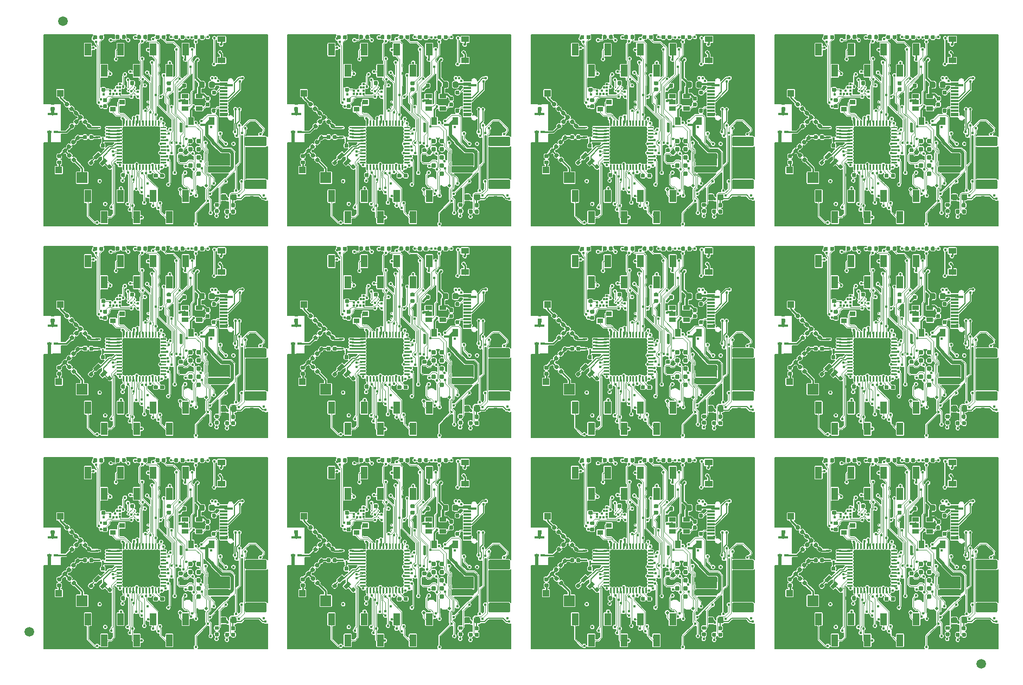
<source format=gbr>
G04 #@! TF.GenerationSoftware,KiCad,Pcbnew,5.1.5-52549c5~84~ubuntu19.04.1*
G04 #@! TF.CreationDate,2020-02-26T14:32:14-06:00*
G04 #@! TF.ProjectId,LeashPCB,4c656173-6850-4434-922e-6b696361645f,rev?*
G04 #@! TF.SameCoordinates,Original*
G04 #@! TF.FileFunction,Copper,L1,Top*
G04 #@! TF.FilePolarity,Positive*
%FSLAX46Y46*%
G04 Gerber Fmt 4.6, Leading zero omitted, Abs format (unit mm)*
G04 Created by KiCad (PCBNEW 5.1.5-52549c5~84~ubuntu19.04.1) date 2020-02-26 14:32:14*
%MOMM*%
%LPD*%
G04 APERTURE LIST*
%ADD10C,0.100000*%
%ADD11R,0.900000X0.800000*%
%ADD12R,1.200000X0.900000*%
%ADD13R,1.050000X2.200000*%
%ADD14R,1.000000X1.050000*%
%ADD15R,0.900000X1.200000*%
%ADD16C,4.400000*%
%ADD17C,0.700000*%
%ADD18R,1.160000X0.600000*%
%ADD19R,1.160000X0.300000*%
%ADD20O,1.700000X0.900000*%
%ADD21O,2.000000X0.900000*%
%ADD22R,0.650000X0.350000*%
%ADD23R,1.600000X0.350000*%
%ADD24C,0.787400*%
%ADD25C,0.263000*%
%ADD26R,0.375000X0.350000*%
%ADD27R,0.350000X0.375000*%
%ADD28C,0.200000*%
%ADD29R,1.060000X0.650000*%
%ADD30R,1.700000X1.700000*%
%ADD31R,1.000000X1.900000*%
%ADD32C,1.500000*%
%ADD33C,0.450000*%
%ADD34C,0.500000*%
%ADD35C,0.500000*%
%ADD36C,0.200000*%
%ADD37C,0.300000*%
%ADD38C,0.088900*%
%ADD39C,0.400000*%
%ADD40C,0.250000*%
%ADD41C,0.293370*%
%ADD42C,0.152400*%
%ADD43C,0.150000*%
G04 APERTURE END LIST*
G04 #@! TA.AperFunction,SMDPad,CuDef*
D10*
G36*
X252658984Y-136256802D02*
G01*
X253436802Y-135478984D01*
X253861066Y-135903248D01*
X253083248Y-136681066D01*
X252658984Y-136256802D01*
G37*
G04 #@! TD.AperFunction*
G04 #@! TA.AperFunction,SMDPad,CuDef*
G36*
X253648934Y-137246752D02*
G01*
X254426752Y-136468934D01*
X254851016Y-136893198D01*
X254073198Y-137671016D01*
X253648934Y-137246752D01*
G37*
G04 #@! TD.AperFunction*
G04 #@! TA.AperFunction,SMDPad,CuDef*
G36*
X214658984Y-136256802D02*
G01*
X215436802Y-135478984D01*
X215861066Y-135903248D01*
X215083248Y-136681066D01*
X214658984Y-136256802D01*
G37*
G04 #@! TD.AperFunction*
G04 #@! TA.AperFunction,SMDPad,CuDef*
G36*
X215648934Y-137246752D02*
G01*
X216426752Y-136468934D01*
X216851016Y-136893198D01*
X216073198Y-137671016D01*
X215648934Y-137246752D01*
G37*
G04 #@! TD.AperFunction*
G04 #@! TA.AperFunction,SMDPad,CuDef*
G36*
X176658984Y-136256802D02*
G01*
X177436802Y-135478984D01*
X177861066Y-135903248D01*
X177083248Y-136681066D01*
X176658984Y-136256802D01*
G37*
G04 #@! TD.AperFunction*
G04 #@! TA.AperFunction,SMDPad,CuDef*
G36*
X177648934Y-137246752D02*
G01*
X178426752Y-136468934D01*
X178851016Y-136893198D01*
X178073198Y-137671016D01*
X177648934Y-137246752D01*
G37*
G04 #@! TD.AperFunction*
G04 #@! TA.AperFunction,SMDPad,CuDef*
G36*
X138658984Y-136256802D02*
G01*
X139436802Y-135478984D01*
X139861066Y-135903248D01*
X139083248Y-136681066D01*
X138658984Y-136256802D01*
G37*
G04 #@! TD.AperFunction*
G04 #@! TA.AperFunction,SMDPad,CuDef*
G36*
X139648934Y-137246752D02*
G01*
X140426752Y-136468934D01*
X140851016Y-136893198D01*
X140073198Y-137671016D01*
X139648934Y-137246752D01*
G37*
G04 #@! TD.AperFunction*
G04 #@! TA.AperFunction,SMDPad,CuDef*
G36*
X252658984Y-103256802D02*
G01*
X253436802Y-102478984D01*
X253861066Y-102903248D01*
X253083248Y-103681066D01*
X252658984Y-103256802D01*
G37*
G04 #@! TD.AperFunction*
G04 #@! TA.AperFunction,SMDPad,CuDef*
G36*
X253648934Y-104246752D02*
G01*
X254426752Y-103468934D01*
X254851016Y-103893198D01*
X254073198Y-104671016D01*
X253648934Y-104246752D01*
G37*
G04 #@! TD.AperFunction*
G04 #@! TA.AperFunction,SMDPad,CuDef*
G36*
X214658984Y-103256802D02*
G01*
X215436802Y-102478984D01*
X215861066Y-102903248D01*
X215083248Y-103681066D01*
X214658984Y-103256802D01*
G37*
G04 #@! TD.AperFunction*
G04 #@! TA.AperFunction,SMDPad,CuDef*
G36*
X215648934Y-104246752D02*
G01*
X216426752Y-103468934D01*
X216851016Y-103893198D01*
X216073198Y-104671016D01*
X215648934Y-104246752D01*
G37*
G04 #@! TD.AperFunction*
G04 #@! TA.AperFunction,SMDPad,CuDef*
G36*
X176658984Y-103256802D02*
G01*
X177436802Y-102478984D01*
X177861066Y-102903248D01*
X177083248Y-103681066D01*
X176658984Y-103256802D01*
G37*
G04 #@! TD.AperFunction*
G04 #@! TA.AperFunction,SMDPad,CuDef*
G36*
X177648934Y-104246752D02*
G01*
X178426752Y-103468934D01*
X178851016Y-103893198D01*
X178073198Y-104671016D01*
X177648934Y-104246752D01*
G37*
G04 #@! TD.AperFunction*
G04 #@! TA.AperFunction,SMDPad,CuDef*
G36*
X138658984Y-103256802D02*
G01*
X139436802Y-102478984D01*
X139861066Y-102903248D01*
X139083248Y-103681066D01*
X138658984Y-103256802D01*
G37*
G04 #@! TD.AperFunction*
G04 #@! TA.AperFunction,SMDPad,CuDef*
G36*
X139648934Y-104246752D02*
G01*
X140426752Y-103468934D01*
X140851016Y-103893198D01*
X140073198Y-104671016D01*
X139648934Y-104246752D01*
G37*
G04 #@! TD.AperFunction*
G04 #@! TA.AperFunction,SMDPad,CuDef*
G36*
X252658984Y-70256802D02*
G01*
X253436802Y-69478984D01*
X253861066Y-69903248D01*
X253083248Y-70681066D01*
X252658984Y-70256802D01*
G37*
G04 #@! TD.AperFunction*
G04 #@! TA.AperFunction,SMDPad,CuDef*
G36*
X253648934Y-71246752D02*
G01*
X254426752Y-70468934D01*
X254851016Y-70893198D01*
X254073198Y-71671016D01*
X253648934Y-71246752D01*
G37*
G04 #@! TD.AperFunction*
G04 #@! TA.AperFunction,SMDPad,CuDef*
G36*
X214658984Y-70256802D02*
G01*
X215436802Y-69478984D01*
X215861066Y-69903248D01*
X215083248Y-70681066D01*
X214658984Y-70256802D01*
G37*
G04 #@! TD.AperFunction*
G04 #@! TA.AperFunction,SMDPad,CuDef*
G36*
X215648934Y-71246752D02*
G01*
X216426752Y-70468934D01*
X216851016Y-70893198D01*
X216073198Y-71671016D01*
X215648934Y-71246752D01*
G37*
G04 #@! TD.AperFunction*
G04 #@! TA.AperFunction,SMDPad,CuDef*
G36*
X176658984Y-70256802D02*
G01*
X177436802Y-69478984D01*
X177861066Y-69903248D01*
X177083248Y-70681066D01*
X176658984Y-70256802D01*
G37*
G04 #@! TD.AperFunction*
G04 #@! TA.AperFunction,SMDPad,CuDef*
G36*
X177648934Y-71246752D02*
G01*
X178426752Y-70468934D01*
X178851016Y-70893198D01*
X178073198Y-71671016D01*
X177648934Y-71246752D01*
G37*
G04 #@! TD.AperFunction*
D11*
X257100000Y-127750000D03*
X255700000Y-127750000D03*
X255700000Y-128850000D03*
X257100000Y-128850000D03*
X219100000Y-127750000D03*
X217700000Y-127750000D03*
X217700000Y-128850000D03*
X219100000Y-128850000D03*
X181100000Y-127750000D03*
X179700000Y-127750000D03*
X179700000Y-128850000D03*
X181100000Y-128850000D03*
X143100000Y-127750000D03*
X141700000Y-127750000D03*
X141700000Y-128850000D03*
X143100000Y-128850000D03*
X257100000Y-94750000D03*
X255700000Y-94750000D03*
X255700000Y-95850000D03*
X257100000Y-95850000D03*
X219100000Y-94750000D03*
X217700000Y-94750000D03*
X217700000Y-95850000D03*
X219100000Y-95850000D03*
X181100000Y-94750000D03*
X179700000Y-94750000D03*
X179700000Y-95850000D03*
X181100000Y-95850000D03*
X143100000Y-94750000D03*
X141700000Y-94750000D03*
X141700000Y-95850000D03*
X143100000Y-95850000D03*
X257100000Y-61750000D03*
X255700000Y-61750000D03*
X255700000Y-62850000D03*
X257100000Y-62850000D03*
X219100000Y-61750000D03*
X217700000Y-61750000D03*
X217700000Y-62850000D03*
X219100000Y-62850000D03*
X181100000Y-61750000D03*
X179700000Y-61750000D03*
X179700000Y-62850000D03*
X181100000Y-62850000D03*
D12*
X272630000Y-121225000D03*
X272630000Y-117925000D03*
X234630000Y-121225000D03*
X234630000Y-117925000D03*
X196630000Y-121225000D03*
X196630000Y-117925000D03*
X158630000Y-121225000D03*
X158630000Y-117925000D03*
X272630000Y-88225000D03*
X272630000Y-84925000D03*
X234630000Y-88225000D03*
X234630000Y-84925000D03*
X196630000Y-88225000D03*
X196630000Y-84925000D03*
X158630000Y-88225000D03*
X158630000Y-84925000D03*
X272630000Y-55225000D03*
X272630000Y-51925000D03*
X234630000Y-55225000D03*
X234630000Y-51925000D03*
X196630000Y-55225000D03*
X196630000Y-51925000D03*
G04 #@! TA.AperFunction,SMDPad,CuDef*
D10*
G36*
X264616958Y-124470710D02*
G01*
X264631276Y-124472834D01*
X264645317Y-124476351D01*
X264658946Y-124481228D01*
X264672031Y-124487417D01*
X264684447Y-124494858D01*
X264696073Y-124503481D01*
X264706798Y-124513202D01*
X264716519Y-124523927D01*
X264725142Y-124535553D01*
X264732583Y-124547969D01*
X264738772Y-124561054D01*
X264743649Y-124574683D01*
X264747166Y-124588724D01*
X264749290Y-124603042D01*
X264750000Y-124617500D01*
X264750000Y-124912500D01*
X264749290Y-124926958D01*
X264747166Y-124941276D01*
X264743649Y-124955317D01*
X264738772Y-124968946D01*
X264732583Y-124982031D01*
X264725142Y-124994447D01*
X264716519Y-125006073D01*
X264706798Y-125016798D01*
X264696073Y-125026519D01*
X264684447Y-125035142D01*
X264672031Y-125042583D01*
X264658946Y-125048772D01*
X264645317Y-125053649D01*
X264631276Y-125057166D01*
X264616958Y-125059290D01*
X264602500Y-125060000D01*
X264257500Y-125060000D01*
X264243042Y-125059290D01*
X264228724Y-125057166D01*
X264214683Y-125053649D01*
X264201054Y-125048772D01*
X264187969Y-125042583D01*
X264175553Y-125035142D01*
X264163927Y-125026519D01*
X264153202Y-125016798D01*
X264143481Y-125006073D01*
X264134858Y-124994447D01*
X264127417Y-124982031D01*
X264121228Y-124968946D01*
X264116351Y-124955317D01*
X264112834Y-124941276D01*
X264110710Y-124926958D01*
X264110000Y-124912500D01*
X264110000Y-124617500D01*
X264110710Y-124603042D01*
X264112834Y-124588724D01*
X264116351Y-124574683D01*
X264121228Y-124561054D01*
X264127417Y-124547969D01*
X264134858Y-124535553D01*
X264143481Y-124523927D01*
X264153202Y-124513202D01*
X264163927Y-124503481D01*
X264175553Y-124494858D01*
X264187969Y-124487417D01*
X264201054Y-124481228D01*
X264214683Y-124476351D01*
X264228724Y-124472834D01*
X264243042Y-124470710D01*
X264257500Y-124470000D01*
X264602500Y-124470000D01*
X264616958Y-124470710D01*
G37*
G04 #@! TD.AperFunction*
G04 #@! TA.AperFunction,SMDPad,CuDef*
G36*
X264616958Y-125440710D02*
G01*
X264631276Y-125442834D01*
X264645317Y-125446351D01*
X264658946Y-125451228D01*
X264672031Y-125457417D01*
X264684447Y-125464858D01*
X264696073Y-125473481D01*
X264706798Y-125483202D01*
X264716519Y-125493927D01*
X264725142Y-125505553D01*
X264732583Y-125517969D01*
X264738772Y-125531054D01*
X264743649Y-125544683D01*
X264747166Y-125558724D01*
X264749290Y-125573042D01*
X264750000Y-125587500D01*
X264750000Y-125882500D01*
X264749290Y-125896958D01*
X264747166Y-125911276D01*
X264743649Y-125925317D01*
X264738772Y-125938946D01*
X264732583Y-125952031D01*
X264725142Y-125964447D01*
X264716519Y-125976073D01*
X264706798Y-125986798D01*
X264696073Y-125996519D01*
X264684447Y-126005142D01*
X264672031Y-126012583D01*
X264658946Y-126018772D01*
X264645317Y-126023649D01*
X264631276Y-126027166D01*
X264616958Y-126029290D01*
X264602500Y-126030000D01*
X264257500Y-126030000D01*
X264243042Y-126029290D01*
X264228724Y-126027166D01*
X264214683Y-126023649D01*
X264201054Y-126018772D01*
X264187969Y-126012583D01*
X264175553Y-126005142D01*
X264163927Y-125996519D01*
X264153202Y-125986798D01*
X264143481Y-125976073D01*
X264134858Y-125964447D01*
X264127417Y-125952031D01*
X264121228Y-125938946D01*
X264116351Y-125925317D01*
X264112834Y-125911276D01*
X264110710Y-125896958D01*
X264110000Y-125882500D01*
X264110000Y-125587500D01*
X264110710Y-125573042D01*
X264112834Y-125558724D01*
X264116351Y-125544683D01*
X264121228Y-125531054D01*
X264127417Y-125517969D01*
X264134858Y-125505553D01*
X264143481Y-125493927D01*
X264153202Y-125483202D01*
X264163927Y-125473481D01*
X264175553Y-125464858D01*
X264187969Y-125457417D01*
X264201054Y-125451228D01*
X264214683Y-125446351D01*
X264228724Y-125442834D01*
X264243042Y-125440710D01*
X264257500Y-125440000D01*
X264602500Y-125440000D01*
X264616958Y-125440710D01*
G37*
G04 #@! TD.AperFunction*
G04 #@! TA.AperFunction,SMDPad,CuDef*
G36*
X226616958Y-124470710D02*
G01*
X226631276Y-124472834D01*
X226645317Y-124476351D01*
X226658946Y-124481228D01*
X226672031Y-124487417D01*
X226684447Y-124494858D01*
X226696073Y-124503481D01*
X226706798Y-124513202D01*
X226716519Y-124523927D01*
X226725142Y-124535553D01*
X226732583Y-124547969D01*
X226738772Y-124561054D01*
X226743649Y-124574683D01*
X226747166Y-124588724D01*
X226749290Y-124603042D01*
X226750000Y-124617500D01*
X226750000Y-124912500D01*
X226749290Y-124926958D01*
X226747166Y-124941276D01*
X226743649Y-124955317D01*
X226738772Y-124968946D01*
X226732583Y-124982031D01*
X226725142Y-124994447D01*
X226716519Y-125006073D01*
X226706798Y-125016798D01*
X226696073Y-125026519D01*
X226684447Y-125035142D01*
X226672031Y-125042583D01*
X226658946Y-125048772D01*
X226645317Y-125053649D01*
X226631276Y-125057166D01*
X226616958Y-125059290D01*
X226602500Y-125060000D01*
X226257500Y-125060000D01*
X226243042Y-125059290D01*
X226228724Y-125057166D01*
X226214683Y-125053649D01*
X226201054Y-125048772D01*
X226187969Y-125042583D01*
X226175553Y-125035142D01*
X226163927Y-125026519D01*
X226153202Y-125016798D01*
X226143481Y-125006073D01*
X226134858Y-124994447D01*
X226127417Y-124982031D01*
X226121228Y-124968946D01*
X226116351Y-124955317D01*
X226112834Y-124941276D01*
X226110710Y-124926958D01*
X226110000Y-124912500D01*
X226110000Y-124617500D01*
X226110710Y-124603042D01*
X226112834Y-124588724D01*
X226116351Y-124574683D01*
X226121228Y-124561054D01*
X226127417Y-124547969D01*
X226134858Y-124535553D01*
X226143481Y-124523927D01*
X226153202Y-124513202D01*
X226163927Y-124503481D01*
X226175553Y-124494858D01*
X226187969Y-124487417D01*
X226201054Y-124481228D01*
X226214683Y-124476351D01*
X226228724Y-124472834D01*
X226243042Y-124470710D01*
X226257500Y-124470000D01*
X226602500Y-124470000D01*
X226616958Y-124470710D01*
G37*
G04 #@! TD.AperFunction*
G04 #@! TA.AperFunction,SMDPad,CuDef*
G36*
X226616958Y-125440710D02*
G01*
X226631276Y-125442834D01*
X226645317Y-125446351D01*
X226658946Y-125451228D01*
X226672031Y-125457417D01*
X226684447Y-125464858D01*
X226696073Y-125473481D01*
X226706798Y-125483202D01*
X226716519Y-125493927D01*
X226725142Y-125505553D01*
X226732583Y-125517969D01*
X226738772Y-125531054D01*
X226743649Y-125544683D01*
X226747166Y-125558724D01*
X226749290Y-125573042D01*
X226750000Y-125587500D01*
X226750000Y-125882500D01*
X226749290Y-125896958D01*
X226747166Y-125911276D01*
X226743649Y-125925317D01*
X226738772Y-125938946D01*
X226732583Y-125952031D01*
X226725142Y-125964447D01*
X226716519Y-125976073D01*
X226706798Y-125986798D01*
X226696073Y-125996519D01*
X226684447Y-126005142D01*
X226672031Y-126012583D01*
X226658946Y-126018772D01*
X226645317Y-126023649D01*
X226631276Y-126027166D01*
X226616958Y-126029290D01*
X226602500Y-126030000D01*
X226257500Y-126030000D01*
X226243042Y-126029290D01*
X226228724Y-126027166D01*
X226214683Y-126023649D01*
X226201054Y-126018772D01*
X226187969Y-126012583D01*
X226175553Y-126005142D01*
X226163927Y-125996519D01*
X226153202Y-125986798D01*
X226143481Y-125976073D01*
X226134858Y-125964447D01*
X226127417Y-125952031D01*
X226121228Y-125938946D01*
X226116351Y-125925317D01*
X226112834Y-125911276D01*
X226110710Y-125896958D01*
X226110000Y-125882500D01*
X226110000Y-125587500D01*
X226110710Y-125573042D01*
X226112834Y-125558724D01*
X226116351Y-125544683D01*
X226121228Y-125531054D01*
X226127417Y-125517969D01*
X226134858Y-125505553D01*
X226143481Y-125493927D01*
X226153202Y-125483202D01*
X226163927Y-125473481D01*
X226175553Y-125464858D01*
X226187969Y-125457417D01*
X226201054Y-125451228D01*
X226214683Y-125446351D01*
X226228724Y-125442834D01*
X226243042Y-125440710D01*
X226257500Y-125440000D01*
X226602500Y-125440000D01*
X226616958Y-125440710D01*
G37*
G04 #@! TD.AperFunction*
G04 #@! TA.AperFunction,SMDPad,CuDef*
G36*
X188616958Y-124470710D02*
G01*
X188631276Y-124472834D01*
X188645317Y-124476351D01*
X188658946Y-124481228D01*
X188672031Y-124487417D01*
X188684447Y-124494858D01*
X188696073Y-124503481D01*
X188706798Y-124513202D01*
X188716519Y-124523927D01*
X188725142Y-124535553D01*
X188732583Y-124547969D01*
X188738772Y-124561054D01*
X188743649Y-124574683D01*
X188747166Y-124588724D01*
X188749290Y-124603042D01*
X188750000Y-124617500D01*
X188750000Y-124912500D01*
X188749290Y-124926958D01*
X188747166Y-124941276D01*
X188743649Y-124955317D01*
X188738772Y-124968946D01*
X188732583Y-124982031D01*
X188725142Y-124994447D01*
X188716519Y-125006073D01*
X188706798Y-125016798D01*
X188696073Y-125026519D01*
X188684447Y-125035142D01*
X188672031Y-125042583D01*
X188658946Y-125048772D01*
X188645317Y-125053649D01*
X188631276Y-125057166D01*
X188616958Y-125059290D01*
X188602500Y-125060000D01*
X188257500Y-125060000D01*
X188243042Y-125059290D01*
X188228724Y-125057166D01*
X188214683Y-125053649D01*
X188201054Y-125048772D01*
X188187969Y-125042583D01*
X188175553Y-125035142D01*
X188163927Y-125026519D01*
X188153202Y-125016798D01*
X188143481Y-125006073D01*
X188134858Y-124994447D01*
X188127417Y-124982031D01*
X188121228Y-124968946D01*
X188116351Y-124955317D01*
X188112834Y-124941276D01*
X188110710Y-124926958D01*
X188110000Y-124912500D01*
X188110000Y-124617500D01*
X188110710Y-124603042D01*
X188112834Y-124588724D01*
X188116351Y-124574683D01*
X188121228Y-124561054D01*
X188127417Y-124547969D01*
X188134858Y-124535553D01*
X188143481Y-124523927D01*
X188153202Y-124513202D01*
X188163927Y-124503481D01*
X188175553Y-124494858D01*
X188187969Y-124487417D01*
X188201054Y-124481228D01*
X188214683Y-124476351D01*
X188228724Y-124472834D01*
X188243042Y-124470710D01*
X188257500Y-124470000D01*
X188602500Y-124470000D01*
X188616958Y-124470710D01*
G37*
G04 #@! TD.AperFunction*
G04 #@! TA.AperFunction,SMDPad,CuDef*
G36*
X188616958Y-125440710D02*
G01*
X188631276Y-125442834D01*
X188645317Y-125446351D01*
X188658946Y-125451228D01*
X188672031Y-125457417D01*
X188684447Y-125464858D01*
X188696073Y-125473481D01*
X188706798Y-125483202D01*
X188716519Y-125493927D01*
X188725142Y-125505553D01*
X188732583Y-125517969D01*
X188738772Y-125531054D01*
X188743649Y-125544683D01*
X188747166Y-125558724D01*
X188749290Y-125573042D01*
X188750000Y-125587500D01*
X188750000Y-125882500D01*
X188749290Y-125896958D01*
X188747166Y-125911276D01*
X188743649Y-125925317D01*
X188738772Y-125938946D01*
X188732583Y-125952031D01*
X188725142Y-125964447D01*
X188716519Y-125976073D01*
X188706798Y-125986798D01*
X188696073Y-125996519D01*
X188684447Y-126005142D01*
X188672031Y-126012583D01*
X188658946Y-126018772D01*
X188645317Y-126023649D01*
X188631276Y-126027166D01*
X188616958Y-126029290D01*
X188602500Y-126030000D01*
X188257500Y-126030000D01*
X188243042Y-126029290D01*
X188228724Y-126027166D01*
X188214683Y-126023649D01*
X188201054Y-126018772D01*
X188187969Y-126012583D01*
X188175553Y-126005142D01*
X188163927Y-125996519D01*
X188153202Y-125986798D01*
X188143481Y-125976073D01*
X188134858Y-125964447D01*
X188127417Y-125952031D01*
X188121228Y-125938946D01*
X188116351Y-125925317D01*
X188112834Y-125911276D01*
X188110710Y-125896958D01*
X188110000Y-125882500D01*
X188110000Y-125587500D01*
X188110710Y-125573042D01*
X188112834Y-125558724D01*
X188116351Y-125544683D01*
X188121228Y-125531054D01*
X188127417Y-125517969D01*
X188134858Y-125505553D01*
X188143481Y-125493927D01*
X188153202Y-125483202D01*
X188163927Y-125473481D01*
X188175553Y-125464858D01*
X188187969Y-125457417D01*
X188201054Y-125451228D01*
X188214683Y-125446351D01*
X188228724Y-125442834D01*
X188243042Y-125440710D01*
X188257500Y-125440000D01*
X188602500Y-125440000D01*
X188616958Y-125440710D01*
G37*
G04 #@! TD.AperFunction*
G04 #@! TA.AperFunction,SMDPad,CuDef*
G36*
X150616958Y-124470710D02*
G01*
X150631276Y-124472834D01*
X150645317Y-124476351D01*
X150658946Y-124481228D01*
X150672031Y-124487417D01*
X150684447Y-124494858D01*
X150696073Y-124503481D01*
X150706798Y-124513202D01*
X150716519Y-124523927D01*
X150725142Y-124535553D01*
X150732583Y-124547969D01*
X150738772Y-124561054D01*
X150743649Y-124574683D01*
X150747166Y-124588724D01*
X150749290Y-124603042D01*
X150750000Y-124617500D01*
X150750000Y-124912500D01*
X150749290Y-124926958D01*
X150747166Y-124941276D01*
X150743649Y-124955317D01*
X150738772Y-124968946D01*
X150732583Y-124982031D01*
X150725142Y-124994447D01*
X150716519Y-125006073D01*
X150706798Y-125016798D01*
X150696073Y-125026519D01*
X150684447Y-125035142D01*
X150672031Y-125042583D01*
X150658946Y-125048772D01*
X150645317Y-125053649D01*
X150631276Y-125057166D01*
X150616958Y-125059290D01*
X150602500Y-125060000D01*
X150257500Y-125060000D01*
X150243042Y-125059290D01*
X150228724Y-125057166D01*
X150214683Y-125053649D01*
X150201054Y-125048772D01*
X150187969Y-125042583D01*
X150175553Y-125035142D01*
X150163927Y-125026519D01*
X150153202Y-125016798D01*
X150143481Y-125006073D01*
X150134858Y-124994447D01*
X150127417Y-124982031D01*
X150121228Y-124968946D01*
X150116351Y-124955317D01*
X150112834Y-124941276D01*
X150110710Y-124926958D01*
X150110000Y-124912500D01*
X150110000Y-124617500D01*
X150110710Y-124603042D01*
X150112834Y-124588724D01*
X150116351Y-124574683D01*
X150121228Y-124561054D01*
X150127417Y-124547969D01*
X150134858Y-124535553D01*
X150143481Y-124523927D01*
X150153202Y-124513202D01*
X150163927Y-124503481D01*
X150175553Y-124494858D01*
X150187969Y-124487417D01*
X150201054Y-124481228D01*
X150214683Y-124476351D01*
X150228724Y-124472834D01*
X150243042Y-124470710D01*
X150257500Y-124470000D01*
X150602500Y-124470000D01*
X150616958Y-124470710D01*
G37*
G04 #@! TD.AperFunction*
G04 #@! TA.AperFunction,SMDPad,CuDef*
G36*
X150616958Y-125440710D02*
G01*
X150631276Y-125442834D01*
X150645317Y-125446351D01*
X150658946Y-125451228D01*
X150672031Y-125457417D01*
X150684447Y-125464858D01*
X150696073Y-125473481D01*
X150706798Y-125483202D01*
X150716519Y-125493927D01*
X150725142Y-125505553D01*
X150732583Y-125517969D01*
X150738772Y-125531054D01*
X150743649Y-125544683D01*
X150747166Y-125558724D01*
X150749290Y-125573042D01*
X150750000Y-125587500D01*
X150750000Y-125882500D01*
X150749290Y-125896958D01*
X150747166Y-125911276D01*
X150743649Y-125925317D01*
X150738772Y-125938946D01*
X150732583Y-125952031D01*
X150725142Y-125964447D01*
X150716519Y-125976073D01*
X150706798Y-125986798D01*
X150696073Y-125996519D01*
X150684447Y-126005142D01*
X150672031Y-126012583D01*
X150658946Y-126018772D01*
X150645317Y-126023649D01*
X150631276Y-126027166D01*
X150616958Y-126029290D01*
X150602500Y-126030000D01*
X150257500Y-126030000D01*
X150243042Y-126029290D01*
X150228724Y-126027166D01*
X150214683Y-126023649D01*
X150201054Y-126018772D01*
X150187969Y-126012583D01*
X150175553Y-126005142D01*
X150163927Y-125996519D01*
X150153202Y-125986798D01*
X150143481Y-125976073D01*
X150134858Y-125964447D01*
X150127417Y-125952031D01*
X150121228Y-125938946D01*
X150116351Y-125925317D01*
X150112834Y-125911276D01*
X150110710Y-125896958D01*
X150110000Y-125882500D01*
X150110000Y-125587500D01*
X150110710Y-125573042D01*
X150112834Y-125558724D01*
X150116351Y-125544683D01*
X150121228Y-125531054D01*
X150127417Y-125517969D01*
X150134858Y-125505553D01*
X150143481Y-125493927D01*
X150153202Y-125483202D01*
X150163927Y-125473481D01*
X150175553Y-125464858D01*
X150187969Y-125457417D01*
X150201054Y-125451228D01*
X150214683Y-125446351D01*
X150228724Y-125442834D01*
X150243042Y-125440710D01*
X150257500Y-125440000D01*
X150602500Y-125440000D01*
X150616958Y-125440710D01*
G37*
G04 #@! TD.AperFunction*
G04 #@! TA.AperFunction,SMDPad,CuDef*
G36*
X264616958Y-91470710D02*
G01*
X264631276Y-91472834D01*
X264645317Y-91476351D01*
X264658946Y-91481228D01*
X264672031Y-91487417D01*
X264684447Y-91494858D01*
X264696073Y-91503481D01*
X264706798Y-91513202D01*
X264716519Y-91523927D01*
X264725142Y-91535553D01*
X264732583Y-91547969D01*
X264738772Y-91561054D01*
X264743649Y-91574683D01*
X264747166Y-91588724D01*
X264749290Y-91603042D01*
X264750000Y-91617500D01*
X264750000Y-91912500D01*
X264749290Y-91926958D01*
X264747166Y-91941276D01*
X264743649Y-91955317D01*
X264738772Y-91968946D01*
X264732583Y-91982031D01*
X264725142Y-91994447D01*
X264716519Y-92006073D01*
X264706798Y-92016798D01*
X264696073Y-92026519D01*
X264684447Y-92035142D01*
X264672031Y-92042583D01*
X264658946Y-92048772D01*
X264645317Y-92053649D01*
X264631276Y-92057166D01*
X264616958Y-92059290D01*
X264602500Y-92060000D01*
X264257500Y-92060000D01*
X264243042Y-92059290D01*
X264228724Y-92057166D01*
X264214683Y-92053649D01*
X264201054Y-92048772D01*
X264187969Y-92042583D01*
X264175553Y-92035142D01*
X264163927Y-92026519D01*
X264153202Y-92016798D01*
X264143481Y-92006073D01*
X264134858Y-91994447D01*
X264127417Y-91982031D01*
X264121228Y-91968946D01*
X264116351Y-91955317D01*
X264112834Y-91941276D01*
X264110710Y-91926958D01*
X264110000Y-91912500D01*
X264110000Y-91617500D01*
X264110710Y-91603042D01*
X264112834Y-91588724D01*
X264116351Y-91574683D01*
X264121228Y-91561054D01*
X264127417Y-91547969D01*
X264134858Y-91535553D01*
X264143481Y-91523927D01*
X264153202Y-91513202D01*
X264163927Y-91503481D01*
X264175553Y-91494858D01*
X264187969Y-91487417D01*
X264201054Y-91481228D01*
X264214683Y-91476351D01*
X264228724Y-91472834D01*
X264243042Y-91470710D01*
X264257500Y-91470000D01*
X264602500Y-91470000D01*
X264616958Y-91470710D01*
G37*
G04 #@! TD.AperFunction*
G04 #@! TA.AperFunction,SMDPad,CuDef*
G36*
X264616958Y-92440710D02*
G01*
X264631276Y-92442834D01*
X264645317Y-92446351D01*
X264658946Y-92451228D01*
X264672031Y-92457417D01*
X264684447Y-92464858D01*
X264696073Y-92473481D01*
X264706798Y-92483202D01*
X264716519Y-92493927D01*
X264725142Y-92505553D01*
X264732583Y-92517969D01*
X264738772Y-92531054D01*
X264743649Y-92544683D01*
X264747166Y-92558724D01*
X264749290Y-92573042D01*
X264750000Y-92587500D01*
X264750000Y-92882500D01*
X264749290Y-92896958D01*
X264747166Y-92911276D01*
X264743649Y-92925317D01*
X264738772Y-92938946D01*
X264732583Y-92952031D01*
X264725142Y-92964447D01*
X264716519Y-92976073D01*
X264706798Y-92986798D01*
X264696073Y-92996519D01*
X264684447Y-93005142D01*
X264672031Y-93012583D01*
X264658946Y-93018772D01*
X264645317Y-93023649D01*
X264631276Y-93027166D01*
X264616958Y-93029290D01*
X264602500Y-93030000D01*
X264257500Y-93030000D01*
X264243042Y-93029290D01*
X264228724Y-93027166D01*
X264214683Y-93023649D01*
X264201054Y-93018772D01*
X264187969Y-93012583D01*
X264175553Y-93005142D01*
X264163927Y-92996519D01*
X264153202Y-92986798D01*
X264143481Y-92976073D01*
X264134858Y-92964447D01*
X264127417Y-92952031D01*
X264121228Y-92938946D01*
X264116351Y-92925317D01*
X264112834Y-92911276D01*
X264110710Y-92896958D01*
X264110000Y-92882500D01*
X264110000Y-92587500D01*
X264110710Y-92573042D01*
X264112834Y-92558724D01*
X264116351Y-92544683D01*
X264121228Y-92531054D01*
X264127417Y-92517969D01*
X264134858Y-92505553D01*
X264143481Y-92493927D01*
X264153202Y-92483202D01*
X264163927Y-92473481D01*
X264175553Y-92464858D01*
X264187969Y-92457417D01*
X264201054Y-92451228D01*
X264214683Y-92446351D01*
X264228724Y-92442834D01*
X264243042Y-92440710D01*
X264257500Y-92440000D01*
X264602500Y-92440000D01*
X264616958Y-92440710D01*
G37*
G04 #@! TD.AperFunction*
G04 #@! TA.AperFunction,SMDPad,CuDef*
G36*
X226616958Y-91470710D02*
G01*
X226631276Y-91472834D01*
X226645317Y-91476351D01*
X226658946Y-91481228D01*
X226672031Y-91487417D01*
X226684447Y-91494858D01*
X226696073Y-91503481D01*
X226706798Y-91513202D01*
X226716519Y-91523927D01*
X226725142Y-91535553D01*
X226732583Y-91547969D01*
X226738772Y-91561054D01*
X226743649Y-91574683D01*
X226747166Y-91588724D01*
X226749290Y-91603042D01*
X226750000Y-91617500D01*
X226750000Y-91912500D01*
X226749290Y-91926958D01*
X226747166Y-91941276D01*
X226743649Y-91955317D01*
X226738772Y-91968946D01*
X226732583Y-91982031D01*
X226725142Y-91994447D01*
X226716519Y-92006073D01*
X226706798Y-92016798D01*
X226696073Y-92026519D01*
X226684447Y-92035142D01*
X226672031Y-92042583D01*
X226658946Y-92048772D01*
X226645317Y-92053649D01*
X226631276Y-92057166D01*
X226616958Y-92059290D01*
X226602500Y-92060000D01*
X226257500Y-92060000D01*
X226243042Y-92059290D01*
X226228724Y-92057166D01*
X226214683Y-92053649D01*
X226201054Y-92048772D01*
X226187969Y-92042583D01*
X226175553Y-92035142D01*
X226163927Y-92026519D01*
X226153202Y-92016798D01*
X226143481Y-92006073D01*
X226134858Y-91994447D01*
X226127417Y-91982031D01*
X226121228Y-91968946D01*
X226116351Y-91955317D01*
X226112834Y-91941276D01*
X226110710Y-91926958D01*
X226110000Y-91912500D01*
X226110000Y-91617500D01*
X226110710Y-91603042D01*
X226112834Y-91588724D01*
X226116351Y-91574683D01*
X226121228Y-91561054D01*
X226127417Y-91547969D01*
X226134858Y-91535553D01*
X226143481Y-91523927D01*
X226153202Y-91513202D01*
X226163927Y-91503481D01*
X226175553Y-91494858D01*
X226187969Y-91487417D01*
X226201054Y-91481228D01*
X226214683Y-91476351D01*
X226228724Y-91472834D01*
X226243042Y-91470710D01*
X226257500Y-91470000D01*
X226602500Y-91470000D01*
X226616958Y-91470710D01*
G37*
G04 #@! TD.AperFunction*
G04 #@! TA.AperFunction,SMDPad,CuDef*
G36*
X226616958Y-92440710D02*
G01*
X226631276Y-92442834D01*
X226645317Y-92446351D01*
X226658946Y-92451228D01*
X226672031Y-92457417D01*
X226684447Y-92464858D01*
X226696073Y-92473481D01*
X226706798Y-92483202D01*
X226716519Y-92493927D01*
X226725142Y-92505553D01*
X226732583Y-92517969D01*
X226738772Y-92531054D01*
X226743649Y-92544683D01*
X226747166Y-92558724D01*
X226749290Y-92573042D01*
X226750000Y-92587500D01*
X226750000Y-92882500D01*
X226749290Y-92896958D01*
X226747166Y-92911276D01*
X226743649Y-92925317D01*
X226738772Y-92938946D01*
X226732583Y-92952031D01*
X226725142Y-92964447D01*
X226716519Y-92976073D01*
X226706798Y-92986798D01*
X226696073Y-92996519D01*
X226684447Y-93005142D01*
X226672031Y-93012583D01*
X226658946Y-93018772D01*
X226645317Y-93023649D01*
X226631276Y-93027166D01*
X226616958Y-93029290D01*
X226602500Y-93030000D01*
X226257500Y-93030000D01*
X226243042Y-93029290D01*
X226228724Y-93027166D01*
X226214683Y-93023649D01*
X226201054Y-93018772D01*
X226187969Y-93012583D01*
X226175553Y-93005142D01*
X226163927Y-92996519D01*
X226153202Y-92986798D01*
X226143481Y-92976073D01*
X226134858Y-92964447D01*
X226127417Y-92952031D01*
X226121228Y-92938946D01*
X226116351Y-92925317D01*
X226112834Y-92911276D01*
X226110710Y-92896958D01*
X226110000Y-92882500D01*
X226110000Y-92587500D01*
X226110710Y-92573042D01*
X226112834Y-92558724D01*
X226116351Y-92544683D01*
X226121228Y-92531054D01*
X226127417Y-92517969D01*
X226134858Y-92505553D01*
X226143481Y-92493927D01*
X226153202Y-92483202D01*
X226163927Y-92473481D01*
X226175553Y-92464858D01*
X226187969Y-92457417D01*
X226201054Y-92451228D01*
X226214683Y-92446351D01*
X226228724Y-92442834D01*
X226243042Y-92440710D01*
X226257500Y-92440000D01*
X226602500Y-92440000D01*
X226616958Y-92440710D01*
G37*
G04 #@! TD.AperFunction*
G04 #@! TA.AperFunction,SMDPad,CuDef*
G36*
X188616958Y-91470710D02*
G01*
X188631276Y-91472834D01*
X188645317Y-91476351D01*
X188658946Y-91481228D01*
X188672031Y-91487417D01*
X188684447Y-91494858D01*
X188696073Y-91503481D01*
X188706798Y-91513202D01*
X188716519Y-91523927D01*
X188725142Y-91535553D01*
X188732583Y-91547969D01*
X188738772Y-91561054D01*
X188743649Y-91574683D01*
X188747166Y-91588724D01*
X188749290Y-91603042D01*
X188750000Y-91617500D01*
X188750000Y-91912500D01*
X188749290Y-91926958D01*
X188747166Y-91941276D01*
X188743649Y-91955317D01*
X188738772Y-91968946D01*
X188732583Y-91982031D01*
X188725142Y-91994447D01*
X188716519Y-92006073D01*
X188706798Y-92016798D01*
X188696073Y-92026519D01*
X188684447Y-92035142D01*
X188672031Y-92042583D01*
X188658946Y-92048772D01*
X188645317Y-92053649D01*
X188631276Y-92057166D01*
X188616958Y-92059290D01*
X188602500Y-92060000D01*
X188257500Y-92060000D01*
X188243042Y-92059290D01*
X188228724Y-92057166D01*
X188214683Y-92053649D01*
X188201054Y-92048772D01*
X188187969Y-92042583D01*
X188175553Y-92035142D01*
X188163927Y-92026519D01*
X188153202Y-92016798D01*
X188143481Y-92006073D01*
X188134858Y-91994447D01*
X188127417Y-91982031D01*
X188121228Y-91968946D01*
X188116351Y-91955317D01*
X188112834Y-91941276D01*
X188110710Y-91926958D01*
X188110000Y-91912500D01*
X188110000Y-91617500D01*
X188110710Y-91603042D01*
X188112834Y-91588724D01*
X188116351Y-91574683D01*
X188121228Y-91561054D01*
X188127417Y-91547969D01*
X188134858Y-91535553D01*
X188143481Y-91523927D01*
X188153202Y-91513202D01*
X188163927Y-91503481D01*
X188175553Y-91494858D01*
X188187969Y-91487417D01*
X188201054Y-91481228D01*
X188214683Y-91476351D01*
X188228724Y-91472834D01*
X188243042Y-91470710D01*
X188257500Y-91470000D01*
X188602500Y-91470000D01*
X188616958Y-91470710D01*
G37*
G04 #@! TD.AperFunction*
G04 #@! TA.AperFunction,SMDPad,CuDef*
G36*
X188616958Y-92440710D02*
G01*
X188631276Y-92442834D01*
X188645317Y-92446351D01*
X188658946Y-92451228D01*
X188672031Y-92457417D01*
X188684447Y-92464858D01*
X188696073Y-92473481D01*
X188706798Y-92483202D01*
X188716519Y-92493927D01*
X188725142Y-92505553D01*
X188732583Y-92517969D01*
X188738772Y-92531054D01*
X188743649Y-92544683D01*
X188747166Y-92558724D01*
X188749290Y-92573042D01*
X188750000Y-92587500D01*
X188750000Y-92882500D01*
X188749290Y-92896958D01*
X188747166Y-92911276D01*
X188743649Y-92925317D01*
X188738772Y-92938946D01*
X188732583Y-92952031D01*
X188725142Y-92964447D01*
X188716519Y-92976073D01*
X188706798Y-92986798D01*
X188696073Y-92996519D01*
X188684447Y-93005142D01*
X188672031Y-93012583D01*
X188658946Y-93018772D01*
X188645317Y-93023649D01*
X188631276Y-93027166D01*
X188616958Y-93029290D01*
X188602500Y-93030000D01*
X188257500Y-93030000D01*
X188243042Y-93029290D01*
X188228724Y-93027166D01*
X188214683Y-93023649D01*
X188201054Y-93018772D01*
X188187969Y-93012583D01*
X188175553Y-93005142D01*
X188163927Y-92996519D01*
X188153202Y-92986798D01*
X188143481Y-92976073D01*
X188134858Y-92964447D01*
X188127417Y-92952031D01*
X188121228Y-92938946D01*
X188116351Y-92925317D01*
X188112834Y-92911276D01*
X188110710Y-92896958D01*
X188110000Y-92882500D01*
X188110000Y-92587500D01*
X188110710Y-92573042D01*
X188112834Y-92558724D01*
X188116351Y-92544683D01*
X188121228Y-92531054D01*
X188127417Y-92517969D01*
X188134858Y-92505553D01*
X188143481Y-92493927D01*
X188153202Y-92483202D01*
X188163927Y-92473481D01*
X188175553Y-92464858D01*
X188187969Y-92457417D01*
X188201054Y-92451228D01*
X188214683Y-92446351D01*
X188228724Y-92442834D01*
X188243042Y-92440710D01*
X188257500Y-92440000D01*
X188602500Y-92440000D01*
X188616958Y-92440710D01*
G37*
G04 #@! TD.AperFunction*
G04 #@! TA.AperFunction,SMDPad,CuDef*
G36*
X150616958Y-91470710D02*
G01*
X150631276Y-91472834D01*
X150645317Y-91476351D01*
X150658946Y-91481228D01*
X150672031Y-91487417D01*
X150684447Y-91494858D01*
X150696073Y-91503481D01*
X150706798Y-91513202D01*
X150716519Y-91523927D01*
X150725142Y-91535553D01*
X150732583Y-91547969D01*
X150738772Y-91561054D01*
X150743649Y-91574683D01*
X150747166Y-91588724D01*
X150749290Y-91603042D01*
X150750000Y-91617500D01*
X150750000Y-91912500D01*
X150749290Y-91926958D01*
X150747166Y-91941276D01*
X150743649Y-91955317D01*
X150738772Y-91968946D01*
X150732583Y-91982031D01*
X150725142Y-91994447D01*
X150716519Y-92006073D01*
X150706798Y-92016798D01*
X150696073Y-92026519D01*
X150684447Y-92035142D01*
X150672031Y-92042583D01*
X150658946Y-92048772D01*
X150645317Y-92053649D01*
X150631276Y-92057166D01*
X150616958Y-92059290D01*
X150602500Y-92060000D01*
X150257500Y-92060000D01*
X150243042Y-92059290D01*
X150228724Y-92057166D01*
X150214683Y-92053649D01*
X150201054Y-92048772D01*
X150187969Y-92042583D01*
X150175553Y-92035142D01*
X150163927Y-92026519D01*
X150153202Y-92016798D01*
X150143481Y-92006073D01*
X150134858Y-91994447D01*
X150127417Y-91982031D01*
X150121228Y-91968946D01*
X150116351Y-91955317D01*
X150112834Y-91941276D01*
X150110710Y-91926958D01*
X150110000Y-91912500D01*
X150110000Y-91617500D01*
X150110710Y-91603042D01*
X150112834Y-91588724D01*
X150116351Y-91574683D01*
X150121228Y-91561054D01*
X150127417Y-91547969D01*
X150134858Y-91535553D01*
X150143481Y-91523927D01*
X150153202Y-91513202D01*
X150163927Y-91503481D01*
X150175553Y-91494858D01*
X150187969Y-91487417D01*
X150201054Y-91481228D01*
X150214683Y-91476351D01*
X150228724Y-91472834D01*
X150243042Y-91470710D01*
X150257500Y-91470000D01*
X150602500Y-91470000D01*
X150616958Y-91470710D01*
G37*
G04 #@! TD.AperFunction*
G04 #@! TA.AperFunction,SMDPad,CuDef*
G36*
X150616958Y-92440710D02*
G01*
X150631276Y-92442834D01*
X150645317Y-92446351D01*
X150658946Y-92451228D01*
X150672031Y-92457417D01*
X150684447Y-92464858D01*
X150696073Y-92473481D01*
X150706798Y-92483202D01*
X150716519Y-92493927D01*
X150725142Y-92505553D01*
X150732583Y-92517969D01*
X150738772Y-92531054D01*
X150743649Y-92544683D01*
X150747166Y-92558724D01*
X150749290Y-92573042D01*
X150750000Y-92587500D01*
X150750000Y-92882500D01*
X150749290Y-92896958D01*
X150747166Y-92911276D01*
X150743649Y-92925317D01*
X150738772Y-92938946D01*
X150732583Y-92952031D01*
X150725142Y-92964447D01*
X150716519Y-92976073D01*
X150706798Y-92986798D01*
X150696073Y-92996519D01*
X150684447Y-93005142D01*
X150672031Y-93012583D01*
X150658946Y-93018772D01*
X150645317Y-93023649D01*
X150631276Y-93027166D01*
X150616958Y-93029290D01*
X150602500Y-93030000D01*
X150257500Y-93030000D01*
X150243042Y-93029290D01*
X150228724Y-93027166D01*
X150214683Y-93023649D01*
X150201054Y-93018772D01*
X150187969Y-93012583D01*
X150175553Y-93005142D01*
X150163927Y-92996519D01*
X150153202Y-92986798D01*
X150143481Y-92976073D01*
X150134858Y-92964447D01*
X150127417Y-92952031D01*
X150121228Y-92938946D01*
X150116351Y-92925317D01*
X150112834Y-92911276D01*
X150110710Y-92896958D01*
X150110000Y-92882500D01*
X150110000Y-92587500D01*
X150110710Y-92573042D01*
X150112834Y-92558724D01*
X150116351Y-92544683D01*
X150121228Y-92531054D01*
X150127417Y-92517969D01*
X150134858Y-92505553D01*
X150143481Y-92493927D01*
X150153202Y-92483202D01*
X150163927Y-92473481D01*
X150175553Y-92464858D01*
X150187969Y-92457417D01*
X150201054Y-92451228D01*
X150214683Y-92446351D01*
X150228724Y-92442834D01*
X150243042Y-92440710D01*
X150257500Y-92440000D01*
X150602500Y-92440000D01*
X150616958Y-92440710D01*
G37*
G04 #@! TD.AperFunction*
G04 #@! TA.AperFunction,SMDPad,CuDef*
G36*
X264616958Y-58470710D02*
G01*
X264631276Y-58472834D01*
X264645317Y-58476351D01*
X264658946Y-58481228D01*
X264672031Y-58487417D01*
X264684447Y-58494858D01*
X264696073Y-58503481D01*
X264706798Y-58513202D01*
X264716519Y-58523927D01*
X264725142Y-58535553D01*
X264732583Y-58547969D01*
X264738772Y-58561054D01*
X264743649Y-58574683D01*
X264747166Y-58588724D01*
X264749290Y-58603042D01*
X264750000Y-58617500D01*
X264750000Y-58912500D01*
X264749290Y-58926958D01*
X264747166Y-58941276D01*
X264743649Y-58955317D01*
X264738772Y-58968946D01*
X264732583Y-58982031D01*
X264725142Y-58994447D01*
X264716519Y-59006073D01*
X264706798Y-59016798D01*
X264696073Y-59026519D01*
X264684447Y-59035142D01*
X264672031Y-59042583D01*
X264658946Y-59048772D01*
X264645317Y-59053649D01*
X264631276Y-59057166D01*
X264616958Y-59059290D01*
X264602500Y-59060000D01*
X264257500Y-59060000D01*
X264243042Y-59059290D01*
X264228724Y-59057166D01*
X264214683Y-59053649D01*
X264201054Y-59048772D01*
X264187969Y-59042583D01*
X264175553Y-59035142D01*
X264163927Y-59026519D01*
X264153202Y-59016798D01*
X264143481Y-59006073D01*
X264134858Y-58994447D01*
X264127417Y-58982031D01*
X264121228Y-58968946D01*
X264116351Y-58955317D01*
X264112834Y-58941276D01*
X264110710Y-58926958D01*
X264110000Y-58912500D01*
X264110000Y-58617500D01*
X264110710Y-58603042D01*
X264112834Y-58588724D01*
X264116351Y-58574683D01*
X264121228Y-58561054D01*
X264127417Y-58547969D01*
X264134858Y-58535553D01*
X264143481Y-58523927D01*
X264153202Y-58513202D01*
X264163927Y-58503481D01*
X264175553Y-58494858D01*
X264187969Y-58487417D01*
X264201054Y-58481228D01*
X264214683Y-58476351D01*
X264228724Y-58472834D01*
X264243042Y-58470710D01*
X264257500Y-58470000D01*
X264602500Y-58470000D01*
X264616958Y-58470710D01*
G37*
G04 #@! TD.AperFunction*
G04 #@! TA.AperFunction,SMDPad,CuDef*
G36*
X264616958Y-59440710D02*
G01*
X264631276Y-59442834D01*
X264645317Y-59446351D01*
X264658946Y-59451228D01*
X264672031Y-59457417D01*
X264684447Y-59464858D01*
X264696073Y-59473481D01*
X264706798Y-59483202D01*
X264716519Y-59493927D01*
X264725142Y-59505553D01*
X264732583Y-59517969D01*
X264738772Y-59531054D01*
X264743649Y-59544683D01*
X264747166Y-59558724D01*
X264749290Y-59573042D01*
X264750000Y-59587500D01*
X264750000Y-59882500D01*
X264749290Y-59896958D01*
X264747166Y-59911276D01*
X264743649Y-59925317D01*
X264738772Y-59938946D01*
X264732583Y-59952031D01*
X264725142Y-59964447D01*
X264716519Y-59976073D01*
X264706798Y-59986798D01*
X264696073Y-59996519D01*
X264684447Y-60005142D01*
X264672031Y-60012583D01*
X264658946Y-60018772D01*
X264645317Y-60023649D01*
X264631276Y-60027166D01*
X264616958Y-60029290D01*
X264602500Y-60030000D01*
X264257500Y-60030000D01*
X264243042Y-60029290D01*
X264228724Y-60027166D01*
X264214683Y-60023649D01*
X264201054Y-60018772D01*
X264187969Y-60012583D01*
X264175553Y-60005142D01*
X264163927Y-59996519D01*
X264153202Y-59986798D01*
X264143481Y-59976073D01*
X264134858Y-59964447D01*
X264127417Y-59952031D01*
X264121228Y-59938946D01*
X264116351Y-59925317D01*
X264112834Y-59911276D01*
X264110710Y-59896958D01*
X264110000Y-59882500D01*
X264110000Y-59587500D01*
X264110710Y-59573042D01*
X264112834Y-59558724D01*
X264116351Y-59544683D01*
X264121228Y-59531054D01*
X264127417Y-59517969D01*
X264134858Y-59505553D01*
X264143481Y-59493927D01*
X264153202Y-59483202D01*
X264163927Y-59473481D01*
X264175553Y-59464858D01*
X264187969Y-59457417D01*
X264201054Y-59451228D01*
X264214683Y-59446351D01*
X264228724Y-59442834D01*
X264243042Y-59440710D01*
X264257500Y-59440000D01*
X264602500Y-59440000D01*
X264616958Y-59440710D01*
G37*
G04 #@! TD.AperFunction*
G04 #@! TA.AperFunction,SMDPad,CuDef*
G36*
X226616958Y-58470710D02*
G01*
X226631276Y-58472834D01*
X226645317Y-58476351D01*
X226658946Y-58481228D01*
X226672031Y-58487417D01*
X226684447Y-58494858D01*
X226696073Y-58503481D01*
X226706798Y-58513202D01*
X226716519Y-58523927D01*
X226725142Y-58535553D01*
X226732583Y-58547969D01*
X226738772Y-58561054D01*
X226743649Y-58574683D01*
X226747166Y-58588724D01*
X226749290Y-58603042D01*
X226750000Y-58617500D01*
X226750000Y-58912500D01*
X226749290Y-58926958D01*
X226747166Y-58941276D01*
X226743649Y-58955317D01*
X226738772Y-58968946D01*
X226732583Y-58982031D01*
X226725142Y-58994447D01*
X226716519Y-59006073D01*
X226706798Y-59016798D01*
X226696073Y-59026519D01*
X226684447Y-59035142D01*
X226672031Y-59042583D01*
X226658946Y-59048772D01*
X226645317Y-59053649D01*
X226631276Y-59057166D01*
X226616958Y-59059290D01*
X226602500Y-59060000D01*
X226257500Y-59060000D01*
X226243042Y-59059290D01*
X226228724Y-59057166D01*
X226214683Y-59053649D01*
X226201054Y-59048772D01*
X226187969Y-59042583D01*
X226175553Y-59035142D01*
X226163927Y-59026519D01*
X226153202Y-59016798D01*
X226143481Y-59006073D01*
X226134858Y-58994447D01*
X226127417Y-58982031D01*
X226121228Y-58968946D01*
X226116351Y-58955317D01*
X226112834Y-58941276D01*
X226110710Y-58926958D01*
X226110000Y-58912500D01*
X226110000Y-58617500D01*
X226110710Y-58603042D01*
X226112834Y-58588724D01*
X226116351Y-58574683D01*
X226121228Y-58561054D01*
X226127417Y-58547969D01*
X226134858Y-58535553D01*
X226143481Y-58523927D01*
X226153202Y-58513202D01*
X226163927Y-58503481D01*
X226175553Y-58494858D01*
X226187969Y-58487417D01*
X226201054Y-58481228D01*
X226214683Y-58476351D01*
X226228724Y-58472834D01*
X226243042Y-58470710D01*
X226257500Y-58470000D01*
X226602500Y-58470000D01*
X226616958Y-58470710D01*
G37*
G04 #@! TD.AperFunction*
G04 #@! TA.AperFunction,SMDPad,CuDef*
G36*
X226616958Y-59440710D02*
G01*
X226631276Y-59442834D01*
X226645317Y-59446351D01*
X226658946Y-59451228D01*
X226672031Y-59457417D01*
X226684447Y-59464858D01*
X226696073Y-59473481D01*
X226706798Y-59483202D01*
X226716519Y-59493927D01*
X226725142Y-59505553D01*
X226732583Y-59517969D01*
X226738772Y-59531054D01*
X226743649Y-59544683D01*
X226747166Y-59558724D01*
X226749290Y-59573042D01*
X226750000Y-59587500D01*
X226750000Y-59882500D01*
X226749290Y-59896958D01*
X226747166Y-59911276D01*
X226743649Y-59925317D01*
X226738772Y-59938946D01*
X226732583Y-59952031D01*
X226725142Y-59964447D01*
X226716519Y-59976073D01*
X226706798Y-59986798D01*
X226696073Y-59996519D01*
X226684447Y-60005142D01*
X226672031Y-60012583D01*
X226658946Y-60018772D01*
X226645317Y-60023649D01*
X226631276Y-60027166D01*
X226616958Y-60029290D01*
X226602500Y-60030000D01*
X226257500Y-60030000D01*
X226243042Y-60029290D01*
X226228724Y-60027166D01*
X226214683Y-60023649D01*
X226201054Y-60018772D01*
X226187969Y-60012583D01*
X226175553Y-60005142D01*
X226163927Y-59996519D01*
X226153202Y-59986798D01*
X226143481Y-59976073D01*
X226134858Y-59964447D01*
X226127417Y-59952031D01*
X226121228Y-59938946D01*
X226116351Y-59925317D01*
X226112834Y-59911276D01*
X226110710Y-59896958D01*
X226110000Y-59882500D01*
X226110000Y-59587500D01*
X226110710Y-59573042D01*
X226112834Y-59558724D01*
X226116351Y-59544683D01*
X226121228Y-59531054D01*
X226127417Y-59517969D01*
X226134858Y-59505553D01*
X226143481Y-59493927D01*
X226153202Y-59483202D01*
X226163927Y-59473481D01*
X226175553Y-59464858D01*
X226187969Y-59457417D01*
X226201054Y-59451228D01*
X226214683Y-59446351D01*
X226228724Y-59442834D01*
X226243042Y-59440710D01*
X226257500Y-59440000D01*
X226602500Y-59440000D01*
X226616958Y-59440710D01*
G37*
G04 #@! TD.AperFunction*
G04 #@! TA.AperFunction,SMDPad,CuDef*
G36*
X188616958Y-58470710D02*
G01*
X188631276Y-58472834D01*
X188645317Y-58476351D01*
X188658946Y-58481228D01*
X188672031Y-58487417D01*
X188684447Y-58494858D01*
X188696073Y-58503481D01*
X188706798Y-58513202D01*
X188716519Y-58523927D01*
X188725142Y-58535553D01*
X188732583Y-58547969D01*
X188738772Y-58561054D01*
X188743649Y-58574683D01*
X188747166Y-58588724D01*
X188749290Y-58603042D01*
X188750000Y-58617500D01*
X188750000Y-58912500D01*
X188749290Y-58926958D01*
X188747166Y-58941276D01*
X188743649Y-58955317D01*
X188738772Y-58968946D01*
X188732583Y-58982031D01*
X188725142Y-58994447D01*
X188716519Y-59006073D01*
X188706798Y-59016798D01*
X188696073Y-59026519D01*
X188684447Y-59035142D01*
X188672031Y-59042583D01*
X188658946Y-59048772D01*
X188645317Y-59053649D01*
X188631276Y-59057166D01*
X188616958Y-59059290D01*
X188602500Y-59060000D01*
X188257500Y-59060000D01*
X188243042Y-59059290D01*
X188228724Y-59057166D01*
X188214683Y-59053649D01*
X188201054Y-59048772D01*
X188187969Y-59042583D01*
X188175553Y-59035142D01*
X188163927Y-59026519D01*
X188153202Y-59016798D01*
X188143481Y-59006073D01*
X188134858Y-58994447D01*
X188127417Y-58982031D01*
X188121228Y-58968946D01*
X188116351Y-58955317D01*
X188112834Y-58941276D01*
X188110710Y-58926958D01*
X188110000Y-58912500D01*
X188110000Y-58617500D01*
X188110710Y-58603042D01*
X188112834Y-58588724D01*
X188116351Y-58574683D01*
X188121228Y-58561054D01*
X188127417Y-58547969D01*
X188134858Y-58535553D01*
X188143481Y-58523927D01*
X188153202Y-58513202D01*
X188163927Y-58503481D01*
X188175553Y-58494858D01*
X188187969Y-58487417D01*
X188201054Y-58481228D01*
X188214683Y-58476351D01*
X188228724Y-58472834D01*
X188243042Y-58470710D01*
X188257500Y-58470000D01*
X188602500Y-58470000D01*
X188616958Y-58470710D01*
G37*
G04 #@! TD.AperFunction*
G04 #@! TA.AperFunction,SMDPad,CuDef*
G36*
X188616958Y-59440710D02*
G01*
X188631276Y-59442834D01*
X188645317Y-59446351D01*
X188658946Y-59451228D01*
X188672031Y-59457417D01*
X188684447Y-59464858D01*
X188696073Y-59473481D01*
X188706798Y-59483202D01*
X188716519Y-59493927D01*
X188725142Y-59505553D01*
X188732583Y-59517969D01*
X188738772Y-59531054D01*
X188743649Y-59544683D01*
X188747166Y-59558724D01*
X188749290Y-59573042D01*
X188750000Y-59587500D01*
X188750000Y-59882500D01*
X188749290Y-59896958D01*
X188747166Y-59911276D01*
X188743649Y-59925317D01*
X188738772Y-59938946D01*
X188732583Y-59952031D01*
X188725142Y-59964447D01*
X188716519Y-59976073D01*
X188706798Y-59986798D01*
X188696073Y-59996519D01*
X188684447Y-60005142D01*
X188672031Y-60012583D01*
X188658946Y-60018772D01*
X188645317Y-60023649D01*
X188631276Y-60027166D01*
X188616958Y-60029290D01*
X188602500Y-60030000D01*
X188257500Y-60030000D01*
X188243042Y-60029290D01*
X188228724Y-60027166D01*
X188214683Y-60023649D01*
X188201054Y-60018772D01*
X188187969Y-60012583D01*
X188175553Y-60005142D01*
X188163927Y-59996519D01*
X188153202Y-59986798D01*
X188143481Y-59976073D01*
X188134858Y-59964447D01*
X188127417Y-59952031D01*
X188121228Y-59938946D01*
X188116351Y-59925317D01*
X188112834Y-59911276D01*
X188110710Y-59896958D01*
X188110000Y-59882500D01*
X188110000Y-59587500D01*
X188110710Y-59573042D01*
X188112834Y-59558724D01*
X188116351Y-59544683D01*
X188121228Y-59531054D01*
X188127417Y-59517969D01*
X188134858Y-59505553D01*
X188143481Y-59493927D01*
X188153202Y-59483202D01*
X188163927Y-59473481D01*
X188175553Y-59464858D01*
X188187969Y-59457417D01*
X188201054Y-59451228D01*
X188214683Y-59446351D01*
X188228724Y-59442834D01*
X188243042Y-59440710D01*
X188257500Y-59440000D01*
X188602500Y-59440000D01*
X188616958Y-59440710D01*
G37*
G04 #@! TD.AperFunction*
D13*
X248725000Y-139850000D03*
D14*
X247250000Y-141375000D03*
D13*
X245775000Y-139850000D03*
D14*
X247250000Y-138325000D03*
D13*
X210725000Y-139850000D03*
D14*
X209250000Y-141375000D03*
D13*
X207775000Y-139850000D03*
D14*
X209250000Y-138325000D03*
D13*
X172725000Y-139850000D03*
D14*
X171250000Y-141375000D03*
D13*
X169775000Y-139850000D03*
D14*
X171250000Y-138325000D03*
D13*
X134725000Y-139850000D03*
D14*
X133250000Y-141375000D03*
D13*
X131775000Y-139850000D03*
D14*
X133250000Y-138325000D03*
D13*
X248725000Y-106850000D03*
D14*
X247250000Y-108375000D03*
D13*
X245775000Y-106850000D03*
D14*
X247250000Y-105325000D03*
D13*
X210725000Y-106850000D03*
D14*
X209250000Y-108375000D03*
D13*
X207775000Y-106850000D03*
D14*
X209250000Y-105325000D03*
D13*
X172725000Y-106850000D03*
D14*
X171250000Y-108375000D03*
D13*
X169775000Y-106850000D03*
D14*
X171250000Y-105325000D03*
D13*
X134725000Y-106850000D03*
D14*
X133250000Y-108375000D03*
D13*
X131775000Y-106850000D03*
D14*
X133250000Y-105325000D03*
D13*
X248725000Y-73850000D03*
D14*
X247250000Y-75375000D03*
D13*
X245775000Y-73850000D03*
D14*
X247250000Y-72325000D03*
D13*
X210725000Y-73850000D03*
D14*
X209250000Y-75375000D03*
D13*
X207775000Y-73850000D03*
D14*
X209250000Y-72325000D03*
D13*
X172725000Y-73850000D03*
D14*
X171250000Y-75375000D03*
D13*
X169775000Y-73850000D03*
D14*
X171250000Y-72325000D03*
D13*
X246005000Y-124800000D03*
D14*
X247480000Y-123275000D03*
D13*
X248955000Y-124800000D03*
D14*
X247480000Y-126325000D03*
D13*
X208005000Y-124800000D03*
D14*
X209480000Y-123275000D03*
D13*
X210955000Y-124800000D03*
D14*
X209480000Y-126325000D03*
D13*
X170005000Y-124800000D03*
D14*
X171480000Y-123275000D03*
D13*
X172955000Y-124800000D03*
D14*
X171480000Y-126325000D03*
D13*
X132005000Y-124800000D03*
D14*
X133480000Y-123275000D03*
D13*
X134955000Y-124800000D03*
D14*
X133480000Y-126325000D03*
D13*
X246005000Y-91800000D03*
D14*
X247480000Y-90275000D03*
D13*
X248955000Y-91800000D03*
D14*
X247480000Y-93325000D03*
D13*
X208005000Y-91800000D03*
D14*
X209480000Y-90275000D03*
D13*
X210955000Y-91800000D03*
D14*
X209480000Y-93325000D03*
D13*
X170005000Y-91800000D03*
D14*
X171480000Y-90275000D03*
D13*
X172955000Y-91800000D03*
D14*
X171480000Y-93325000D03*
D13*
X132005000Y-91800000D03*
D14*
X133480000Y-90275000D03*
D13*
X134955000Y-91800000D03*
D14*
X133480000Y-93325000D03*
D13*
X246005000Y-58800000D03*
D14*
X247480000Y-57275000D03*
D13*
X248955000Y-58800000D03*
D14*
X247480000Y-60325000D03*
D13*
X208005000Y-58800000D03*
D14*
X209480000Y-57275000D03*
D13*
X210955000Y-58800000D03*
D14*
X209480000Y-60325000D03*
D13*
X170005000Y-58800000D03*
D14*
X171480000Y-57275000D03*
D13*
X172955000Y-58800000D03*
D14*
X171480000Y-60325000D03*
G04 #@! TA.AperFunction,SMDPad,CuDef*
D10*
G36*
X251365083Y-130409883D02*
G01*
X251379401Y-130412007D01*
X251393442Y-130415524D01*
X251407071Y-130420401D01*
X251420156Y-130426590D01*
X251432572Y-130434031D01*
X251444198Y-130442654D01*
X251454923Y-130452375D01*
X251663519Y-130660971D01*
X251673240Y-130671696D01*
X251681863Y-130683322D01*
X251689304Y-130695738D01*
X251695493Y-130708823D01*
X251700370Y-130722452D01*
X251703887Y-130736493D01*
X251706011Y-130750811D01*
X251706721Y-130765269D01*
X251706011Y-130779727D01*
X251703887Y-130794045D01*
X251700370Y-130808086D01*
X251695493Y-130821715D01*
X251689304Y-130834800D01*
X251681863Y-130847216D01*
X251673240Y-130858842D01*
X251663519Y-130869567D01*
X251419567Y-131113519D01*
X251408842Y-131123240D01*
X251397216Y-131131863D01*
X251384800Y-131139304D01*
X251371715Y-131145493D01*
X251358086Y-131150370D01*
X251344045Y-131153887D01*
X251329727Y-131156011D01*
X251315269Y-131156721D01*
X251300811Y-131156011D01*
X251286493Y-131153887D01*
X251272452Y-131150370D01*
X251258823Y-131145493D01*
X251245738Y-131139304D01*
X251233322Y-131131863D01*
X251221696Y-131123240D01*
X251210971Y-131113519D01*
X251002375Y-130904923D01*
X250992654Y-130894198D01*
X250984031Y-130882572D01*
X250976590Y-130870156D01*
X250970401Y-130857071D01*
X250965524Y-130843442D01*
X250962007Y-130829401D01*
X250959883Y-130815083D01*
X250959173Y-130800625D01*
X250959883Y-130786167D01*
X250962007Y-130771849D01*
X250965524Y-130757808D01*
X250970401Y-130744179D01*
X250976590Y-130731094D01*
X250984031Y-130718678D01*
X250992654Y-130707052D01*
X251002375Y-130696327D01*
X251246327Y-130452375D01*
X251257052Y-130442654D01*
X251268678Y-130434031D01*
X251281094Y-130426590D01*
X251294179Y-130420401D01*
X251307808Y-130415524D01*
X251321849Y-130412007D01*
X251336167Y-130409883D01*
X251350625Y-130409173D01*
X251365083Y-130409883D01*
G37*
G04 #@! TD.AperFunction*
G04 #@! TA.AperFunction,SMDPad,CuDef*
G36*
X250679189Y-129723989D02*
G01*
X250693507Y-129726113D01*
X250707548Y-129729630D01*
X250721177Y-129734507D01*
X250734262Y-129740696D01*
X250746678Y-129748137D01*
X250758304Y-129756760D01*
X250769029Y-129766481D01*
X250977625Y-129975077D01*
X250987346Y-129985802D01*
X250995969Y-129997428D01*
X251003410Y-130009844D01*
X251009599Y-130022929D01*
X251014476Y-130036558D01*
X251017993Y-130050599D01*
X251020117Y-130064917D01*
X251020827Y-130079375D01*
X251020117Y-130093833D01*
X251017993Y-130108151D01*
X251014476Y-130122192D01*
X251009599Y-130135821D01*
X251003410Y-130148906D01*
X250995969Y-130161322D01*
X250987346Y-130172948D01*
X250977625Y-130183673D01*
X250733673Y-130427625D01*
X250722948Y-130437346D01*
X250711322Y-130445969D01*
X250698906Y-130453410D01*
X250685821Y-130459599D01*
X250672192Y-130464476D01*
X250658151Y-130467993D01*
X250643833Y-130470117D01*
X250629375Y-130470827D01*
X250614917Y-130470117D01*
X250600599Y-130467993D01*
X250586558Y-130464476D01*
X250572929Y-130459599D01*
X250559844Y-130453410D01*
X250547428Y-130445969D01*
X250535802Y-130437346D01*
X250525077Y-130427625D01*
X250316481Y-130219029D01*
X250306760Y-130208304D01*
X250298137Y-130196678D01*
X250290696Y-130184262D01*
X250284507Y-130171177D01*
X250279630Y-130157548D01*
X250276113Y-130143507D01*
X250273989Y-130129189D01*
X250273279Y-130114731D01*
X250273989Y-130100273D01*
X250276113Y-130085955D01*
X250279630Y-130071914D01*
X250284507Y-130058285D01*
X250290696Y-130045200D01*
X250298137Y-130032784D01*
X250306760Y-130021158D01*
X250316481Y-130010433D01*
X250560433Y-129766481D01*
X250571158Y-129756760D01*
X250582784Y-129748137D01*
X250595200Y-129740696D01*
X250608285Y-129734507D01*
X250621914Y-129729630D01*
X250635955Y-129726113D01*
X250650273Y-129723989D01*
X250664731Y-129723279D01*
X250679189Y-129723989D01*
G37*
G04 #@! TD.AperFunction*
G04 #@! TA.AperFunction,SMDPad,CuDef*
G36*
X213365083Y-130409883D02*
G01*
X213379401Y-130412007D01*
X213393442Y-130415524D01*
X213407071Y-130420401D01*
X213420156Y-130426590D01*
X213432572Y-130434031D01*
X213444198Y-130442654D01*
X213454923Y-130452375D01*
X213663519Y-130660971D01*
X213673240Y-130671696D01*
X213681863Y-130683322D01*
X213689304Y-130695738D01*
X213695493Y-130708823D01*
X213700370Y-130722452D01*
X213703887Y-130736493D01*
X213706011Y-130750811D01*
X213706721Y-130765269D01*
X213706011Y-130779727D01*
X213703887Y-130794045D01*
X213700370Y-130808086D01*
X213695493Y-130821715D01*
X213689304Y-130834800D01*
X213681863Y-130847216D01*
X213673240Y-130858842D01*
X213663519Y-130869567D01*
X213419567Y-131113519D01*
X213408842Y-131123240D01*
X213397216Y-131131863D01*
X213384800Y-131139304D01*
X213371715Y-131145493D01*
X213358086Y-131150370D01*
X213344045Y-131153887D01*
X213329727Y-131156011D01*
X213315269Y-131156721D01*
X213300811Y-131156011D01*
X213286493Y-131153887D01*
X213272452Y-131150370D01*
X213258823Y-131145493D01*
X213245738Y-131139304D01*
X213233322Y-131131863D01*
X213221696Y-131123240D01*
X213210971Y-131113519D01*
X213002375Y-130904923D01*
X212992654Y-130894198D01*
X212984031Y-130882572D01*
X212976590Y-130870156D01*
X212970401Y-130857071D01*
X212965524Y-130843442D01*
X212962007Y-130829401D01*
X212959883Y-130815083D01*
X212959173Y-130800625D01*
X212959883Y-130786167D01*
X212962007Y-130771849D01*
X212965524Y-130757808D01*
X212970401Y-130744179D01*
X212976590Y-130731094D01*
X212984031Y-130718678D01*
X212992654Y-130707052D01*
X213002375Y-130696327D01*
X213246327Y-130452375D01*
X213257052Y-130442654D01*
X213268678Y-130434031D01*
X213281094Y-130426590D01*
X213294179Y-130420401D01*
X213307808Y-130415524D01*
X213321849Y-130412007D01*
X213336167Y-130409883D01*
X213350625Y-130409173D01*
X213365083Y-130409883D01*
G37*
G04 #@! TD.AperFunction*
G04 #@! TA.AperFunction,SMDPad,CuDef*
G36*
X212679189Y-129723989D02*
G01*
X212693507Y-129726113D01*
X212707548Y-129729630D01*
X212721177Y-129734507D01*
X212734262Y-129740696D01*
X212746678Y-129748137D01*
X212758304Y-129756760D01*
X212769029Y-129766481D01*
X212977625Y-129975077D01*
X212987346Y-129985802D01*
X212995969Y-129997428D01*
X213003410Y-130009844D01*
X213009599Y-130022929D01*
X213014476Y-130036558D01*
X213017993Y-130050599D01*
X213020117Y-130064917D01*
X213020827Y-130079375D01*
X213020117Y-130093833D01*
X213017993Y-130108151D01*
X213014476Y-130122192D01*
X213009599Y-130135821D01*
X213003410Y-130148906D01*
X212995969Y-130161322D01*
X212987346Y-130172948D01*
X212977625Y-130183673D01*
X212733673Y-130427625D01*
X212722948Y-130437346D01*
X212711322Y-130445969D01*
X212698906Y-130453410D01*
X212685821Y-130459599D01*
X212672192Y-130464476D01*
X212658151Y-130467993D01*
X212643833Y-130470117D01*
X212629375Y-130470827D01*
X212614917Y-130470117D01*
X212600599Y-130467993D01*
X212586558Y-130464476D01*
X212572929Y-130459599D01*
X212559844Y-130453410D01*
X212547428Y-130445969D01*
X212535802Y-130437346D01*
X212525077Y-130427625D01*
X212316481Y-130219029D01*
X212306760Y-130208304D01*
X212298137Y-130196678D01*
X212290696Y-130184262D01*
X212284507Y-130171177D01*
X212279630Y-130157548D01*
X212276113Y-130143507D01*
X212273989Y-130129189D01*
X212273279Y-130114731D01*
X212273989Y-130100273D01*
X212276113Y-130085955D01*
X212279630Y-130071914D01*
X212284507Y-130058285D01*
X212290696Y-130045200D01*
X212298137Y-130032784D01*
X212306760Y-130021158D01*
X212316481Y-130010433D01*
X212560433Y-129766481D01*
X212571158Y-129756760D01*
X212582784Y-129748137D01*
X212595200Y-129740696D01*
X212608285Y-129734507D01*
X212621914Y-129729630D01*
X212635955Y-129726113D01*
X212650273Y-129723989D01*
X212664731Y-129723279D01*
X212679189Y-129723989D01*
G37*
G04 #@! TD.AperFunction*
G04 #@! TA.AperFunction,SMDPad,CuDef*
G36*
X175365083Y-130409883D02*
G01*
X175379401Y-130412007D01*
X175393442Y-130415524D01*
X175407071Y-130420401D01*
X175420156Y-130426590D01*
X175432572Y-130434031D01*
X175444198Y-130442654D01*
X175454923Y-130452375D01*
X175663519Y-130660971D01*
X175673240Y-130671696D01*
X175681863Y-130683322D01*
X175689304Y-130695738D01*
X175695493Y-130708823D01*
X175700370Y-130722452D01*
X175703887Y-130736493D01*
X175706011Y-130750811D01*
X175706721Y-130765269D01*
X175706011Y-130779727D01*
X175703887Y-130794045D01*
X175700370Y-130808086D01*
X175695493Y-130821715D01*
X175689304Y-130834800D01*
X175681863Y-130847216D01*
X175673240Y-130858842D01*
X175663519Y-130869567D01*
X175419567Y-131113519D01*
X175408842Y-131123240D01*
X175397216Y-131131863D01*
X175384800Y-131139304D01*
X175371715Y-131145493D01*
X175358086Y-131150370D01*
X175344045Y-131153887D01*
X175329727Y-131156011D01*
X175315269Y-131156721D01*
X175300811Y-131156011D01*
X175286493Y-131153887D01*
X175272452Y-131150370D01*
X175258823Y-131145493D01*
X175245738Y-131139304D01*
X175233322Y-131131863D01*
X175221696Y-131123240D01*
X175210971Y-131113519D01*
X175002375Y-130904923D01*
X174992654Y-130894198D01*
X174984031Y-130882572D01*
X174976590Y-130870156D01*
X174970401Y-130857071D01*
X174965524Y-130843442D01*
X174962007Y-130829401D01*
X174959883Y-130815083D01*
X174959173Y-130800625D01*
X174959883Y-130786167D01*
X174962007Y-130771849D01*
X174965524Y-130757808D01*
X174970401Y-130744179D01*
X174976590Y-130731094D01*
X174984031Y-130718678D01*
X174992654Y-130707052D01*
X175002375Y-130696327D01*
X175246327Y-130452375D01*
X175257052Y-130442654D01*
X175268678Y-130434031D01*
X175281094Y-130426590D01*
X175294179Y-130420401D01*
X175307808Y-130415524D01*
X175321849Y-130412007D01*
X175336167Y-130409883D01*
X175350625Y-130409173D01*
X175365083Y-130409883D01*
G37*
G04 #@! TD.AperFunction*
G04 #@! TA.AperFunction,SMDPad,CuDef*
G36*
X174679189Y-129723989D02*
G01*
X174693507Y-129726113D01*
X174707548Y-129729630D01*
X174721177Y-129734507D01*
X174734262Y-129740696D01*
X174746678Y-129748137D01*
X174758304Y-129756760D01*
X174769029Y-129766481D01*
X174977625Y-129975077D01*
X174987346Y-129985802D01*
X174995969Y-129997428D01*
X175003410Y-130009844D01*
X175009599Y-130022929D01*
X175014476Y-130036558D01*
X175017993Y-130050599D01*
X175020117Y-130064917D01*
X175020827Y-130079375D01*
X175020117Y-130093833D01*
X175017993Y-130108151D01*
X175014476Y-130122192D01*
X175009599Y-130135821D01*
X175003410Y-130148906D01*
X174995969Y-130161322D01*
X174987346Y-130172948D01*
X174977625Y-130183673D01*
X174733673Y-130427625D01*
X174722948Y-130437346D01*
X174711322Y-130445969D01*
X174698906Y-130453410D01*
X174685821Y-130459599D01*
X174672192Y-130464476D01*
X174658151Y-130467993D01*
X174643833Y-130470117D01*
X174629375Y-130470827D01*
X174614917Y-130470117D01*
X174600599Y-130467993D01*
X174586558Y-130464476D01*
X174572929Y-130459599D01*
X174559844Y-130453410D01*
X174547428Y-130445969D01*
X174535802Y-130437346D01*
X174525077Y-130427625D01*
X174316481Y-130219029D01*
X174306760Y-130208304D01*
X174298137Y-130196678D01*
X174290696Y-130184262D01*
X174284507Y-130171177D01*
X174279630Y-130157548D01*
X174276113Y-130143507D01*
X174273989Y-130129189D01*
X174273279Y-130114731D01*
X174273989Y-130100273D01*
X174276113Y-130085955D01*
X174279630Y-130071914D01*
X174284507Y-130058285D01*
X174290696Y-130045200D01*
X174298137Y-130032784D01*
X174306760Y-130021158D01*
X174316481Y-130010433D01*
X174560433Y-129766481D01*
X174571158Y-129756760D01*
X174582784Y-129748137D01*
X174595200Y-129740696D01*
X174608285Y-129734507D01*
X174621914Y-129729630D01*
X174635955Y-129726113D01*
X174650273Y-129723989D01*
X174664731Y-129723279D01*
X174679189Y-129723989D01*
G37*
G04 #@! TD.AperFunction*
G04 #@! TA.AperFunction,SMDPad,CuDef*
G36*
X137365083Y-130409883D02*
G01*
X137379401Y-130412007D01*
X137393442Y-130415524D01*
X137407071Y-130420401D01*
X137420156Y-130426590D01*
X137432572Y-130434031D01*
X137444198Y-130442654D01*
X137454923Y-130452375D01*
X137663519Y-130660971D01*
X137673240Y-130671696D01*
X137681863Y-130683322D01*
X137689304Y-130695738D01*
X137695493Y-130708823D01*
X137700370Y-130722452D01*
X137703887Y-130736493D01*
X137706011Y-130750811D01*
X137706721Y-130765269D01*
X137706011Y-130779727D01*
X137703887Y-130794045D01*
X137700370Y-130808086D01*
X137695493Y-130821715D01*
X137689304Y-130834800D01*
X137681863Y-130847216D01*
X137673240Y-130858842D01*
X137663519Y-130869567D01*
X137419567Y-131113519D01*
X137408842Y-131123240D01*
X137397216Y-131131863D01*
X137384800Y-131139304D01*
X137371715Y-131145493D01*
X137358086Y-131150370D01*
X137344045Y-131153887D01*
X137329727Y-131156011D01*
X137315269Y-131156721D01*
X137300811Y-131156011D01*
X137286493Y-131153887D01*
X137272452Y-131150370D01*
X137258823Y-131145493D01*
X137245738Y-131139304D01*
X137233322Y-131131863D01*
X137221696Y-131123240D01*
X137210971Y-131113519D01*
X137002375Y-130904923D01*
X136992654Y-130894198D01*
X136984031Y-130882572D01*
X136976590Y-130870156D01*
X136970401Y-130857071D01*
X136965524Y-130843442D01*
X136962007Y-130829401D01*
X136959883Y-130815083D01*
X136959173Y-130800625D01*
X136959883Y-130786167D01*
X136962007Y-130771849D01*
X136965524Y-130757808D01*
X136970401Y-130744179D01*
X136976590Y-130731094D01*
X136984031Y-130718678D01*
X136992654Y-130707052D01*
X137002375Y-130696327D01*
X137246327Y-130452375D01*
X137257052Y-130442654D01*
X137268678Y-130434031D01*
X137281094Y-130426590D01*
X137294179Y-130420401D01*
X137307808Y-130415524D01*
X137321849Y-130412007D01*
X137336167Y-130409883D01*
X137350625Y-130409173D01*
X137365083Y-130409883D01*
G37*
G04 #@! TD.AperFunction*
G04 #@! TA.AperFunction,SMDPad,CuDef*
G36*
X136679189Y-129723989D02*
G01*
X136693507Y-129726113D01*
X136707548Y-129729630D01*
X136721177Y-129734507D01*
X136734262Y-129740696D01*
X136746678Y-129748137D01*
X136758304Y-129756760D01*
X136769029Y-129766481D01*
X136977625Y-129975077D01*
X136987346Y-129985802D01*
X136995969Y-129997428D01*
X137003410Y-130009844D01*
X137009599Y-130022929D01*
X137014476Y-130036558D01*
X137017993Y-130050599D01*
X137020117Y-130064917D01*
X137020827Y-130079375D01*
X137020117Y-130093833D01*
X137017993Y-130108151D01*
X137014476Y-130122192D01*
X137009599Y-130135821D01*
X137003410Y-130148906D01*
X136995969Y-130161322D01*
X136987346Y-130172948D01*
X136977625Y-130183673D01*
X136733673Y-130427625D01*
X136722948Y-130437346D01*
X136711322Y-130445969D01*
X136698906Y-130453410D01*
X136685821Y-130459599D01*
X136672192Y-130464476D01*
X136658151Y-130467993D01*
X136643833Y-130470117D01*
X136629375Y-130470827D01*
X136614917Y-130470117D01*
X136600599Y-130467993D01*
X136586558Y-130464476D01*
X136572929Y-130459599D01*
X136559844Y-130453410D01*
X136547428Y-130445969D01*
X136535802Y-130437346D01*
X136525077Y-130427625D01*
X136316481Y-130219029D01*
X136306760Y-130208304D01*
X136298137Y-130196678D01*
X136290696Y-130184262D01*
X136284507Y-130171177D01*
X136279630Y-130157548D01*
X136276113Y-130143507D01*
X136273989Y-130129189D01*
X136273279Y-130114731D01*
X136273989Y-130100273D01*
X136276113Y-130085955D01*
X136279630Y-130071914D01*
X136284507Y-130058285D01*
X136290696Y-130045200D01*
X136298137Y-130032784D01*
X136306760Y-130021158D01*
X136316481Y-130010433D01*
X136560433Y-129766481D01*
X136571158Y-129756760D01*
X136582784Y-129748137D01*
X136595200Y-129740696D01*
X136608285Y-129734507D01*
X136621914Y-129729630D01*
X136635955Y-129726113D01*
X136650273Y-129723989D01*
X136664731Y-129723279D01*
X136679189Y-129723989D01*
G37*
G04 #@! TD.AperFunction*
G04 #@! TA.AperFunction,SMDPad,CuDef*
G36*
X251365083Y-97409883D02*
G01*
X251379401Y-97412007D01*
X251393442Y-97415524D01*
X251407071Y-97420401D01*
X251420156Y-97426590D01*
X251432572Y-97434031D01*
X251444198Y-97442654D01*
X251454923Y-97452375D01*
X251663519Y-97660971D01*
X251673240Y-97671696D01*
X251681863Y-97683322D01*
X251689304Y-97695738D01*
X251695493Y-97708823D01*
X251700370Y-97722452D01*
X251703887Y-97736493D01*
X251706011Y-97750811D01*
X251706721Y-97765269D01*
X251706011Y-97779727D01*
X251703887Y-97794045D01*
X251700370Y-97808086D01*
X251695493Y-97821715D01*
X251689304Y-97834800D01*
X251681863Y-97847216D01*
X251673240Y-97858842D01*
X251663519Y-97869567D01*
X251419567Y-98113519D01*
X251408842Y-98123240D01*
X251397216Y-98131863D01*
X251384800Y-98139304D01*
X251371715Y-98145493D01*
X251358086Y-98150370D01*
X251344045Y-98153887D01*
X251329727Y-98156011D01*
X251315269Y-98156721D01*
X251300811Y-98156011D01*
X251286493Y-98153887D01*
X251272452Y-98150370D01*
X251258823Y-98145493D01*
X251245738Y-98139304D01*
X251233322Y-98131863D01*
X251221696Y-98123240D01*
X251210971Y-98113519D01*
X251002375Y-97904923D01*
X250992654Y-97894198D01*
X250984031Y-97882572D01*
X250976590Y-97870156D01*
X250970401Y-97857071D01*
X250965524Y-97843442D01*
X250962007Y-97829401D01*
X250959883Y-97815083D01*
X250959173Y-97800625D01*
X250959883Y-97786167D01*
X250962007Y-97771849D01*
X250965524Y-97757808D01*
X250970401Y-97744179D01*
X250976590Y-97731094D01*
X250984031Y-97718678D01*
X250992654Y-97707052D01*
X251002375Y-97696327D01*
X251246327Y-97452375D01*
X251257052Y-97442654D01*
X251268678Y-97434031D01*
X251281094Y-97426590D01*
X251294179Y-97420401D01*
X251307808Y-97415524D01*
X251321849Y-97412007D01*
X251336167Y-97409883D01*
X251350625Y-97409173D01*
X251365083Y-97409883D01*
G37*
G04 #@! TD.AperFunction*
G04 #@! TA.AperFunction,SMDPad,CuDef*
G36*
X250679189Y-96723989D02*
G01*
X250693507Y-96726113D01*
X250707548Y-96729630D01*
X250721177Y-96734507D01*
X250734262Y-96740696D01*
X250746678Y-96748137D01*
X250758304Y-96756760D01*
X250769029Y-96766481D01*
X250977625Y-96975077D01*
X250987346Y-96985802D01*
X250995969Y-96997428D01*
X251003410Y-97009844D01*
X251009599Y-97022929D01*
X251014476Y-97036558D01*
X251017993Y-97050599D01*
X251020117Y-97064917D01*
X251020827Y-97079375D01*
X251020117Y-97093833D01*
X251017993Y-97108151D01*
X251014476Y-97122192D01*
X251009599Y-97135821D01*
X251003410Y-97148906D01*
X250995969Y-97161322D01*
X250987346Y-97172948D01*
X250977625Y-97183673D01*
X250733673Y-97427625D01*
X250722948Y-97437346D01*
X250711322Y-97445969D01*
X250698906Y-97453410D01*
X250685821Y-97459599D01*
X250672192Y-97464476D01*
X250658151Y-97467993D01*
X250643833Y-97470117D01*
X250629375Y-97470827D01*
X250614917Y-97470117D01*
X250600599Y-97467993D01*
X250586558Y-97464476D01*
X250572929Y-97459599D01*
X250559844Y-97453410D01*
X250547428Y-97445969D01*
X250535802Y-97437346D01*
X250525077Y-97427625D01*
X250316481Y-97219029D01*
X250306760Y-97208304D01*
X250298137Y-97196678D01*
X250290696Y-97184262D01*
X250284507Y-97171177D01*
X250279630Y-97157548D01*
X250276113Y-97143507D01*
X250273989Y-97129189D01*
X250273279Y-97114731D01*
X250273989Y-97100273D01*
X250276113Y-97085955D01*
X250279630Y-97071914D01*
X250284507Y-97058285D01*
X250290696Y-97045200D01*
X250298137Y-97032784D01*
X250306760Y-97021158D01*
X250316481Y-97010433D01*
X250560433Y-96766481D01*
X250571158Y-96756760D01*
X250582784Y-96748137D01*
X250595200Y-96740696D01*
X250608285Y-96734507D01*
X250621914Y-96729630D01*
X250635955Y-96726113D01*
X250650273Y-96723989D01*
X250664731Y-96723279D01*
X250679189Y-96723989D01*
G37*
G04 #@! TD.AperFunction*
G04 #@! TA.AperFunction,SMDPad,CuDef*
G36*
X213365083Y-97409883D02*
G01*
X213379401Y-97412007D01*
X213393442Y-97415524D01*
X213407071Y-97420401D01*
X213420156Y-97426590D01*
X213432572Y-97434031D01*
X213444198Y-97442654D01*
X213454923Y-97452375D01*
X213663519Y-97660971D01*
X213673240Y-97671696D01*
X213681863Y-97683322D01*
X213689304Y-97695738D01*
X213695493Y-97708823D01*
X213700370Y-97722452D01*
X213703887Y-97736493D01*
X213706011Y-97750811D01*
X213706721Y-97765269D01*
X213706011Y-97779727D01*
X213703887Y-97794045D01*
X213700370Y-97808086D01*
X213695493Y-97821715D01*
X213689304Y-97834800D01*
X213681863Y-97847216D01*
X213673240Y-97858842D01*
X213663519Y-97869567D01*
X213419567Y-98113519D01*
X213408842Y-98123240D01*
X213397216Y-98131863D01*
X213384800Y-98139304D01*
X213371715Y-98145493D01*
X213358086Y-98150370D01*
X213344045Y-98153887D01*
X213329727Y-98156011D01*
X213315269Y-98156721D01*
X213300811Y-98156011D01*
X213286493Y-98153887D01*
X213272452Y-98150370D01*
X213258823Y-98145493D01*
X213245738Y-98139304D01*
X213233322Y-98131863D01*
X213221696Y-98123240D01*
X213210971Y-98113519D01*
X213002375Y-97904923D01*
X212992654Y-97894198D01*
X212984031Y-97882572D01*
X212976590Y-97870156D01*
X212970401Y-97857071D01*
X212965524Y-97843442D01*
X212962007Y-97829401D01*
X212959883Y-97815083D01*
X212959173Y-97800625D01*
X212959883Y-97786167D01*
X212962007Y-97771849D01*
X212965524Y-97757808D01*
X212970401Y-97744179D01*
X212976590Y-97731094D01*
X212984031Y-97718678D01*
X212992654Y-97707052D01*
X213002375Y-97696327D01*
X213246327Y-97452375D01*
X213257052Y-97442654D01*
X213268678Y-97434031D01*
X213281094Y-97426590D01*
X213294179Y-97420401D01*
X213307808Y-97415524D01*
X213321849Y-97412007D01*
X213336167Y-97409883D01*
X213350625Y-97409173D01*
X213365083Y-97409883D01*
G37*
G04 #@! TD.AperFunction*
G04 #@! TA.AperFunction,SMDPad,CuDef*
G36*
X212679189Y-96723989D02*
G01*
X212693507Y-96726113D01*
X212707548Y-96729630D01*
X212721177Y-96734507D01*
X212734262Y-96740696D01*
X212746678Y-96748137D01*
X212758304Y-96756760D01*
X212769029Y-96766481D01*
X212977625Y-96975077D01*
X212987346Y-96985802D01*
X212995969Y-96997428D01*
X213003410Y-97009844D01*
X213009599Y-97022929D01*
X213014476Y-97036558D01*
X213017993Y-97050599D01*
X213020117Y-97064917D01*
X213020827Y-97079375D01*
X213020117Y-97093833D01*
X213017993Y-97108151D01*
X213014476Y-97122192D01*
X213009599Y-97135821D01*
X213003410Y-97148906D01*
X212995969Y-97161322D01*
X212987346Y-97172948D01*
X212977625Y-97183673D01*
X212733673Y-97427625D01*
X212722948Y-97437346D01*
X212711322Y-97445969D01*
X212698906Y-97453410D01*
X212685821Y-97459599D01*
X212672192Y-97464476D01*
X212658151Y-97467993D01*
X212643833Y-97470117D01*
X212629375Y-97470827D01*
X212614917Y-97470117D01*
X212600599Y-97467993D01*
X212586558Y-97464476D01*
X212572929Y-97459599D01*
X212559844Y-97453410D01*
X212547428Y-97445969D01*
X212535802Y-97437346D01*
X212525077Y-97427625D01*
X212316481Y-97219029D01*
X212306760Y-97208304D01*
X212298137Y-97196678D01*
X212290696Y-97184262D01*
X212284507Y-97171177D01*
X212279630Y-97157548D01*
X212276113Y-97143507D01*
X212273989Y-97129189D01*
X212273279Y-97114731D01*
X212273989Y-97100273D01*
X212276113Y-97085955D01*
X212279630Y-97071914D01*
X212284507Y-97058285D01*
X212290696Y-97045200D01*
X212298137Y-97032784D01*
X212306760Y-97021158D01*
X212316481Y-97010433D01*
X212560433Y-96766481D01*
X212571158Y-96756760D01*
X212582784Y-96748137D01*
X212595200Y-96740696D01*
X212608285Y-96734507D01*
X212621914Y-96729630D01*
X212635955Y-96726113D01*
X212650273Y-96723989D01*
X212664731Y-96723279D01*
X212679189Y-96723989D01*
G37*
G04 #@! TD.AperFunction*
G04 #@! TA.AperFunction,SMDPad,CuDef*
G36*
X175365083Y-97409883D02*
G01*
X175379401Y-97412007D01*
X175393442Y-97415524D01*
X175407071Y-97420401D01*
X175420156Y-97426590D01*
X175432572Y-97434031D01*
X175444198Y-97442654D01*
X175454923Y-97452375D01*
X175663519Y-97660971D01*
X175673240Y-97671696D01*
X175681863Y-97683322D01*
X175689304Y-97695738D01*
X175695493Y-97708823D01*
X175700370Y-97722452D01*
X175703887Y-97736493D01*
X175706011Y-97750811D01*
X175706721Y-97765269D01*
X175706011Y-97779727D01*
X175703887Y-97794045D01*
X175700370Y-97808086D01*
X175695493Y-97821715D01*
X175689304Y-97834800D01*
X175681863Y-97847216D01*
X175673240Y-97858842D01*
X175663519Y-97869567D01*
X175419567Y-98113519D01*
X175408842Y-98123240D01*
X175397216Y-98131863D01*
X175384800Y-98139304D01*
X175371715Y-98145493D01*
X175358086Y-98150370D01*
X175344045Y-98153887D01*
X175329727Y-98156011D01*
X175315269Y-98156721D01*
X175300811Y-98156011D01*
X175286493Y-98153887D01*
X175272452Y-98150370D01*
X175258823Y-98145493D01*
X175245738Y-98139304D01*
X175233322Y-98131863D01*
X175221696Y-98123240D01*
X175210971Y-98113519D01*
X175002375Y-97904923D01*
X174992654Y-97894198D01*
X174984031Y-97882572D01*
X174976590Y-97870156D01*
X174970401Y-97857071D01*
X174965524Y-97843442D01*
X174962007Y-97829401D01*
X174959883Y-97815083D01*
X174959173Y-97800625D01*
X174959883Y-97786167D01*
X174962007Y-97771849D01*
X174965524Y-97757808D01*
X174970401Y-97744179D01*
X174976590Y-97731094D01*
X174984031Y-97718678D01*
X174992654Y-97707052D01*
X175002375Y-97696327D01*
X175246327Y-97452375D01*
X175257052Y-97442654D01*
X175268678Y-97434031D01*
X175281094Y-97426590D01*
X175294179Y-97420401D01*
X175307808Y-97415524D01*
X175321849Y-97412007D01*
X175336167Y-97409883D01*
X175350625Y-97409173D01*
X175365083Y-97409883D01*
G37*
G04 #@! TD.AperFunction*
G04 #@! TA.AperFunction,SMDPad,CuDef*
G36*
X174679189Y-96723989D02*
G01*
X174693507Y-96726113D01*
X174707548Y-96729630D01*
X174721177Y-96734507D01*
X174734262Y-96740696D01*
X174746678Y-96748137D01*
X174758304Y-96756760D01*
X174769029Y-96766481D01*
X174977625Y-96975077D01*
X174987346Y-96985802D01*
X174995969Y-96997428D01*
X175003410Y-97009844D01*
X175009599Y-97022929D01*
X175014476Y-97036558D01*
X175017993Y-97050599D01*
X175020117Y-97064917D01*
X175020827Y-97079375D01*
X175020117Y-97093833D01*
X175017993Y-97108151D01*
X175014476Y-97122192D01*
X175009599Y-97135821D01*
X175003410Y-97148906D01*
X174995969Y-97161322D01*
X174987346Y-97172948D01*
X174977625Y-97183673D01*
X174733673Y-97427625D01*
X174722948Y-97437346D01*
X174711322Y-97445969D01*
X174698906Y-97453410D01*
X174685821Y-97459599D01*
X174672192Y-97464476D01*
X174658151Y-97467993D01*
X174643833Y-97470117D01*
X174629375Y-97470827D01*
X174614917Y-97470117D01*
X174600599Y-97467993D01*
X174586558Y-97464476D01*
X174572929Y-97459599D01*
X174559844Y-97453410D01*
X174547428Y-97445969D01*
X174535802Y-97437346D01*
X174525077Y-97427625D01*
X174316481Y-97219029D01*
X174306760Y-97208304D01*
X174298137Y-97196678D01*
X174290696Y-97184262D01*
X174284507Y-97171177D01*
X174279630Y-97157548D01*
X174276113Y-97143507D01*
X174273989Y-97129189D01*
X174273279Y-97114731D01*
X174273989Y-97100273D01*
X174276113Y-97085955D01*
X174279630Y-97071914D01*
X174284507Y-97058285D01*
X174290696Y-97045200D01*
X174298137Y-97032784D01*
X174306760Y-97021158D01*
X174316481Y-97010433D01*
X174560433Y-96766481D01*
X174571158Y-96756760D01*
X174582784Y-96748137D01*
X174595200Y-96740696D01*
X174608285Y-96734507D01*
X174621914Y-96729630D01*
X174635955Y-96726113D01*
X174650273Y-96723989D01*
X174664731Y-96723279D01*
X174679189Y-96723989D01*
G37*
G04 #@! TD.AperFunction*
G04 #@! TA.AperFunction,SMDPad,CuDef*
G36*
X137365083Y-97409883D02*
G01*
X137379401Y-97412007D01*
X137393442Y-97415524D01*
X137407071Y-97420401D01*
X137420156Y-97426590D01*
X137432572Y-97434031D01*
X137444198Y-97442654D01*
X137454923Y-97452375D01*
X137663519Y-97660971D01*
X137673240Y-97671696D01*
X137681863Y-97683322D01*
X137689304Y-97695738D01*
X137695493Y-97708823D01*
X137700370Y-97722452D01*
X137703887Y-97736493D01*
X137706011Y-97750811D01*
X137706721Y-97765269D01*
X137706011Y-97779727D01*
X137703887Y-97794045D01*
X137700370Y-97808086D01*
X137695493Y-97821715D01*
X137689304Y-97834800D01*
X137681863Y-97847216D01*
X137673240Y-97858842D01*
X137663519Y-97869567D01*
X137419567Y-98113519D01*
X137408842Y-98123240D01*
X137397216Y-98131863D01*
X137384800Y-98139304D01*
X137371715Y-98145493D01*
X137358086Y-98150370D01*
X137344045Y-98153887D01*
X137329727Y-98156011D01*
X137315269Y-98156721D01*
X137300811Y-98156011D01*
X137286493Y-98153887D01*
X137272452Y-98150370D01*
X137258823Y-98145493D01*
X137245738Y-98139304D01*
X137233322Y-98131863D01*
X137221696Y-98123240D01*
X137210971Y-98113519D01*
X137002375Y-97904923D01*
X136992654Y-97894198D01*
X136984031Y-97882572D01*
X136976590Y-97870156D01*
X136970401Y-97857071D01*
X136965524Y-97843442D01*
X136962007Y-97829401D01*
X136959883Y-97815083D01*
X136959173Y-97800625D01*
X136959883Y-97786167D01*
X136962007Y-97771849D01*
X136965524Y-97757808D01*
X136970401Y-97744179D01*
X136976590Y-97731094D01*
X136984031Y-97718678D01*
X136992654Y-97707052D01*
X137002375Y-97696327D01*
X137246327Y-97452375D01*
X137257052Y-97442654D01*
X137268678Y-97434031D01*
X137281094Y-97426590D01*
X137294179Y-97420401D01*
X137307808Y-97415524D01*
X137321849Y-97412007D01*
X137336167Y-97409883D01*
X137350625Y-97409173D01*
X137365083Y-97409883D01*
G37*
G04 #@! TD.AperFunction*
G04 #@! TA.AperFunction,SMDPad,CuDef*
G36*
X136679189Y-96723989D02*
G01*
X136693507Y-96726113D01*
X136707548Y-96729630D01*
X136721177Y-96734507D01*
X136734262Y-96740696D01*
X136746678Y-96748137D01*
X136758304Y-96756760D01*
X136769029Y-96766481D01*
X136977625Y-96975077D01*
X136987346Y-96985802D01*
X136995969Y-96997428D01*
X137003410Y-97009844D01*
X137009599Y-97022929D01*
X137014476Y-97036558D01*
X137017993Y-97050599D01*
X137020117Y-97064917D01*
X137020827Y-97079375D01*
X137020117Y-97093833D01*
X137017993Y-97108151D01*
X137014476Y-97122192D01*
X137009599Y-97135821D01*
X137003410Y-97148906D01*
X136995969Y-97161322D01*
X136987346Y-97172948D01*
X136977625Y-97183673D01*
X136733673Y-97427625D01*
X136722948Y-97437346D01*
X136711322Y-97445969D01*
X136698906Y-97453410D01*
X136685821Y-97459599D01*
X136672192Y-97464476D01*
X136658151Y-97467993D01*
X136643833Y-97470117D01*
X136629375Y-97470827D01*
X136614917Y-97470117D01*
X136600599Y-97467993D01*
X136586558Y-97464476D01*
X136572929Y-97459599D01*
X136559844Y-97453410D01*
X136547428Y-97445969D01*
X136535802Y-97437346D01*
X136525077Y-97427625D01*
X136316481Y-97219029D01*
X136306760Y-97208304D01*
X136298137Y-97196678D01*
X136290696Y-97184262D01*
X136284507Y-97171177D01*
X136279630Y-97157548D01*
X136276113Y-97143507D01*
X136273989Y-97129189D01*
X136273279Y-97114731D01*
X136273989Y-97100273D01*
X136276113Y-97085955D01*
X136279630Y-97071914D01*
X136284507Y-97058285D01*
X136290696Y-97045200D01*
X136298137Y-97032784D01*
X136306760Y-97021158D01*
X136316481Y-97010433D01*
X136560433Y-96766481D01*
X136571158Y-96756760D01*
X136582784Y-96748137D01*
X136595200Y-96740696D01*
X136608285Y-96734507D01*
X136621914Y-96729630D01*
X136635955Y-96726113D01*
X136650273Y-96723989D01*
X136664731Y-96723279D01*
X136679189Y-96723989D01*
G37*
G04 #@! TD.AperFunction*
G04 #@! TA.AperFunction,SMDPad,CuDef*
G36*
X251365083Y-64409883D02*
G01*
X251379401Y-64412007D01*
X251393442Y-64415524D01*
X251407071Y-64420401D01*
X251420156Y-64426590D01*
X251432572Y-64434031D01*
X251444198Y-64442654D01*
X251454923Y-64452375D01*
X251663519Y-64660971D01*
X251673240Y-64671696D01*
X251681863Y-64683322D01*
X251689304Y-64695738D01*
X251695493Y-64708823D01*
X251700370Y-64722452D01*
X251703887Y-64736493D01*
X251706011Y-64750811D01*
X251706721Y-64765269D01*
X251706011Y-64779727D01*
X251703887Y-64794045D01*
X251700370Y-64808086D01*
X251695493Y-64821715D01*
X251689304Y-64834800D01*
X251681863Y-64847216D01*
X251673240Y-64858842D01*
X251663519Y-64869567D01*
X251419567Y-65113519D01*
X251408842Y-65123240D01*
X251397216Y-65131863D01*
X251384800Y-65139304D01*
X251371715Y-65145493D01*
X251358086Y-65150370D01*
X251344045Y-65153887D01*
X251329727Y-65156011D01*
X251315269Y-65156721D01*
X251300811Y-65156011D01*
X251286493Y-65153887D01*
X251272452Y-65150370D01*
X251258823Y-65145493D01*
X251245738Y-65139304D01*
X251233322Y-65131863D01*
X251221696Y-65123240D01*
X251210971Y-65113519D01*
X251002375Y-64904923D01*
X250992654Y-64894198D01*
X250984031Y-64882572D01*
X250976590Y-64870156D01*
X250970401Y-64857071D01*
X250965524Y-64843442D01*
X250962007Y-64829401D01*
X250959883Y-64815083D01*
X250959173Y-64800625D01*
X250959883Y-64786167D01*
X250962007Y-64771849D01*
X250965524Y-64757808D01*
X250970401Y-64744179D01*
X250976590Y-64731094D01*
X250984031Y-64718678D01*
X250992654Y-64707052D01*
X251002375Y-64696327D01*
X251246327Y-64452375D01*
X251257052Y-64442654D01*
X251268678Y-64434031D01*
X251281094Y-64426590D01*
X251294179Y-64420401D01*
X251307808Y-64415524D01*
X251321849Y-64412007D01*
X251336167Y-64409883D01*
X251350625Y-64409173D01*
X251365083Y-64409883D01*
G37*
G04 #@! TD.AperFunction*
G04 #@! TA.AperFunction,SMDPad,CuDef*
G36*
X250679189Y-63723989D02*
G01*
X250693507Y-63726113D01*
X250707548Y-63729630D01*
X250721177Y-63734507D01*
X250734262Y-63740696D01*
X250746678Y-63748137D01*
X250758304Y-63756760D01*
X250769029Y-63766481D01*
X250977625Y-63975077D01*
X250987346Y-63985802D01*
X250995969Y-63997428D01*
X251003410Y-64009844D01*
X251009599Y-64022929D01*
X251014476Y-64036558D01*
X251017993Y-64050599D01*
X251020117Y-64064917D01*
X251020827Y-64079375D01*
X251020117Y-64093833D01*
X251017993Y-64108151D01*
X251014476Y-64122192D01*
X251009599Y-64135821D01*
X251003410Y-64148906D01*
X250995969Y-64161322D01*
X250987346Y-64172948D01*
X250977625Y-64183673D01*
X250733673Y-64427625D01*
X250722948Y-64437346D01*
X250711322Y-64445969D01*
X250698906Y-64453410D01*
X250685821Y-64459599D01*
X250672192Y-64464476D01*
X250658151Y-64467993D01*
X250643833Y-64470117D01*
X250629375Y-64470827D01*
X250614917Y-64470117D01*
X250600599Y-64467993D01*
X250586558Y-64464476D01*
X250572929Y-64459599D01*
X250559844Y-64453410D01*
X250547428Y-64445969D01*
X250535802Y-64437346D01*
X250525077Y-64427625D01*
X250316481Y-64219029D01*
X250306760Y-64208304D01*
X250298137Y-64196678D01*
X250290696Y-64184262D01*
X250284507Y-64171177D01*
X250279630Y-64157548D01*
X250276113Y-64143507D01*
X250273989Y-64129189D01*
X250273279Y-64114731D01*
X250273989Y-64100273D01*
X250276113Y-64085955D01*
X250279630Y-64071914D01*
X250284507Y-64058285D01*
X250290696Y-64045200D01*
X250298137Y-64032784D01*
X250306760Y-64021158D01*
X250316481Y-64010433D01*
X250560433Y-63766481D01*
X250571158Y-63756760D01*
X250582784Y-63748137D01*
X250595200Y-63740696D01*
X250608285Y-63734507D01*
X250621914Y-63729630D01*
X250635955Y-63726113D01*
X250650273Y-63723989D01*
X250664731Y-63723279D01*
X250679189Y-63723989D01*
G37*
G04 #@! TD.AperFunction*
G04 #@! TA.AperFunction,SMDPad,CuDef*
G36*
X213365083Y-64409883D02*
G01*
X213379401Y-64412007D01*
X213393442Y-64415524D01*
X213407071Y-64420401D01*
X213420156Y-64426590D01*
X213432572Y-64434031D01*
X213444198Y-64442654D01*
X213454923Y-64452375D01*
X213663519Y-64660971D01*
X213673240Y-64671696D01*
X213681863Y-64683322D01*
X213689304Y-64695738D01*
X213695493Y-64708823D01*
X213700370Y-64722452D01*
X213703887Y-64736493D01*
X213706011Y-64750811D01*
X213706721Y-64765269D01*
X213706011Y-64779727D01*
X213703887Y-64794045D01*
X213700370Y-64808086D01*
X213695493Y-64821715D01*
X213689304Y-64834800D01*
X213681863Y-64847216D01*
X213673240Y-64858842D01*
X213663519Y-64869567D01*
X213419567Y-65113519D01*
X213408842Y-65123240D01*
X213397216Y-65131863D01*
X213384800Y-65139304D01*
X213371715Y-65145493D01*
X213358086Y-65150370D01*
X213344045Y-65153887D01*
X213329727Y-65156011D01*
X213315269Y-65156721D01*
X213300811Y-65156011D01*
X213286493Y-65153887D01*
X213272452Y-65150370D01*
X213258823Y-65145493D01*
X213245738Y-65139304D01*
X213233322Y-65131863D01*
X213221696Y-65123240D01*
X213210971Y-65113519D01*
X213002375Y-64904923D01*
X212992654Y-64894198D01*
X212984031Y-64882572D01*
X212976590Y-64870156D01*
X212970401Y-64857071D01*
X212965524Y-64843442D01*
X212962007Y-64829401D01*
X212959883Y-64815083D01*
X212959173Y-64800625D01*
X212959883Y-64786167D01*
X212962007Y-64771849D01*
X212965524Y-64757808D01*
X212970401Y-64744179D01*
X212976590Y-64731094D01*
X212984031Y-64718678D01*
X212992654Y-64707052D01*
X213002375Y-64696327D01*
X213246327Y-64452375D01*
X213257052Y-64442654D01*
X213268678Y-64434031D01*
X213281094Y-64426590D01*
X213294179Y-64420401D01*
X213307808Y-64415524D01*
X213321849Y-64412007D01*
X213336167Y-64409883D01*
X213350625Y-64409173D01*
X213365083Y-64409883D01*
G37*
G04 #@! TD.AperFunction*
G04 #@! TA.AperFunction,SMDPad,CuDef*
G36*
X212679189Y-63723989D02*
G01*
X212693507Y-63726113D01*
X212707548Y-63729630D01*
X212721177Y-63734507D01*
X212734262Y-63740696D01*
X212746678Y-63748137D01*
X212758304Y-63756760D01*
X212769029Y-63766481D01*
X212977625Y-63975077D01*
X212987346Y-63985802D01*
X212995969Y-63997428D01*
X213003410Y-64009844D01*
X213009599Y-64022929D01*
X213014476Y-64036558D01*
X213017993Y-64050599D01*
X213020117Y-64064917D01*
X213020827Y-64079375D01*
X213020117Y-64093833D01*
X213017993Y-64108151D01*
X213014476Y-64122192D01*
X213009599Y-64135821D01*
X213003410Y-64148906D01*
X212995969Y-64161322D01*
X212987346Y-64172948D01*
X212977625Y-64183673D01*
X212733673Y-64427625D01*
X212722948Y-64437346D01*
X212711322Y-64445969D01*
X212698906Y-64453410D01*
X212685821Y-64459599D01*
X212672192Y-64464476D01*
X212658151Y-64467993D01*
X212643833Y-64470117D01*
X212629375Y-64470827D01*
X212614917Y-64470117D01*
X212600599Y-64467993D01*
X212586558Y-64464476D01*
X212572929Y-64459599D01*
X212559844Y-64453410D01*
X212547428Y-64445969D01*
X212535802Y-64437346D01*
X212525077Y-64427625D01*
X212316481Y-64219029D01*
X212306760Y-64208304D01*
X212298137Y-64196678D01*
X212290696Y-64184262D01*
X212284507Y-64171177D01*
X212279630Y-64157548D01*
X212276113Y-64143507D01*
X212273989Y-64129189D01*
X212273279Y-64114731D01*
X212273989Y-64100273D01*
X212276113Y-64085955D01*
X212279630Y-64071914D01*
X212284507Y-64058285D01*
X212290696Y-64045200D01*
X212298137Y-64032784D01*
X212306760Y-64021158D01*
X212316481Y-64010433D01*
X212560433Y-63766481D01*
X212571158Y-63756760D01*
X212582784Y-63748137D01*
X212595200Y-63740696D01*
X212608285Y-63734507D01*
X212621914Y-63729630D01*
X212635955Y-63726113D01*
X212650273Y-63723989D01*
X212664731Y-63723279D01*
X212679189Y-63723989D01*
G37*
G04 #@! TD.AperFunction*
G04 #@! TA.AperFunction,SMDPad,CuDef*
G36*
X175365083Y-64409883D02*
G01*
X175379401Y-64412007D01*
X175393442Y-64415524D01*
X175407071Y-64420401D01*
X175420156Y-64426590D01*
X175432572Y-64434031D01*
X175444198Y-64442654D01*
X175454923Y-64452375D01*
X175663519Y-64660971D01*
X175673240Y-64671696D01*
X175681863Y-64683322D01*
X175689304Y-64695738D01*
X175695493Y-64708823D01*
X175700370Y-64722452D01*
X175703887Y-64736493D01*
X175706011Y-64750811D01*
X175706721Y-64765269D01*
X175706011Y-64779727D01*
X175703887Y-64794045D01*
X175700370Y-64808086D01*
X175695493Y-64821715D01*
X175689304Y-64834800D01*
X175681863Y-64847216D01*
X175673240Y-64858842D01*
X175663519Y-64869567D01*
X175419567Y-65113519D01*
X175408842Y-65123240D01*
X175397216Y-65131863D01*
X175384800Y-65139304D01*
X175371715Y-65145493D01*
X175358086Y-65150370D01*
X175344045Y-65153887D01*
X175329727Y-65156011D01*
X175315269Y-65156721D01*
X175300811Y-65156011D01*
X175286493Y-65153887D01*
X175272452Y-65150370D01*
X175258823Y-65145493D01*
X175245738Y-65139304D01*
X175233322Y-65131863D01*
X175221696Y-65123240D01*
X175210971Y-65113519D01*
X175002375Y-64904923D01*
X174992654Y-64894198D01*
X174984031Y-64882572D01*
X174976590Y-64870156D01*
X174970401Y-64857071D01*
X174965524Y-64843442D01*
X174962007Y-64829401D01*
X174959883Y-64815083D01*
X174959173Y-64800625D01*
X174959883Y-64786167D01*
X174962007Y-64771849D01*
X174965524Y-64757808D01*
X174970401Y-64744179D01*
X174976590Y-64731094D01*
X174984031Y-64718678D01*
X174992654Y-64707052D01*
X175002375Y-64696327D01*
X175246327Y-64452375D01*
X175257052Y-64442654D01*
X175268678Y-64434031D01*
X175281094Y-64426590D01*
X175294179Y-64420401D01*
X175307808Y-64415524D01*
X175321849Y-64412007D01*
X175336167Y-64409883D01*
X175350625Y-64409173D01*
X175365083Y-64409883D01*
G37*
G04 #@! TD.AperFunction*
G04 #@! TA.AperFunction,SMDPad,CuDef*
G36*
X174679189Y-63723989D02*
G01*
X174693507Y-63726113D01*
X174707548Y-63729630D01*
X174721177Y-63734507D01*
X174734262Y-63740696D01*
X174746678Y-63748137D01*
X174758304Y-63756760D01*
X174769029Y-63766481D01*
X174977625Y-63975077D01*
X174987346Y-63985802D01*
X174995969Y-63997428D01*
X175003410Y-64009844D01*
X175009599Y-64022929D01*
X175014476Y-64036558D01*
X175017993Y-64050599D01*
X175020117Y-64064917D01*
X175020827Y-64079375D01*
X175020117Y-64093833D01*
X175017993Y-64108151D01*
X175014476Y-64122192D01*
X175009599Y-64135821D01*
X175003410Y-64148906D01*
X174995969Y-64161322D01*
X174987346Y-64172948D01*
X174977625Y-64183673D01*
X174733673Y-64427625D01*
X174722948Y-64437346D01*
X174711322Y-64445969D01*
X174698906Y-64453410D01*
X174685821Y-64459599D01*
X174672192Y-64464476D01*
X174658151Y-64467993D01*
X174643833Y-64470117D01*
X174629375Y-64470827D01*
X174614917Y-64470117D01*
X174600599Y-64467993D01*
X174586558Y-64464476D01*
X174572929Y-64459599D01*
X174559844Y-64453410D01*
X174547428Y-64445969D01*
X174535802Y-64437346D01*
X174525077Y-64427625D01*
X174316481Y-64219029D01*
X174306760Y-64208304D01*
X174298137Y-64196678D01*
X174290696Y-64184262D01*
X174284507Y-64171177D01*
X174279630Y-64157548D01*
X174276113Y-64143507D01*
X174273989Y-64129189D01*
X174273279Y-64114731D01*
X174273989Y-64100273D01*
X174276113Y-64085955D01*
X174279630Y-64071914D01*
X174284507Y-64058285D01*
X174290696Y-64045200D01*
X174298137Y-64032784D01*
X174306760Y-64021158D01*
X174316481Y-64010433D01*
X174560433Y-63766481D01*
X174571158Y-63756760D01*
X174582784Y-63748137D01*
X174595200Y-63740696D01*
X174608285Y-63734507D01*
X174621914Y-63729630D01*
X174635955Y-63726113D01*
X174650273Y-63723989D01*
X174664731Y-63723279D01*
X174679189Y-63723989D01*
G37*
G04 #@! TD.AperFunction*
G04 #@! TA.AperFunction,SMDPad,CuDef*
G36*
X247539189Y-134233989D02*
G01*
X247553507Y-134236113D01*
X247567548Y-134239630D01*
X247581177Y-134244507D01*
X247594262Y-134250696D01*
X247606678Y-134258137D01*
X247618304Y-134266760D01*
X247629029Y-134276481D01*
X247837625Y-134485077D01*
X247847346Y-134495802D01*
X247855969Y-134507428D01*
X247863410Y-134519844D01*
X247869599Y-134532929D01*
X247874476Y-134546558D01*
X247877993Y-134560599D01*
X247880117Y-134574917D01*
X247880827Y-134589375D01*
X247880117Y-134603833D01*
X247877993Y-134618151D01*
X247874476Y-134632192D01*
X247869599Y-134645821D01*
X247863410Y-134658906D01*
X247855969Y-134671322D01*
X247847346Y-134682948D01*
X247837625Y-134693673D01*
X247593673Y-134937625D01*
X247582948Y-134947346D01*
X247571322Y-134955969D01*
X247558906Y-134963410D01*
X247545821Y-134969599D01*
X247532192Y-134974476D01*
X247518151Y-134977993D01*
X247503833Y-134980117D01*
X247489375Y-134980827D01*
X247474917Y-134980117D01*
X247460599Y-134977993D01*
X247446558Y-134974476D01*
X247432929Y-134969599D01*
X247419844Y-134963410D01*
X247407428Y-134955969D01*
X247395802Y-134947346D01*
X247385077Y-134937625D01*
X247176481Y-134729029D01*
X247166760Y-134718304D01*
X247158137Y-134706678D01*
X247150696Y-134694262D01*
X247144507Y-134681177D01*
X247139630Y-134667548D01*
X247136113Y-134653507D01*
X247133989Y-134639189D01*
X247133279Y-134624731D01*
X247133989Y-134610273D01*
X247136113Y-134595955D01*
X247139630Y-134581914D01*
X247144507Y-134568285D01*
X247150696Y-134555200D01*
X247158137Y-134542784D01*
X247166760Y-134531158D01*
X247176481Y-134520433D01*
X247420433Y-134276481D01*
X247431158Y-134266760D01*
X247442784Y-134258137D01*
X247455200Y-134250696D01*
X247468285Y-134244507D01*
X247481914Y-134239630D01*
X247495955Y-134236113D01*
X247510273Y-134233989D01*
X247524731Y-134233279D01*
X247539189Y-134233989D01*
G37*
G04 #@! TD.AperFunction*
G04 #@! TA.AperFunction,SMDPad,CuDef*
G36*
X248225083Y-134919883D02*
G01*
X248239401Y-134922007D01*
X248253442Y-134925524D01*
X248267071Y-134930401D01*
X248280156Y-134936590D01*
X248292572Y-134944031D01*
X248304198Y-134952654D01*
X248314923Y-134962375D01*
X248523519Y-135170971D01*
X248533240Y-135181696D01*
X248541863Y-135193322D01*
X248549304Y-135205738D01*
X248555493Y-135218823D01*
X248560370Y-135232452D01*
X248563887Y-135246493D01*
X248566011Y-135260811D01*
X248566721Y-135275269D01*
X248566011Y-135289727D01*
X248563887Y-135304045D01*
X248560370Y-135318086D01*
X248555493Y-135331715D01*
X248549304Y-135344800D01*
X248541863Y-135357216D01*
X248533240Y-135368842D01*
X248523519Y-135379567D01*
X248279567Y-135623519D01*
X248268842Y-135633240D01*
X248257216Y-135641863D01*
X248244800Y-135649304D01*
X248231715Y-135655493D01*
X248218086Y-135660370D01*
X248204045Y-135663887D01*
X248189727Y-135666011D01*
X248175269Y-135666721D01*
X248160811Y-135666011D01*
X248146493Y-135663887D01*
X248132452Y-135660370D01*
X248118823Y-135655493D01*
X248105738Y-135649304D01*
X248093322Y-135641863D01*
X248081696Y-135633240D01*
X248070971Y-135623519D01*
X247862375Y-135414923D01*
X247852654Y-135404198D01*
X247844031Y-135392572D01*
X247836590Y-135380156D01*
X247830401Y-135367071D01*
X247825524Y-135353442D01*
X247822007Y-135339401D01*
X247819883Y-135325083D01*
X247819173Y-135310625D01*
X247819883Y-135296167D01*
X247822007Y-135281849D01*
X247825524Y-135267808D01*
X247830401Y-135254179D01*
X247836590Y-135241094D01*
X247844031Y-135228678D01*
X247852654Y-135217052D01*
X247862375Y-135206327D01*
X248106327Y-134962375D01*
X248117052Y-134952654D01*
X248128678Y-134944031D01*
X248141094Y-134936590D01*
X248154179Y-134930401D01*
X248167808Y-134925524D01*
X248181849Y-134922007D01*
X248196167Y-134919883D01*
X248210625Y-134919173D01*
X248225083Y-134919883D01*
G37*
G04 #@! TD.AperFunction*
G04 #@! TA.AperFunction,SMDPad,CuDef*
G36*
X209539189Y-134233989D02*
G01*
X209553507Y-134236113D01*
X209567548Y-134239630D01*
X209581177Y-134244507D01*
X209594262Y-134250696D01*
X209606678Y-134258137D01*
X209618304Y-134266760D01*
X209629029Y-134276481D01*
X209837625Y-134485077D01*
X209847346Y-134495802D01*
X209855969Y-134507428D01*
X209863410Y-134519844D01*
X209869599Y-134532929D01*
X209874476Y-134546558D01*
X209877993Y-134560599D01*
X209880117Y-134574917D01*
X209880827Y-134589375D01*
X209880117Y-134603833D01*
X209877993Y-134618151D01*
X209874476Y-134632192D01*
X209869599Y-134645821D01*
X209863410Y-134658906D01*
X209855969Y-134671322D01*
X209847346Y-134682948D01*
X209837625Y-134693673D01*
X209593673Y-134937625D01*
X209582948Y-134947346D01*
X209571322Y-134955969D01*
X209558906Y-134963410D01*
X209545821Y-134969599D01*
X209532192Y-134974476D01*
X209518151Y-134977993D01*
X209503833Y-134980117D01*
X209489375Y-134980827D01*
X209474917Y-134980117D01*
X209460599Y-134977993D01*
X209446558Y-134974476D01*
X209432929Y-134969599D01*
X209419844Y-134963410D01*
X209407428Y-134955969D01*
X209395802Y-134947346D01*
X209385077Y-134937625D01*
X209176481Y-134729029D01*
X209166760Y-134718304D01*
X209158137Y-134706678D01*
X209150696Y-134694262D01*
X209144507Y-134681177D01*
X209139630Y-134667548D01*
X209136113Y-134653507D01*
X209133989Y-134639189D01*
X209133279Y-134624731D01*
X209133989Y-134610273D01*
X209136113Y-134595955D01*
X209139630Y-134581914D01*
X209144507Y-134568285D01*
X209150696Y-134555200D01*
X209158137Y-134542784D01*
X209166760Y-134531158D01*
X209176481Y-134520433D01*
X209420433Y-134276481D01*
X209431158Y-134266760D01*
X209442784Y-134258137D01*
X209455200Y-134250696D01*
X209468285Y-134244507D01*
X209481914Y-134239630D01*
X209495955Y-134236113D01*
X209510273Y-134233989D01*
X209524731Y-134233279D01*
X209539189Y-134233989D01*
G37*
G04 #@! TD.AperFunction*
G04 #@! TA.AperFunction,SMDPad,CuDef*
G36*
X210225083Y-134919883D02*
G01*
X210239401Y-134922007D01*
X210253442Y-134925524D01*
X210267071Y-134930401D01*
X210280156Y-134936590D01*
X210292572Y-134944031D01*
X210304198Y-134952654D01*
X210314923Y-134962375D01*
X210523519Y-135170971D01*
X210533240Y-135181696D01*
X210541863Y-135193322D01*
X210549304Y-135205738D01*
X210555493Y-135218823D01*
X210560370Y-135232452D01*
X210563887Y-135246493D01*
X210566011Y-135260811D01*
X210566721Y-135275269D01*
X210566011Y-135289727D01*
X210563887Y-135304045D01*
X210560370Y-135318086D01*
X210555493Y-135331715D01*
X210549304Y-135344800D01*
X210541863Y-135357216D01*
X210533240Y-135368842D01*
X210523519Y-135379567D01*
X210279567Y-135623519D01*
X210268842Y-135633240D01*
X210257216Y-135641863D01*
X210244800Y-135649304D01*
X210231715Y-135655493D01*
X210218086Y-135660370D01*
X210204045Y-135663887D01*
X210189727Y-135666011D01*
X210175269Y-135666721D01*
X210160811Y-135666011D01*
X210146493Y-135663887D01*
X210132452Y-135660370D01*
X210118823Y-135655493D01*
X210105738Y-135649304D01*
X210093322Y-135641863D01*
X210081696Y-135633240D01*
X210070971Y-135623519D01*
X209862375Y-135414923D01*
X209852654Y-135404198D01*
X209844031Y-135392572D01*
X209836590Y-135380156D01*
X209830401Y-135367071D01*
X209825524Y-135353442D01*
X209822007Y-135339401D01*
X209819883Y-135325083D01*
X209819173Y-135310625D01*
X209819883Y-135296167D01*
X209822007Y-135281849D01*
X209825524Y-135267808D01*
X209830401Y-135254179D01*
X209836590Y-135241094D01*
X209844031Y-135228678D01*
X209852654Y-135217052D01*
X209862375Y-135206327D01*
X210106327Y-134962375D01*
X210117052Y-134952654D01*
X210128678Y-134944031D01*
X210141094Y-134936590D01*
X210154179Y-134930401D01*
X210167808Y-134925524D01*
X210181849Y-134922007D01*
X210196167Y-134919883D01*
X210210625Y-134919173D01*
X210225083Y-134919883D01*
G37*
G04 #@! TD.AperFunction*
G04 #@! TA.AperFunction,SMDPad,CuDef*
G36*
X171539189Y-134233989D02*
G01*
X171553507Y-134236113D01*
X171567548Y-134239630D01*
X171581177Y-134244507D01*
X171594262Y-134250696D01*
X171606678Y-134258137D01*
X171618304Y-134266760D01*
X171629029Y-134276481D01*
X171837625Y-134485077D01*
X171847346Y-134495802D01*
X171855969Y-134507428D01*
X171863410Y-134519844D01*
X171869599Y-134532929D01*
X171874476Y-134546558D01*
X171877993Y-134560599D01*
X171880117Y-134574917D01*
X171880827Y-134589375D01*
X171880117Y-134603833D01*
X171877993Y-134618151D01*
X171874476Y-134632192D01*
X171869599Y-134645821D01*
X171863410Y-134658906D01*
X171855969Y-134671322D01*
X171847346Y-134682948D01*
X171837625Y-134693673D01*
X171593673Y-134937625D01*
X171582948Y-134947346D01*
X171571322Y-134955969D01*
X171558906Y-134963410D01*
X171545821Y-134969599D01*
X171532192Y-134974476D01*
X171518151Y-134977993D01*
X171503833Y-134980117D01*
X171489375Y-134980827D01*
X171474917Y-134980117D01*
X171460599Y-134977993D01*
X171446558Y-134974476D01*
X171432929Y-134969599D01*
X171419844Y-134963410D01*
X171407428Y-134955969D01*
X171395802Y-134947346D01*
X171385077Y-134937625D01*
X171176481Y-134729029D01*
X171166760Y-134718304D01*
X171158137Y-134706678D01*
X171150696Y-134694262D01*
X171144507Y-134681177D01*
X171139630Y-134667548D01*
X171136113Y-134653507D01*
X171133989Y-134639189D01*
X171133279Y-134624731D01*
X171133989Y-134610273D01*
X171136113Y-134595955D01*
X171139630Y-134581914D01*
X171144507Y-134568285D01*
X171150696Y-134555200D01*
X171158137Y-134542784D01*
X171166760Y-134531158D01*
X171176481Y-134520433D01*
X171420433Y-134276481D01*
X171431158Y-134266760D01*
X171442784Y-134258137D01*
X171455200Y-134250696D01*
X171468285Y-134244507D01*
X171481914Y-134239630D01*
X171495955Y-134236113D01*
X171510273Y-134233989D01*
X171524731Y-134233279D01*
X171539189Y-134233989D01*
G37*
G04 #@! TD.AperFunction*
G04 #@! TA.AperFunction,SMDPad,CuDef*
G36*
X172225083Y-134919883D02*
G01*
X172239401Y-134922007D01*
X172253442Y-134925524D01*
X172267071Y-134930401D01*
X172280156Y-134936590D01*
X172292572Y-134944031D01*
X172304198Y-134952654D01*
X172314923Y-134962375D01*
X172523519Y-135170971D01*
X172533240Y-135181696D01*
X172541863Y-135193322D01*
X172549304Y-135205738D01*
X172555493Y-135218823D01*
X172560370Y-135232452D01*
X172563887Y-135246493D01*
X172566011Y-135260811D01*
X172566721Y-135275269D01*
X172566011Y-135289727D01*
X172563887Y-135304045D01*
X172560370Y-135318086D01*
X172555493Y-135331715D01*
X172549304Y-135344800D01*
X172541863Y-135357216D01*
X172533240Y-135368842D01*
X172523519Y-135379567D01*
X172279567Y-135623519D01*
X172268842Y-135633240D01*
X172257216Y-135641863D01*
X172244800Y-135649304D01*
X172231715Y-135655493D01*
X172218086Y-135660370D01*
X172204045Y-135663887D01*
X172189727Y-135666011D01*
X172175269Y-135666721D01*
X172160811Y-135666011D01*
X172146493Y-135663887D01*
X172132452Y-135660370D01*
X172118823Y-135655493D01*
X172105738Y-135649304D01*
X172093322Y-135641863D01*
X172081696Y-135633240D01*
X172070971Y-135623519D01*
X171862375Y-135414923D01*
X171852654Y-135404198D01*
X171844031Y-135392572D01*
X171836590Y-135380156D01*
X171830401Y-135367071D01*
X171825524Y-135353442D01*
X171822007Y-135339401D01*
X171819883Y-135325083D01*
X171819173Y-135310625D01*
X171819883Y-135296167D01*
X171822007Y-135281849D01*
X171825524Y-135267808D01*
X171830401Y-135254179D01*
X171836590Y-135241094D01*
X171844031Y-135228678D01*
X171852654Y-135217052D01*
X171862375Y-135206327D01*
X172106327Y-134962375D01*
X172117052Y-134952654D01*
X172128678Y-134944031D01*
X172141094Y-134936590D01*
X172154179Y-134930401D01*
X172167808Y-134925524D01*
X172181849Y-134922007D01*
X172196167Y-134919883D01*
X172210625Y-134919173D01*
X172225083Y-134919883D01*
G37*
G04 #@! TD.AperFunction*
G04 #@! TA.AperFunction,SMDPad,CuDef*
G36*
X133539189Y-134233989D02*
G01*
X133553507Y-134236113D01*
X133567548Y-134239630D01*
X133581177Y-134244507D01*
X133594262Y-134250696D01*
X133606678Y-134258137D01*
X133618304Y-134266760D01*
X133629029Y-134276481D01*
X133837625Y-134485077D01*
X133847346Y-134495802D01*
X133855969Y-134507428D01*
X133863410Y-134519844D01*
X133869599Y-134532929D01*
X133874476Y-134546558D01*
X133877993Y-134560599D01*
X133880117Y-134574917D01*
X133880827Y-134589375D01*
X133880117Y-134603833D01*
X133877993Y-134618151D01*
X133874476Y-134632192D01*
X133869599Y-134645821D01*
X133863410Y-134658906D01*
X133855969Y-134671322D01*
X133847346Y-134682948D01*
X133837625Y-134693673D01*
X133593673Y-134937625D01*
X133582948Y-134947346D01*
X133571322Y-134955969D01*
X133558906Y-134963410D01*
X133545821Y-134969599D01*
X133532192Y-134974476D01*
X133518151Y-134977993D01*
X133503833Y-134980117D01*
X133489375Y-134980827D01*
X133474917Y-134980117D01*
X133460599Y-134977993D01*
X133446558Y-134974476D01*
X133432929Y-134969599D01*
X133419844Y-134963410D01*
X133407428Y-134955969D01*
X133395802Y-134947346D01*
X133385077Y-134937625D01*
X133176481Y-134729029D01*
X133166760Y-134718304D01*
X133158137Y-134706678D01*
X133150696Y-134694262D01*
X133144507Y-134681177D01*
X133139630Y-134667548D01*
X133136113Y-134653507D01*
X133133989Y-134639189D01*
X133133279Y-134624731D01*
X133133989Y-134610273D01*
X133136113Y-134595955D01*
X133139630Y-134581914D01*
X133144507Y-134568285D01*
X133150696Y-134555200D01*
X133158137Y-134542784D01*
X133166760Y-134531158D01*
X133176481Y-134520433D01*
X133420433Y-134276481D01*
X133431158Y-134266760D01*
X133442784Y-134258137D01*
X133455200Y-134250696D01*
X133468285Y-134244507D01*
X133481914Y-134239630D01*
X133495955Y-134236113D01*
X133510273Y-134233989D01*
X133524731Y-134233279D01*
X133539189Y-134233989D01*
G37*
G04 #@! TD.AperFunction*
G04 #@! TA.AperFunction,SMDPad,CuDef*
G36*
X134225083Y-134919883D02*
G01*
X134239401Y-134922007D01*
X134253442Y-134925524D01*
X134267071Y-134930401D01*
X134280156Y-134936590D01*
X134292572Y-134944031D01*
X134304198Y-134952654D01*
X134314923Y-134962375D01*
X134523519Y-135170971D01*
X134533240Y-135181696D01*
X134541863Y-135193322D01*
X134549304Y-135205738D01*
X134555493Y-135218823D01*
X134560370Y-135232452D01*
X134563887Y-135246493D01*
X134566011Y-135260811D01*
X134566721Y-135275269D01*
X134566011Y-135289727D01*
X134563887Y-135304045D01*
X134560370Y-135318086D01*
X134555493Y-135331715D01*
X134549304Y-135344800D01*
X134541863Y-135357216D01*
X134533240Y-135368842D01*
X134523519Y-135379567D01*
X134279567Y-135623519D01*
X134268842Y-135633240D01*
X134257216Y-135641863D01*
X134244800Y-135649304D01*
X134231715Y-135655493D01*
X134218086Y-135660370D01*
X134204045Y-135663887D01*
X134189727Y-135666011D01*
X134175269Y-135666721D01*
X134160811Y-135666011D01*
X134146493Y-135663887D01*
X134132452Y-135660370D01*
X134118823Y-135655493D01*
X134105738Y-135649304D01*
X134093322Y-135641863D01*
X134081696Y-135633240D01*
X134070971Y-135623519D01*
X133862375Y-135414923D01*
X133852654Y-135404198D01*
X133844031Y-135392572D01*
X133836590Y-135380156D01*
X133830401Y-135367071D01*
X133825524Y-135353442D01*
X133822007Y-135339401D01*
X133819883Y-135325083D01*
X133819173Y-135310625D01*
X133819883Y-135296167D01*
X133822007Y-135281849D01*
X133825524Y-135267808D01*
X133830401Y-135254179D01*
X133836590Y-135241094D01*
X133844031Y-135228678D01*
X133852654Y-135217052D01*
X133862375Y-135206327D01*
X134106327Y-134962375D01*
X134117052Y-134952654D01*
X134128678Y-134944031D01*
X134141094Y-134936590D01*
X134154179Y-134930401D01*
X134167808Y-134925524D01*
X134181849Y-134922007D01*
X134196167Y-134919883D01*
X134210625Y-134919173D01*
X134225083Y-134919883D01*
G37*
G04 #@! TD.AperFunction*
G04 #@! TA.AperFunction,SMDPad,CuDef*
G36*
X247539189Y-101233989D02*
G01*
X247553507Y-101236113D01*
X247567548Y-101239630D01*
X247581177Y-101244507D01*
X247594262Y-101250696D01*
X247606678Y-101258137D01*
X247618304Y-101266760D01*
X247629029Y-101276481D01*
X247837625Y-101485077D01*
X247847346Y-101495802D01*
X247855969Y-101507428D01*
X247863410Y-101519844D01*
X247869599Y-101532929D01*
X247874476Y-101546558D01*
X247877993Y-101560599D01*
X247880117Y-101574917D01*
X247880827Y-101589375D01*
X247880117Y-101603833D01*
X247877993Y-101618151D01*
X247874476Y-101632192D01*
X247869599Y-101645821D01*
X247863410Y-101658906D01*
X247855969Y-101671322D01*
X247847346Y-101682948D01*
X247837625Y-101693673D01*
X247593673Y-101937625D01*
X247582948Y-101947346D01*
X247571322Y-101955969D01*
X247558906Y-101963410D01*
X247545821Y-101969599D01*
X247532192Y-101974476D01*
X247518151Y-101977993D01*
X247503833Y-101980117D01*
X247489375Y-101980827D01*
X247474917Y-101980117D01*
X247460599Y-101977993D01*
X247446558Y-101974476D01*
X247432929Y-101969599D01*
X247419844Y-101963410D01*
X247407428Y-101955969D01*
X247395802Y-101947346D01*
X247385077Y-101937625D01*
X247176481Y-101729029D01*
X247166760Y-101718304D01*
X247158137Y-101706678D01*
X247150696Y-101694262D01*
X247144507Y-101681177D01*
X247139630Y-101667548D01*
X247136113Y-101653507D01*
X247133989Y-101639189D01*
X247133279Y-101624731D01*
X247133989Y-101610273D01*
X247136113Y-101595955D01*
X247139630Y-101581914D01*
X247144507Y-101568285D01*
X247150696Y-101555200D01*
X247158137Y-101542784D01*
X247166760Y-101531158D01*
X247176481Y-101520433D01*
X247420433Y-101276481D01*
X247431158Y-101266760D01*
X247442784Y-101258137D01*
X247455200Y-101250696D01*
X247468285Y-101244507D01*
X247481914Y-101239630D01*
X247495955Y-101236113D01*
X247510273Y-101233989D01*
X247524731Y-101233279D01*
X247539189Y-101233989D01*
G37*
G04 #@! TD.AperFunction*
G04 #@! TA.AperFunction,SMDPad,CuDef*
G36*
X248225083Y-101919883D02*
G01*
X248239401Y-101922007D01*
X248253442Y-101925524D01*
X248267071Y-101930401D01*
X248280156Y-101936590D01*
X248292572Y-101944031D01*
X248304198Y-101952654D01*
X248314923Y-101962375D01*
X248523519Y-102170971D01*
X248533240Y-102181696D01*
X248541863Y-102193322D01*
X248549304Y-102205738D01*
X248555493Y-102218823D01*
X248560370Y-102232452D01*
X248563887Y-102246493D01*
X248566011Y-102260811D01*
X248566721Y-102275269D01*
X248566011Y-102289727D01*
X248563887Y-102304045D01*
X248560370Y-102318086D01*
X248555493Y-102331715D01*
X248549304Y-102344800D01*
X248541863Y-102357216D01*
X248533240Y-102368842D01*
X248523519Y-102379567D01*
X248279567Y-102623519D01*
X248268842Y-102633240D01*
X248257216Y-102641863D01*
X248244800Y-102649304D01*
X248231715Y-102655493D01*
X248218086Y-102660370D01*
X248204045Y-102663887D01*
X248189727Y-102666011D01*
X248175269Y-102666721D01*
X248160811Y-102666011D01*
X248146493Y-102663887D01*
X248132452Y-102660370D01*
X248118823Y-102655493D01*
X248105738Y-102649304D01*
X248093322Y-102641863D01*
X248081696Y-102633240D01*
X248070971Y-102623519D01*
X247862375Y-102414923D01*
X247852654Y-102404198D01*
X247844031Y-102392572D01*
X247836590Y-102380156D01*
X247830401Y-102367071D01*
X247825524Y-102353442D01*
X247822007Y-102339401D01*
X247819883Y-102325083D01*
X247819173Y-102310625D01*
X247819883Y-102296167D01*
X247822007Y-102281849D01*
X247825524Y-102267808D01*
X247830401Y-102254179D01*
X247836590Y-102241094D01*
X247844031Y-102228678D01*
X247852654Y-102217052D01*
X247862375Y-102206327D01*
X248106327Y-101962375D01*
X248117052Y-101952654D01*
X248128678Y-101944031D01*
X248141094Y-101936590D01*
X248154179Y-101930401D01*
X248167808Y-101925524D01*
X248181849Y-101922007D01*
X248196167Y-101919883D01*
X248210625Y-101919173D01*
X248225083Y-101919883D01*
G37*
G04 #@! TD.AperFunction*
G04 #@! TA.AperFunction,SMDPad,CuDef*
G36*
X209539189Y-101233989D02*
G01*
X209553507Y-101236113D01*
X209567548Y-101239630D01*
X209581177Y-101244507D01*
X209594262Y-101250696D01*
X209606678Y-101258137D01*
X209618304Y-101266760D01*
X209629029Y-101276481D01*
X209837625Y-101485077D01*
X209847346Y-101495802D01*
X209855969Y-101507428D01*
X209863410Y-101519844D01*
X209869599Y-101532929D01*
X209874476Y-101546558D01*
X209877993Y-101560599D01*
X209880117Y-101574917D01*
X209880827Y-101589375D01*
X209880117Y-101603833D01*
X209877993Y-101618151D01*
X209874476Y-101632192D01*
X209869599Y-101645821D01*
X209863410Y-101658906D01*
X209855969Y-101671322D01*
X209847346Y-101682948D01*
X209837625Y-101693673D01*
X209593673Y-101937625D01*
X209582948Y-101947346D01*
X209571322Y-101955969D01*
X209558906Y-101963410D01*
X209545821Y-101969599D01*
X209532192Y-101974476D01*
X209518151Y-101977993D01*
X209503833Y-101980117D01*
X209489375Y-101980827D01*
X209474917Y-101980117D01*
X209460599Y-101977993D01*
X209446558Y-101974476D01*
X209432929Y-101969599D01*
X209419844Y-101963410D01*
X209407428Y-101955969D01*
X209395802Y-101947346D01*
X209385077Y-101937625D01*
X209176481Y-101729029D01*
X209166760Y-101718304D01*
X209158137Y-101706678D01*
X209150696Y-101694262D01*
X209144507Y-101681177D01*
X209139630Y-101667548D01*
X209136113Y-101653507D01*
X209133989Y-101639189D01*
X209133279Y-101624731D01*
X209133989Y-101610273D01*
X209136113Y-101595955D01*
X209139630Y-101581914D01*
X209144507Y-101568285D01*
X209150696Y-101555200D01*
X209158137Y-101542784D01*
X209166760Y-101531158D01*
X209176481Y-101520433D01*
X209420433Y-101276481D01*
X209431158Y-101266760D01*
X209442784Y-101258137D01*
X209455200Y-101250696D01*
X209468285Y-101244507D01*
X209481914Y-101239630D01*
X209495955Y-101236113D01*
X209510273Y-101233989D01*
X209524731Y-101233279D01*
X209539189Y-101233989D01*
G37*
G04 #@! TD.AperFunction*
G04 #@! TA.AperFunction,SMDPad,CuDef*
G36*
X210225083Y-101919883D02*
G01*
X210239401Y-101922007D01*
X210253442Y-101925524D01*
X210267071Y-101930401D01*
X210280156Y-101936590D01*
X210292572Y-101944031D01*
X210304198Y-101952654D01*
X210314923Y-101962375D01*
X210523519Y-102170971D01*
X210533240Y-102181696D01*
X210541863Y-102193322D01*
X210549304Y-102205738D01*
X210555493Y-102218823D01*
X210560370Y-102232452D01*
X210563887Y-102246493D01*
X210566011Y-102260811D01*
X210566721Y-102275269D01*
X210566011Y-102289727D01*
X210563887Y-102304045D01*
X210560370Y-102318086D01*
X210555493Y-102331715D01*
X210549304Y-102344800D01*
X210541863Y-102357216D01*
X210533240Y-102368842D01*
X210523519Y-102379567D01*
X210279567Y-102623519D01*
X210268842Y-102633240D01*
X210257216Y-102641863D01*
X210244800Y-102649304D01*
X210231715Y-102655493D01*
X210218086Y-102660370D01*
X210204045Y-102663887D01*
X210189727Y-102666011D01*
X210175269Y-102666721D01*
X210160811Y-102666011D01*
X210146493Y-102663887D01*
X210132452Y-102660370D01*
X210118823Y-102655493D01*
X210105738Y-102649304D01*
X210093322Y-102641863D01*
X210081696Y-102633240D01*
X210070971Y-102623519D01*
X209862375Y-102414923D01*
X209852654Y-102404198D01*
X209844031Y-102392572D01*
X209836590Y-102380156D01*
X209830401Y-102367071D01*
X209825524Y-102353442D01*
X209822007Y-102339401D01*
X209819883Y-102325083D01*
X209819173Y-102310625D01*
X209819883Y-102296167D01*
X209822007Y-102281849D01*
X209825524Y-102267808D01*
X209830401Y-102254179D01*
X209836590Y-102241094D01*
X209844031Y-102228678D01*
X209852654Y-102217052D01*
X209862375Y-102206327D01*
X210106327Y-101962375D01*
X210117052Y-101952654D01*
X210128678Y-101944031D01*
X210141094Y-101936590D01*
X210154179Y-101930401D01*
X210167808Y-101925524D01*
X210181849Y-101922007D01*
X210196167Y-101919883D01*
X210210625Y-101919173D01*
X210225083Y-101919883D01*
G37*
G04 #@! TD.AperFunction*
G04 #@! TA.AperFunction,SMDPad,CuDef*
G36*
X171539189Y-101233989D02*
G01*
X171553507Y-101236113D01*
X171567548Y-101239630D01*
X171581177Y-101244507D01*
X171594262Y-101250696D01*
X171606678Y-101258137D01*
X171618304Y-101266760D01*
X171629029Y-101276481D01*
X171837625Y-101485077D01*
X171847346Y-101495802D01*
X171855969Y-101507428D01*
X171863410Y-101519844D01*
X171869599Y-101532929D01*
X171874476Y-101546558D01*
X171877993Y-101560599D01*
X171880117Y-101574917D01*
X171880827Y-101589375D01*
X171880117Y-101603833D01*
X171877993Y-101618151D01*
X171874476Y-101632192D01*
X171869599Y-101645821D01*
X171863410Y-101658906D01*
X171855969Y-101671322D01*
X171847346Y-101682948D01*
X171837625Y-101693673D01*
X171593673Y-101937625D01*
X171582948Y-101947346D01*
X171571322Y-101955969D01*
X171558906Y-101963410D01*
X171545821Y-101969599D01*
X171532192Y-101974476D01*
X171518151Y-101977993D01*
X171503833Y-101980117D01*
X171489375Y-101980827D01*
X171474917Y-101980117D01*
X171460599Y-101977993D01*
X171446558Y-101974476D01*
X171432929Y-101969599D01*
X171419844Y-101963410D01*
X171407428Y-101955969D01*
X171395802Y-101947346D01*
X171385077Y-101937625D01*
X171176481Y-101729029D01*
X171166760Y-101718304D01*
X171158137Y-101706678D01*
X171150696Y-101694262D01*
X171144507Y-101681177D01*
X171139630Y-101667548D01*
X171136113Y-101653507D01*
X171133989Y-101639189D01*
X171133279Y-101624731D01*
X171133989Y-101610273D01*
X171136113Y-101595955D01*
X171139630Y-101581914D01*
X171144507Y-101568285D01*
X171150696Y-101555200D01*
X171158137Y-101542784D01*
X171166760Y-101531158D01*
X171176481Y-101520433D01*
X171420433Y-101276481D01*
X171431158Y-101266760D01*
X171442784Y-101258137D01*
X171455200Y-101250696D01*
X171468285Y-101244507D01*
X171481914Y-101239630D01*
X171495955Y-101236113D01*
X171510273Y-101233989D01*
X171524731Y-101233279D01*
X171539189Y-101233989D01*
G37*
G04 #@! TD.AperFunction*
G04 #@! TA.AperFunction,SMDPad,CuDef*
G36*
X172225083Y-101919883D02*
G01*
X172239401Y-101922007D01*
X172253442Y-101925524D01*
X172267071Y-101930401D01*
X172280156Y-101936590D01*
X172292572Y-101944031D01*
X172304198Y-101952654D01*
X172314923Y-101962375D01*
X172523519Y-102170971D01*
X172533240Y-102181696D01*
X172541863Y-102193322D01*
X172549304Y-102205738D01*
X172555493Y-102218823D01*
X172560370Y-102232452D01*
X172563887Y-102246493D01*
X172566011Y-102260811D01*
X172566721Y-102275269D01*
X172566011Y-102289727D01*
X172563887Y-102304045D01*
X172560370Y-102318086D01*
X172555493Y-102331715D01*
X172549304Y-102344800D01*
X172541863Y-102357216D01*
X172533240Y-102368842D01*
X172523519Y-102379567D01*
X172279567Y-102623519D01*
X172268842Y-102633240D01*
X172257216Y-102641863D01*
X172244800Y-102649304D01*
X172231715Y-102655493D01*
X172218086Y-102660370D01*
X172204045Y-102663887D01*
X172189727Y-102666011D01*
X172175269Y-102666721D01*
X172160811Y-102666011D01*
X172146493Y-102663887D01*
X172132452Y-102660370D01*
X172118823Y-102655493D01*
X172105738Y-102649304D01*
X172093322Y-102641863D01*
X172081696Y-102633240D01*
X172070971Y-102623519D01*
X171862375Y-102414923D01*
X171852654Y-102404198D01*
X171844031Y-102392572D01*
X171836590Y-102380156D01*
X171830401Y-102367071D01*
X171825524Y-102353442D01*
X171822007Y-102339401D01*
X171819883Y-102325083D01*
X171819173Y-102310625D01*
X171819883Y-102296167D01*
X171822007Y-102281849D01*
X171825524Y-102267808D01*
X171830401Y-102254179D01*
X171836590Y-102241094D01*
X171844031Y-102228678D01*
X171852654Y-102217052D01*
X171862375Y-102206327D01*
X172106327Y-101962375D01*
X172117052Y-101952654D01*
X172128678Y-101944031D01*
X172141094Y-101936590D01*
X172154179Y-101930401D01*
X172167808Y-101925524D01*
X172181849Y-101922007D01*
X172196167Y-101919883D01*
X172210625Y-101919173D01*
X172225083Y-101919883D01*
G37*
G04 #@! TD.AperFunction*
G04 #@! TA.AperFunction,SMDPad,CuDef*
G36*
X133539189Y-101233989D02*
G01*
X133553507Y-101236113D01*
X133567548Y-101239630D01*
X133581177Y-101244507D01*
X133594262Y-101250696D01*
X133606678Y-101258137D01*
X133618304Y-101266760D01*
X133629029Y-101276481D01*
X133837625Y-101485077D01*
X133847346Y-101495802D01*
X133855969Y-101507428D01*
X133863410Y-101519844D01*
X133869599Y-101532929D01*
X133874476Y-101546558D01*
X133877993Y-101560599D01*
X133880117Y-101574917D01*
X133880827Y-101589375D01*
X133880117Y-101603833D01*
X133877993Y-101618151D01*
X133874476Y-101632192D01*
X133869599Y-101645821D01*
X133863410Y-101658906D01*
X133855969Y-101671322D01*
X133847346Y-101682948D01*
X133837625Y-101693673D01*
X133593673Y-101937625D01*
X133582948Y-101947346D01*
X133571322Y-101955969D01*
X133558906Y-101963410D01*
X133545821Y-101969599D01*
X133532192Y-101974476D01*
X133518151Y-101977993D01*
X133503833Y-101980117D01*
X133489375Y-101980827D01*
X133474917Y-101980117D01*
X133460599Y-101977993D01*
X133446558Y-101974476D01*
X133432929Y-101969599D01*
X133419844Y-101963410D01*
X133407428Y-101955969D01*
X133395802Y-101947346D01*
X133385077Y-101937625D01*
X133176481Y-101729029D01*
X133166760Y-101718304D01*
X133158137Y-101706678D01*
X133150696Y-101694262D01*
X133144507Y-101681177D01*
X133139630Y-101667548D01*
X133136113Y-101653507D01*
X133133989Y-101639189D01*
X133133279Y-101624731D01*
X133133989Y-101610273D01*
X133136113Y-101595955D01*
X133139630Y-101581914D01*
X133144507Y-101568285D01*
X133150696Y-101555200D01*
X133158137Y-101542784D01*
X133166760Y-101531158D01*
X133176481Y-101520433D01*
X133420433Y-101276481D01*
X133431158Y-101266760D01*
X133442784Y-101258137D01*
X133455200Y-101250696D01*
X133468285Y-101244507D01*
X133481914Y-101239630D01*
X133495955Y-101236113D01*
X133510273Y-101233989D01*
X133524731Y-101233279D01*
X133539189Y-101233989D01*
G37*
G04 #@! TD.AperFunction*
G04 #@! TA.AperFunction,SMDPad,CuDef*
G36*
X134225083Y-101919883D02*
G01*
X134239401Y-101922007D01*
X134253442Y-101925524D01*
X134267071Y-101930401D01*
X134280156Y-101936590D01*
X134292572Y-101944031D01*
X134304198Y-101952654D01*
X134314923Y-101962375D01*
X134523519Y-102170971D01*
X134533240Y-102181696D01*
X134541863Y-102193322D01*
X134549304Y-102205738D01*
X134555493Y-102218823D01*
X134560370Y-102232452D01*
X134563887Y-102246493D01*
X134566011Y-102260811D01*
X134566721Y-102275269D01*
X134566011Y-102289727D01*
X134563887Y-102304045D01*
X134560370Y-102318086D01*
X134555493Y-102331715D01*
X134549304Y-102344800D01*
X134541863Y-102357216D01*
X134533240Y-102368842D01*
X134523519Y-102379567D01*
X134279567Y-102623519D01*
X134268842Y-102633240D01*
X134257216Y-102641863D01*
X134244800Y-102649304D01*
X134231715Y-102655493D01*
X134218086Y-102660370D01*
X134204045Y-102663887D01*
X134189727Y-102666011D01*
X134175269Y-102666721D01*
X134160811Y-102666011D01*
X134146493Y-102663887D01*
X134132452Y-102660370D01*
X134118823Y-102655493D01*
X134105738Y-102649304D01*
X134093322Y-102641863D01*
X134081696Y-102633240D01*
X134070971Y-102623519D01*
X133862375Y-102414923D01*
X133852654Y-102404198D01*
X133844031Y-102392572D01*
X133836590Y-102380156D01*
X133830401Y-102367071D01*
X133825524Y-102353442D01*
X133822007Y-102339401D01*
X133819883Y-102325083D01*
X133819173Y-102310625D01*
X133819883Y-102296167D01*
X133822007Y-102281849D01*
X133825524Y-102267808D01*
X133830401Y-102254179D01*
X133836590Y-102241094D01*
X133844031Y-102228678D01*
X133852654Y-102217052D01*
X133862375Y-102206327D01*
X134106327Y-101962375D01*
X134117052Y-101952654D01*
X134128678Y-101944031D01*
X134141094Y-101936590D01*
X134154179Y-101930401D01*
X134167808Y-101925524D01*
X134181849Y-101922007D01*
X134196167Y-101919883D01*
X134210625Y-101919173D01*
X134225083Y-101919883D01*
G37*
G04 #@! TD.AperFunction*
G04 #@! TA.AperFunction,SMDPad,CuDef*
G36*
X247539189Y-68233989D02*
G01*
X247553507Y-68236113D01*
X247567548Y-68239630D01*
X247581177Y-68244507D01*
X247594262Y-68250696D01*
X247606678Y-68258137D01*
X247618304Y-68266760D01*
X247629029Y-68276481D01*
X247837625Y-68485077D01*
X247847346Y-68495802D01*
X247855969Y-68507428D01*
X247863410Y-68519844D01*
X247869599Y-68532929D01*
X247874476Y-68546558D01*
X247877993Y-68560599D01*
X247880117Y-68574917D01*
X247880827Y-68589375D01*
X247880117Y-68603833D01*
X247877993Y-68618151D01*
X247874476Y-68632192D01*
X247869599Y-68645821D01*
X247863410Y-68658906D01*
X247855969Y-68671322D01*
X247847346Y-68682948D01*
X247837625Y-68693673D01*
X247593673Y-68937625D01*
X247582948Y-68947346D01*
X247571322Y-68955969D01*
X247558906Y-68963410D01*
X247545821Y-68969599D01*
X247532192Y-68974476D01*
X247518151Y-68977993D01*
X247503833Y-68980117D01*
X247489375Y-68980827D01*
X247474917Y-68980117D01*
X247460599Y-68977993D01*
X247446558Y-68974476D01*
X247432929Y-68969599D01*
X247419844Y-68963410D01*
X247407428Y-68955969D01*
X247395802Y-68947346D01*
X247385077Y-68937625D01*
X247176481Y-68729029D01*
X247166760Y-68718304D01*
X247158137Y-68706678D01*
X247150696Y-68694262D01*
X247144507Y-68681177D01*
X247139630Y-68667548D01*
X247136113Y-68653507D01*
X247133989Y-68639189D01*
X247133279Y-68624731D01*
X247133989Y-68610273D01*
X247136113Y-68595955D01*
X247139630Y-68581914D01*
X247144507Y-68568285D01*
X247150696Y-68555200D01*
X247158137Y-68542784D01*
X247166760Y-68531158D01*
X247176481Y-68520433D01*
X247420433Y-68276481D01*
X247431158Y-68266760D01*
X247442784Y-68258137D01*
X247455200Y-68250696D01*
X247468285Y-68244507D01*
X247481914Y-68239630D01*
X247495955Y-68236113D01*
X247510273Y-68233989D01*
X247524731Y-68233279D01*
X247539189Y-68233989D01*
G37*
G04 #@! TD.AperFunction*
G04 #@! TA.AperFunction,SMDPad,CuDef*
G36*
X248225083Y-68919883D02*
G01*
X248239401Y-68922007D01*
X248253442Y-68925524D01*
X248267071Y-68930401D01*
X248280156Y-68936590D01*
X248292572Y-68944031D01*
X248304198Y-68952654D01*
X248314923Y-68962375D01*
X248523519Y-69170971D01*
X248533240Y-69181696D01*
X248541863Y-69193322D01*
X248549304Y-69205738D01*
X248555493Y-69218823D01*
X248560370Y-69232452D01*
X248563887Y-69246493D01*
X248566011Y-69260811D01*
X248566721Y-69275269D01*
X248566011Y-69289727D01*
X248563887Y-69304045D01*
X248560370Y-69318086D01*
X248555493Y-69331715D01*
X248549304Y-69344800D01*
X248541863Y-69357216D01*
X248533240Y-69368842D01*
X248523519Y-69379567D01*
X248279567Y-69623519D01*
X248268842Y-69633240D01*
X248257216Y-69641863D01*
X248244800Y-69649304D01*
X248231715Y-69655493D01*
X248218086Y-69660370D01*
X248204045Y-69663887D01*
X248189727Y-69666011D01*
X248175269Y-69666721D01*
X248160811Y-69666011D01*
X248146493Y-69663887D01*
X248132452Y-69660370D01*
X248118823Y-69655493D01*
X248105738Y-69649304D01*
X248093322Y-69641863D01*
X248081696Y-69633240D01*
X248070971Y-69623519D01*
X247862375Y-69414923D01*
X247852654Y-69404198D01*
X247844031Y-69392572D01*
X247836590Y-69380156D01*
X247830401Y-69367071D01*
X247825524Y-69353442D01*
X247822007Y-69339401D01*
X247819883Y-69325083D01*
X247819173Y-69310625D01*
X247819883Y-69296167D01*
X247822007Y-69281849D01*
X247825524Y-69267808D01*
X247830401Y-69254179D01*
X247836590Y-69241094D01*
X247844031Y-69228678D01*
X247852654Y-69217052D01*
X247862375Y-69206327D01*
X248106327Y-68962375D01*
X248117052Y-68952654D01*
X248128678Y-68944031D01*
X248141094Y-68936590D01*
X248154179Y-68930401D01*
X248167808Y-68925524D01*
X248181849Y-68922007D01*
X248196167Y-68919883D01*
X248210625Y-68919173D01*
X248225083Y-68919883D01*
G37*
G04 #@! TD.AperFunction*
G04 #@! TA.AperFunction,SMDPad,CuDef*
G36*
X209539189Y-68233989D02*
G01*
X209553507Y-68236113D01*
X209567548Y-68239630D01*
X209581177Y-68244507D01*
X209594262Y-68250696D01*
X209606678Y-68258137D01*
X209618304Y-68266760D01*
X209629029Y-68276481D01*
X209837625Y-68485077D01*
X209847346Y-68495802D01*
X209855969Y-68507428D01*
X209863410Y-68519844D01*
X209869599Y-68532929D01*
X209874476Y-68546558D01*
X209877993Y-68560599D01*
X209880117Y-68574917D01*
X209880827Y-68589375D01*
X209880117Y-68603833D01*
X209877993Y-68618151D01*
X209874476Y-68632192D01*
X209869599Y-68645821D01*
X209863410Y-68658906D01*
X209855969Y-68671322D01*
X209847346Y-68682948D01*
X209837625Y-68693673D01*
X209593673Y-68937625D01*
X209582948Y-68947346D01*
X209571322Y-68955969D01*
X209558906Y-68963410D01*
X209545821Y-68969599D01*
X209532192Y-68974476D01*
X209518151Y-68977993D01*
X209503833Y-68980117D01*
X209489375Y-68980827D01*
X209474917Y-68980117D01*
X209460599Y-68977993D01*
X209446558Y-68974476D01*
X209432929Y-68969599D01*
X209419844Y-68963410D01*
X209407428Y-68955969D01*
X209395802Y-68947346D01*
X209385077Y-68937625D01*
X209176481Y-68729029D01*
X209166760Y-68718304D01*
X209158137Y-68706678D01*
X209150696Y-68694262D01*
X209144507Y-68681177D01*
X209139630Y-68667548D01*
X209136113Y-68653507D01*
X209133989Y-68639189D01*
X209133279Y-68624731D01*
X209133989Y-68610273D01*
X209136113Y-68595955D01*
X209139630Y-68581914D01*
X209144507Y-68568285D01*
X209150696Y-68555200D01*
X209158137Y-68542784D01*
X209166760Y-68531158D01*
X209176481Y-68520433D01*
X209420433Y-68276481D01*
X209431158Y-68266760D01*
X209442784Y-68258137D01*
X209455200Y-68250696D01*
X209468285Y-68244507D01*
X209481914Y-68239630D01*
X209495955Y-68236113D01*
X209510273Y-68233989D01*
X209524731Y-68233279D01*
X209539189Y-68233989D01*
G37*
G04 #@! TD.AperFunction*
G04 #@! TA.AperFunction,SMDPad,CuDef*
G36*
X210225083Y-68919883D02*
G01*
X210239401Y-68922007D01*
X210253442Y-68925524D01*
X210267071Y-68930401D01*
X210280156Y-68936590D01*
X210292572Y-68944031D01*
X210304198Y-68952654D01*
X210314923Y-68962375D01*
X210523519Y-69170971D01*
X210533240Y-69181696D01*
X210541863Y-69193322D01*
X210549304Y-69205738D01*
X210555493Y-69218823D01*
X210560370Y-69232452D01*
X210563887Y-69246493D01*
X210566011Y-69260811D01*
X210566721Y-69275269D01*
X210566011Y-69289727D01*
X210563887Y-69304045D01*
X210560370Y-69318086D01*
X210555493Y-69331715D01*
X210549304Y-69344800D01*
X210541863Y-69357216D01*
X210533240Y-69368842D01*
X210523519Y-69379567D01*
X210279567Y-69623519D01*
X210268842Y-69633240D01*
X210257216Y-69641863D01*
X210244800Y-69649304D01*
X210231715Y-69655493D01*
X210218086Y-69660370D01*
X210204045Y-69663887D01*
X210189727Y-69666011D01*
X210175269Y-69666721D01*
X210160811Y-69666011D01*
X210146493Y-69663887D01*
X210132452Y-69660370D01*
X210118823Y-69655493D01*
X210105738Y-69649304D01*
X210093322Y-69641863D01*
X210081696Y-69633240D01*
X210070971Y-69623519D01*
X209862375Y-69414923D01*
X209852654Y-69404198D01*
X209844031Y-69392572D01*
X209836590Y-69380156D01*
X209830401Y-69367071D01*
X209825524Y-69353442D01*
X209822007Y-69339401D01*
X209819883Y-69325083D01*
X209819173Y-69310625D01*
X209819883Y-69296167D01*
X209822007Y-69281849D01*
X209825524Y-69267808D01*
X209830401Y-69254179D01*
X209836590Y-69241094D01*
X209844031Y-69228678D01*
X209852654Y-69217052D01*
X209862375Y-69206327D01*
X210106327Y-68962375D01*
X210117052Y-68952654D01*
X210128678Y-68944031D01*
X210141094Y-68936590D01*
X210154179Y-68930401D01*
X210167808Y-68925524D01*
X210181849Y-68922007D01*
X210196167Y-68919883D01*
X210210625Y-68919173D01*
X210225083Y-68919883D01*
G37*
G04 #@! TD.AperFunction*
G04 #@! TA.AperFunction,SMDPad,CuDef*
G36*
X171539189Y-68233989D02*
G01*
X171553507Y-68236113D01*
X171567548Y-68239630D01*
X171581177Y-68244507D01*
X171594262Y-68250696D01*
X171606678Y-68258137D01*
X171618304Y-68266760D01*
X171629029Y-68276481D01*
X171837625Y-68485077D01*
X171847346Y-68495802D01*
X171855969Y-68507428D01*
X171863410Y-68519844D01*
X171869599Y-68532929D01*
X171874476Y-68546558D01*
X171877993Y-68560599D01*
X171880117Y-68574917D01*
X171880827Y-68589375D01*
X171880117Y-68603833D01*
X171877993Y-68618151D01*
X171874476Y-68632192D01*
X171869599Y-68645821D01*
X171863410Y-68658906D01*
X171855969Y-68671322D01*
X171847346Y-68682948D01*
X171837625Y-68693673D01*
X171593673Y-68937625D01*
X171582948Y-68947346D01*
X171571322Y-68955969D01*
X171558906Y-68963410D01*
X171545821Y-68969599D01*
X171532192Y-68974476D01*
X171518151Y-68977993D01*
X171503833Y-68980117D01*
X171489375Y-68980827D01*
X171474917Y-68980117D01*
X171460599Y-68977993D01*
X171446558Y-68974476D01*
X171432929Y-68969599D01*
X171419844Y-68963410D01*
X171407428Y-68955969D01*
X171395802Y-68947346D01*
X171385077Y-68937625D01*
X171176481Y-68729029D01*
X171166760Y-68718304D01*
X171158137Y-68706678D01*
X171150696Y-68694262D01*
X171144507Y-68681177D01*
X171139630Y-68667548D01*
X171136113Y-68653507D01*
X171133989Y-68639189D01*
X171133279Y-68624731D01*
X171133989Y-68610273D01*
X171136113Y-68595955D01*
X171139630Y-68581914D01*
X171144507Y-68568285D01*
X171150696Y-68555200D01*
X171158137Y-68542784D01*
X171166760Y-68531158D01*
X171176481Y-68520433D01*
X171420433Y-68276481D01*
X171431158Y-68266760D01*
X171442784Y-68258137D01*
X171455200Y-68250696D01*
X171468285Y-68244507D01*
X171481914Y-68239630D01*
X171495955Y-68236113D01*
X171510273Y-68233989D01*
X171524731Y-68233279D01*
X171539189Y-68233989D01*
G37*
G04 #@! TD.AperFunction*
G04 #@! TA.AperFunction,SMDPad,CuDef*
G36*
X172225083Y-68919883D02*
G01*
X172239401Y-68922007D01*
X172253442Y-68925524D01*
X172267071Y-68930401D01*
X172280156Y-68936590D01*
X172292572Y-68944031D01*
X172304198Y-68952654D01*
X172314923Y-68962375D01*
X172523519Y-69170971D01*
X172533240Y-69181696D01*
X172541863Y-69193322D01*
X172549304Y-69205738D01*
X172555493Y-69218823D01*
X172560370Y-69232452D01*
X172563887Y-69246493D01*
X172566011Y-69260811D01*
X172566721Y-69275269D01*
X172566011Y-69289727D01*
X172563887Y-69304045D01*
X172560370Y-69318086D01*
X172555493Y-69331715D01*
X172549304Y-69344800D01*
X172541863Y-69357216D01*
X172533240Y-69368842D01*
X172523519Y-69379567D01*
X172279567Y-69623519D01*
X172268842Y-69633240D01*
X172257216Y-69641863D01*
X172244800Y-69649304D01*
X172231715Y-69655493D01*
X172218086Y-69660370D01*
X172204045Y-69663887D01*
X172189727Y-69666011D01*
X172175269Y-69666721D01*
X172160811Y-69666011D01*
X172146493Y-69663887D01*
X172132452Y-69660370D01*
X172118823Y-69655493D01*
X172105738Y-69649304D01*
X172093322Y-69641863D01*
X172081696Y-69633240D01*
X172070971Y-69623519D01*
X171862375Y-69414923D01*
X171852654Y-69404198D01*
X171844031Y-69392572D01*
X171836590Y-69380156D01*
X171830401Y-69367071D01*
X171825524Y-69353442D01*
X171822007Y-69339401D01*
X171819883Y-69325083D01*
X171819173Y-69310625D01*
X171819883Y-69296167D01*
X171822007Y-69281849D01*
X171825524Y-69267808D01*
X171830401Y-69254179D01*
X171836590Y-69241094D01*
X171844031Y-69228678D01*
X171852654Y-69217052D01*
X171862375Y-69206327D01*
X172106327Y-68962375D01*
X172117052Y-68952654D01*
X172128678Y-68944031D01*
X172141094Y-68936590D01*
X172154179Y-68930401D01*
X172167808Y-68925524D01*
X172181849Y-68922007D01*
X172196167Y-68919883D01*
X172210625Y-68919173D01*
X172225083Y-68919883D01*
G37*
G04 #@! TD.AperFunction*
G04 #@! TA.AperFunction,SMDPad,CuDef*
G36*
X249564189Y-132208989D02*
G01*
X249578507Y-132211113D01*
X249592548Y-132214630D01*
X249606177Y-132219507D01*
X249619262Y-132225696D01*
X249631678Y-132233137D01*
X249643304Y-132241760D01*
X249654029Y-132251481D01*
X249862625Y-132460077D01*
X249872346Y-132470802D01*
X249880969Y-132482428D01*
X249888410Y-132494844D01*
X249894599Y-132507929D01*
X249899476Y-132521558D01*
X249902993Y-132535599D01*
X249905117Y-132549917D01*
X249905827Y-132564375D01*
X249905117Y-132578833D01*
X249902993Y-132593151D01*
X249899476Y-132607192D01*
X249894599Y-132620821D01*
X249888410Y-132633906D01*
X249880969Y-132646322D01*
X249872346Y-132657948D01*
X249862625Y-132668673D01*
X249618673Y-132912625D01*
X249607948Y-132922346D01*
X249596322Y-132930969D01*
X249583906Y-132938410D01*
X249570821Y-132944599D01*
X249557192Y-132949476D01*
X249543151Y-132952993D01*
X249528833Y-132955117D01*
X249514375Y-132955827D01*
X249499917Y-132955117D01*
X249485599Y-132952993D01*
X249471558Y-132949476D01*
X249457929Y-132944599D01*
X249444844Y-132938410D01*
X249432428Y-132930969D01*
X249420802Y-132922346D01*
X249410077Y-132912625D01*
X249201481Y-132704029D01*
X249191760Y-132693304D01*
X249183137Y-132681678D01*
X249175696Y-132669262D01*
X249169507Y-132656177D01*
X249164630Y-132642548D01*
X249161113Y-132628507D01*
X249158989Y-132614189D01*
X249158279Y-132599731D01*
X249158989Y-132585273D01*
X249161113Y-132570955D01*
X249164630Y-132556914D01*
X249169507Y-132543285D01*
X249175696Y-132530200D01*
X249183137Y-132517784D01*
X249191760Y-132506158D01*
X249201481Y-132495433D01*
X249445433Y-132251481D01*
X249456158Y-132241760D01*
X249467784Y-132233137D01*
X249480200Y-132225696D01*
X249493285Y-132219507D01*
X249506914Y-132214630D01*
X249520955Y-132211113D01*
X249535273Y-132208989D01*
X249549731Y-132208279D01*
X249564189Y-132208989D01*
G37*
G04 #@! TD.AperFunction*
G04 #@! TA.AperFunction,SMDPad,CuDef*
G36*
X250250083Y-132894883D02*
G01*
X250264401Y-132897007D01*
X250278442Y-132900524D01*
X250292071Y-132905401D01*
X250305156Y-132911590D01*
X250317572Y-132919031D01*
X250329198Y-132927654D01*
X250339923Y-132937375D01*
X250548519Y-133145971D01*
X250558240Y-133156696D01*
X250566863Y-133168322D01*
X250574304Y-133180738D01*
X250580493Y-133193823D01*
X250585370Y-133207452D01*
X250588887Y-133221493D01*
X250591011Y-133235811D01*
X250591721Y-133250269D01*
X250591011Y-133264727D01*
X250588887Y-133279045D01*
X250585370Y-133293086D01*
X250580493Y-133306715D01*
X250574304Y-133319800D01*
X250566863Y-133332216D01*
X250558240Y-133343842D01*
X250548519Y-133354567D01*
X250304567Y-133598519D01*
X250293842Y-133608240D01*
X250282216Y-133616863D01*
X250269800Y-133624304D01*
X250256715Y-133630493D01*
X250243086Y-133635370D01*
X250229045Y-133638887D01*
X250214727Y-133641011D01*
X250200269Y-133641721D01*
X250185811Y-133641011D01*
X250171493Y-133638887D01*
X250157452Y-133635370D01*
X250143823Y-133630493D01*
X250130738Y-133624304D01*
X250118322Y-133616863D01*
X250106696Y-133608240D01*
X250095971Y-133598519D01*
X249887375Y-133389923D01*
X249877654Y-133379198D01*
X249869031Y-133367572D01*
X249861590Y-133355156D01*
X249855401Y-133342071D01*
X249850524Y-133328442D01*
X249847007Y-133314401D01*
X249844883Y-133300083D01*
X249844173Y-133285625D01*
X249844883Y-133271167D01*
X249847007Y-133256849D01*
X249850524Y-133242808D01*
X249855401Y-133229179D01*
X249861590Y-133216094D01*
X249869031Y-133203678D01*
X249877654Y-133192052D01*
X249887375Y-133181327D01*
X250131327Y-132937375D01*
X250142052Y-132927654D01*
X250153678Y-132919031D01*
X250166094Y-132911590D01*
X250179179Y-132905401D01*
X250192808Y-132900524D01*
X250206849Y-132897007D01*
X250221167Y-132894883D01*
X250235625Y-132894173D01*
X250250083Y-132894883D01*
G37*
G04 #@! TD.AperFunction*
G04 #@! TA.AperFunction,SMDPad,CuDef*
G36*
X211564189Y-132208989D02*
G01*
X211578507Y-132211113D01*
X211592548Y-132214630D01*
X211606177Y-132219507D01*
X211619262Y-132225696D01*
X211631678Y-132233137D01*
X211643304Y-132241760D01*
X211654029Y-132251481D01*
X211862625Y-132460077D01*
X211872346Y-132470802D01*
X211880969Y-132482428D01*
X211888410Y-132494844D01*
X211894599Y-132507929D01*
X211899476Y-132521558D01*
X211902993Y-132535599D01*
X211905117Y-132549917D01*
X211905827Y-132564375D01*
X211905117Y-132578833D01*
X211902993Y-132593151D01*
X211899476Y-132607192D01*
X211894599Y-132620821D01*
X211888410Y-132633906D01*
X211880969Y-132646322D01*
X211872346Y-132657948D01*
X211862625Y-132668673D01*
X211618673Y-132912625D01*
X211607948Y-132922346D01*
X211596322Y-132930969D01*
X211583906Y-132938410D01*
X211570821Y-132944599D01*
X211557192Y-132949476D01*
X211543151Y-132952993D01*
X211528833Y-132955117D01*
X211514375Y-132955827D01*
X211499917Y-132955117D01*
X211485599Y-132952993D01*
X211471558Y-132949476D01*
X211457929Y-132944599D01*
X211444844Y-132938410D01*
X211432428Y-132930969D01*
X211420802Y-132922346D01*
X211410077Y-132912625D01*
X211201481Y-132704029D01*
X211191760Y-132693304D01*
X211183137Y-132681678D01*
X211175696Y-132669262D01*
X211169507Y-132656177D01*
X211164630Y-132642548D01*
X211161113Y-132628507D01*
X211158989Y-132614189D01*
X211158279Y-132599731D01*
X211158989Y-132585273D01*
X211161113Y-132570955D01*
X211164630Y-132556914D01*
X211169507Y-132543285D01*
X211175696Y-132530200D01*
X211183137Y-132517784D01*
X211191760Y-132506158D01*
X211201481Y-132495433D01*
X211445433Y-132251481D01*
X211456158Y-132241760D01*
X211467784Y-132233137D01*
X211480200Y-132225696D01*
X211493285Y-132219507D01*
X211506914Y-132214630D01*
X211520955Y-132211113D01*
X211535273Y-132208989D01*
X211549731Y-132208279D01*
X211564189Y-132208989D01*
G37*
G04 #@! TD.AperFunction*
G04 #@! TA.AperFunction,SMDPad,CuDef*
G36*
X212250083Y-132894883D02*
G01*
X212264401Y-132897007D01*
X212278442Y-132900524D01*
X212292071Y-132905401D01*
X212305156Y-132911590D01*
X212317572Y-132919031D01*
X212329198Y-132927654D01*
X212339923Y-132937375D01*
X212548519Y-133145971D01*
X212558240Y-133156696D01*
X212566863Y-133168322D01*
X212574304Y-133180738D01*
X212580493Y-133193823D01*
X212585370Y-133207452D01*
X212588887Y-133221493D01*
X212591011Y-133235811D01*
X212591721Y-133250269D01*
X212591011Y-133264727D01*
X212588887Y-133279045D01*
X212585370Y-133293086D01*
X212580493Y-133306715D01*
X212574304Y-133319800D01*
X212566863Y-133332216D01*
X212558240Y-133343842D01*
X212548519Y-133354567D01*
X212304567Y-133598519D01*
X212293842Y-133608240D01*
X212282216Y-133616863D01*
X212269800Y-133624304D01*
X212256715Y-133630493D01*
X212243086Y-133635370D01*
X212229045Y-133638887D01*
X212214727Y-133641011D01*
X212200269Y-133641721D01*
X212185811Y-133641011D01*
X212171493Y-133638887D01*
X212157452Y-133635370D01*
X212143823Y-133630493D01*
X212130738Y-133624304D01*
X212118322Y-133616863D01*
X212106696Y-133608240D01*
X212095971Y-133598519D01*
X211887375Y-133389923D01*
X211877654Y-133379198D01*
X211869031Y-133367572D01*
X211861590Y-133355156D01*
X211855401Y-133342071D01*
X211850524Y-133328442D01*
X211847007Y-133314401D01*
X211844883Y-133300083D01*
X211844173Y-133285625D01*
X211844883Y-133271167D01*
X211847007Y-133256849D01*
X211850524Y-133242808D01*
X211855401Y-133229179D01*
X211861590Y-133216094D01*
X211869031Y-133203678D01*
X211877654Y-133192052D01*
X211887375Y-133181327D01*
X212131327Y-132937375D01*
X212142052Y-132927654D01*
X212153678Y-132919031D01*
X212166094Y-132911590D01*
X212179179Y-132905401D01*
X212192808Y-132900524D01*
X212206849Y-132897007D01*
X212221167Y-132894883D01*
X212235625Y-132894173D01*
X212250083Y-132894883D01*
G37*
G04 #@! TD.AperFunction*
G04 #@! TA.AperFunction,SMDPad,CuDef*
G36*
X173564189Y-132208989D02*
G01*
X173578507Y-132211113D01*
X173592548Y-132214630D01*
X173606177Y-132219507D01*
X173619262Y-132225696D01*
X173631678Y-132233137D01*
X173643304Y-132241760D01*
X173654029Y-132251481D01*
X173862625Y-132460077D01*
X173872346Y-132470802D01*
X173880969Y-132482428D01*
X173888410Y-132494844D01*
X173894599Y-132507929D01*
X173899476Y-132521558D01*
X173902993Y-132535599D01*
X173905117Y-132549917D01*
X173905827Y-132564375D01*
X173905117Y-132578833D01*
X173902993Y-132593151D01*
X173899476Y-132607192D01*
X173894599Y-132620821D01*
X173888410Y-132633906D01*
X173880969Y-132646322D01*
X173872346Y-132657948D01*
X173862625Y-132668673D01*
X173618673Y-132912625D01*
X173607948Y-132922346D01*
X173596322Y-132930969D01*
X173583906Y-132938410D01*
X173570821Y-132944599D01*
X173557192Y-132949476D01*
X173543151Y-132952993D01*
X173528833Y-132955117D01*
X173514375Y-132955827D01*
X173499917Y-132955117D01*
X173485599Y-132952993D01*
X173471558Y-132949476D01*
X173457929Y-132944599D01*
X173444844Y-132938410D01*
X173432428Y-132930969D01*
X173420802Y-132922346D01*
X173410077Y-132912625D01*
X173201481Y-132704029D01*
X173191760Y-132693304D01*
X173183137Y-132681678D01*
X173175696Y-132669262D01*
X173169507Y-132656177D01*
X173164630Y-132642548D01*
X173161113Y-132628507D01*
X173158989Y-132614189D01*
X173158279Y-132599731D01*
X173158989Y-132585273D01*
X173161113Y-132570955D01*
X173164630Y-132556914D01*
X173169507Y-132543285D01*
X173175696Y-132530200D01*
X173183137Y-132517784D01*
X173191760Y-132506158D01*
X173201481Y-132495433D01*
X173445433Y-132251481D01*
X173456158Y-132241760D01*
X173467784Y-132233137D01*
X173480200Y-132225696D01*
X173493285Y-132219507D01*
X173506914Y-132214630D01*
X173520955Y-132211113D01*
X173535273Y-132208989D01*
X173549731Y-132208279D01*
X173564189Y-132208989D01*
G37*
G04 #@! TD.AperFunction*
G04 #@! TA.AperFunction,SMDPad,CuDef*
G36*
X174250083Y-132894883D02*
G01*
X174264401Y-132897007D01*
X174278442Y-132900524D01*
X174292071Y-132905401D01*
X174305156Y-132911590D01*
X174317572Y-132919031D01*
X174329198Y-132927654D01*
X174339923Y-132937375D01*
X174548519Y-133145971D01*
X174558240Y-133156696D01*
X174566863Y-133168322D01*
X174574304Y-133180738D01*
X174580493Y-133193823D01*
X174585370Y-133207452D01*
X174588887Y-133221493D01*
X174591011Y-133235811D01*
X174591721Y-133250269D01*
X174591011Y-133264727D01*
X174588887Y-133279045D01*
X174585370Y-133293086D01*
X174580493Y-133306715D01*
X174574304Y-133319800D01*
X174566863Y-133332216D01*
X174558240Y-133343842D01*
X174548519Y-133354567D01*
X174304567Y-133598519D01*
X174293842Y-133608240D01*
X174282216Y-133616863D01*
X174269800Y-133624304D01*
X174256715Y-133630493D01*
X174243086Y-133635370D01*
X174229045Y-133638887D01*
X174214727Y-133641011D01*
X174200269Y-133641721D01*
X174185811Y-133641011D01*
X174171493Y-133638887D01*
X174157452Y-133635370D01*
X174143823Y-133630493D01*
X174130738Y-133624304D01*
X174118322Y-133616863D01*
X174106696Y-133608240D01*
X174095971Y-133598519D01*
X173887375Y-133389923D01*
X173877654Y-133379198D01*
X173869031Y-133367572D01*
X173861590Y-133355156D01*
X173855401Y-133342071D01*
X173850524Y-133328442D01*
X173847007Y-133314401D01*
X173844883Y-133300083D01*
X173844173Y-133285625D01*
X173844883Y-133271167D01*
X173847007Y-133256849D01*
X173850524Y-133242808D01*
X173855401Y-133229179D01*
X173861590Y-133216094D01*
X173869031Y-133203678D01*
X173877654Y-133192052D01*
X173887375Y-133181327D01*
X174131327Y-132937375D01*
X174142052Y-132927654D01*
X174153678Y-132919031D01*
X174166094Y-132911590D01*
X174179179Y-132905401D01*
X174192808Y-132900524D01*
X174206849Y-132897007D01*
X174221167Y-132894883D01*
X174235625Y-132894173D01*
X174250083Y-132894883D01*
G37*
G04 #@! TD.AperFunction*
G04 #@! TA.AperFunction,SMDPad,CuDef*
G36*
X135564189Y-132208989D02*
G01*
X135578507Y-132211113D01*
X135592548Y-132214630D01*
X135606177Y-132219507D01*
X135619262Y-132225696D01*
X135631678Y-132233137D01*
X135643304Y-132241760D01*
X135654029Y-132251481D01*
X135862625Y-132460077D01*
X135872346Y-132470802D01*
X135880969Y-132482428D01*
X135888410Y-132494844D01*
X135894599Y-132507929D01*
X135899476Y-132521558D01*
X135902993Y-132535599D01*
X135905117Y-132549917D01*
X135905827Y-132564375D01*
X135905117Y-132578833D01*
X135902993Y-132593151D01*
X135899476Y-132607192D01*
X135894599Y-132620821D01*
X135888410Y-132633906D01*
X135880969Y-132646322D01*
X135872346Y-132657948D01*
X135862625Y-132668673D01*
X135618673Y-132912625D01*
X135607948Y-132922346D01*
X135596322Y-132930969D01*
X135583906Y-132938410D01*
X135570821Y-132944599D01*
X135557192Y-132949476D01*
X135543151Y-132952993D01*
X135528833Y-132955117D01*
X135514375Y-132955827D01*
X135499917Y-132955117D01*
X135485599Y-132952993D01*
X135471558Y-132949476D01*
X135457929Y-132944599D01*
X135444844Y-132938410D01*
X135432428Y-132930969D01*
X135420802Y-132922346D01*
X135410077Y-132912625D01*
X135201481Y-132704029D01*
X135191760Y-132693304D01*
X135183137Y-132681678D01*
X135175696Y-132669262D01*
X135169507Y-132656177D01*
X135164630Y-132642548D01*
X135161113Y-132628507D01*
X135158989Y-132614189D01*
X135158279Y-132599731D01*
X135158989Y-132585273D01*
X135161113Y-132570955D01*
X135164630Y-132556914D01*
X135169507Y-132543285D01*
X135175696Y-132530200D01*
X135183137Y-132517784D01*
X135191760Y-132506158D01*
X135201481Y-132495433D01*
X135445433Y-132251481D01*
X135456158Y-132241760D01*
X135467784Y-132233137D01*
X135480200Y-132225696D01*
X135493285Y-132219507D01*
X135506914Y-132214630D01*
X135520955Y-132211113D01*
X135535273Y-132208989D01*
X135549731Y-132208279D01*
X135564189Y-132208989D01*
G37*
G04 #@! TD.AperFunction*
G04 #@! TA.AperFunction,SMDPad,CuDef*
G36*
X136250083Y-132894883D02*
G01*
X136264401Y-132897007D01*
X136278442Y-132900524D01*
X136292071Y-132905401D01*
X136305156Y-132911590D01*
X136317572Y-132919031D01*
X136329198Y-132927654D01*
X136339923Y-132937375D01*
X136548519Y-133145971D01*
X136558240Y-133156696D01*
X136566863Y-133168322D01*
X136574304Y-133180738D01*
X136580493Y-133193823D01*
X136585370Y-133207452D01*
X136588887Y-133221493D01*
X136591011Y-133235811D01*
X136591721Y-133250269D01*
X136591011Y-133264727D01*
X136588887Y-133279045D01*
X136585370Y-133293086D01*
X136580493Y-133306715D01*
X136574304Y-133319800D01*
X136566863Y-133332216D01*
X136558240Y-133343842D01*
X136548519Y-133354567D01*
X136304567Y-133598519D01*
X136293842Y-133608240D01*
X136282216Y-133616863D01*
X136269800Y-133624304D01*
X136256715Y-133630493D01*
X136243086Y-133635370D01*
X136229045Y-133638887D01*
X136214727Y-133641011D01*
X136200269Y-133641721D01*
X136185811Y-133641011D01*
X136171493Y-133638887D01*
X136157452Y-133635370D01*
X136143823Y-133630493D01*
X136130738Y-133624304D01*
X136118322Y-133616863D01*
X136106696Y-133608240D01*
X136095971Y-133598519D01*
X135887375Y-133389923D01*
X135877654Y-133379198D01*
X135869031Y-133367572D01*
X135861590Y-133355156D01*
X135855401Y-133342071D01*
X135850524Y-133328442D01*
X135847007Y-133314401D01*
X135844883Y-133300083D01*
X135844173Y-133285625D01*
X135844883Y-133271167D01*
X135847007Y-133256849D01*
X135850524Y-133242808D01*
X135855401Y-133229179D01*
X135861590Y-133216094D01*
X135869031Y-133203678D01*
X135877654Y-133192052D01*
X135887375Y-133181327D01*
X136131327Y-132937375D01*
X136142052Y-132927654D01*
X136153678Y-132919031D01*
X136166094Y-132911590D01*
X136179179Y-132905401D01*
X136192808Y-132900524D01*
X136206849Y-132897007D01*
X136221167Y-132894883D01*
X136235625Y-132894173D01*
X136250083Y-132894883D01*
G37*
G04 #@! TD.AperFunction*
G04 #@! TA.AperFunction,SMDPad,CuDef*
G36*
X249564189Y-99208989D02*
G01*
X249578507Y-99211113D01*
X249592548Y-99214630D01*
X249606177Y-99219507D01*
X249619262Y-99225696D01*
X249631678Y-99233137D01*
X249643304Y-99241760D01*
X249654029Y-99251481D01*
X249862625Y-99460077D01*
X249872346Y-99470802D01*
X249880969Y-99482428D01*
X249888410Y-99494844D01*
X249894599Y-99507929D01*
X249899476Y-99521558D01*
X249902993Y-99535599D01*
X249905117Y-99549917D01*
X249905827Y-99564375D01*
X249905117Y-99578833D01*
X249902993Y-99593151D01*
X249899476Y-99607192D01*
X249894599Y-99620821D01*
X249888410Y-99633906D01*
X249880969Y-99646322D01*
X249872346Y-99657948D01*
X249862625Y-99668673D01*
X249618673Y-99912625D01*
X249607948Y-99922346D01*
X249596322Y-99930969D01*
X249583906Y-99938410D01*
X249570821Y-99944599D01*
X249557192Y-99949476D01*
X249543151Y-99952993D01*
X249528833Y-99955117D01*
X249514375Y-99955827D01*
X249499917Y-99955117D01*
X249485599Y-99952993D01*
X249471558Y-99949476D01*
X249457929Y-99944599D01*
X249444844Y-99938410D01*
X249432428Y-99930969D01*
X249420802Y-99922346D01*
X249410077Y-99912625D01*
X249201481Y-99704029D01*
X249191760Y-99693304D01*
X249183137Y-99681678D01*
X249175696Y-99669262D01*
X249169507Y-99656177D01*
X249164630Y-99642548D01*
X249161113Y-99628507D01*
X249158989Y-99614189D01*
X249158279Y-99599731D01*
X249158989Y-99585273D01*
X249161113Y-99570955D01*
X249164630Y-99556914D01*
X249169507Y-99543285D01*
X249175696Y-99530200D01*
X249183137Y-99517784D01*
X249191760Y-99506158D01*
X249201481Y-99495433D01*
X249445433Y-99251481D01*
X249456158Y-99241760D01*
X249467784Y-99233137D01*
X249480200Y-99225696D01*
X249493285Y-99219507D01*
X249506914Y-99214630D01*
X249520955Y-99211113D01*
X249535273Y-99208989D01*
X249549731Y-99208279D01*
X249564189Y-99208989D01*
G37*
G04 #@! TD.AperFunction*
G04 #@! TA.AperFunction,SMDPad,CuDef*
G36*
X250250083Y-99894883D02*
G01*
X250264401Y-99897007D01*
X250278442Y-99900524D01*
X250292071Y-99905401D01*
X250305156Y-99911590D01*
X250317572Y-99919031D01*
X250329198Y-99927654D01*
X250339923Y-99937375D01*
X250548519Y-100145971D01*
X250558240Y-100156696D01*
X250566863Y-100168322D01*
X250574304Y-100180738D01*
X250580493Y-100193823D01*
X250585370Y-100207452D01*
X250588887Y-100221493D01*
X250591011Y-100235811D01*
X250591721Y-100250269D01*
X250591011Y-100264727D01*
X250588887Y-100279045D01*
X250585370Y-100293086D01*
X250580493Y-100306715D01*
X250574304Y-100319800D01*
X250566863Y-100332216D01*
X250558240Y-100343842D01*
X250548519Y-100354567D01*
X250304567Y-100598519D01*
X250293842Y-100608240D01*
X250282216Y-100616863D01*
X250269800Y-100624304D01*
X250256715Y-100630493D01*
X250243086Y-100635370D01*
X250229045Y-100638887D01*
X250214727Y-100641011D01*
X250200269Y-100641721D01*
X250185811Y-100641011D01*
X250171493Y-100638887D01*
X250157452Y-100635370D01*
X250143823Y-100630493D01*
X250130738Y-100624304D01*
X250118322Y-100616863D01*
X250106696Y-100608240D01*
X250095971Y-100598519D01*
X249887375Y-100389923D01*
X249877654Y-100379198D01*
X249869031Y-100367572D01*
X249861590Y-100355156D01*
X249855401Y-100342071D01*
X249850524Y-100328442D01*
X249847007Y-100314401D01*
X249844883Y-100300083D01*
X249844173Y-100285625D01*
X249844883Y-100271167D01*
X249847007Y-100256849D01*
X249850524Y-100242808D01*
X249855401Y-100229179D01*
X249861590Y-100216094D01*
X249869031Y-100203678D01*
X249877654Y-100192052D01*
X249887375Y-100181327D01*
X250131327Y-99937375D01*
X250142052Y-99927654D01*
X250153678Y-99919031D01*
X250166094Y-99911590D01*
X250179179Y-99905401D01*
X250192808Y-99900524D01*
X250206849Y-99897007D01*
X250221167Y-99894883D01*
X250235625Y-99894173D01*
X250250083Y-99894883D01*
G37*
G04 #@! TD.AperFunction*
G04 #@! TA.AperFunction,SMDPad,CuDef*
G36*
X211564189Y-99208989D02*
G01*
X211578507Y-99211113D01*
X211592548Y-99214630D01*
X211606177Y-99219507D01*
X211619262Y-99225696D01*
X211631678Y-99233137D01*
X211643304Y-99241760D01*
X211654029Y-99251481D01*
X211862625Y-99460077D01*
X211872346Y-99470802D01*
X211880969Y-99482428D01*
X211888410Y-99494844D01*
X211894599Y-99507929D01*
X211899476Y-99521558D01*
X211902993Y-99535599D01*
X211905117Y-99549917D01*
X211905827Y-99564375D01*
X211905117Y-99578833D01*
X211902993Y-99593151D01*
X211899476Y-99607192D01*
X211894599Y-99620821D01*
X211888410Y-99633906D01*
X211880969Y-99646322D01*
X211872346Y-99657948D01*
X211862625Y-99668673D01*
X211618673Y-99912625D01*
X211607948Y-99922346D01*
X211596322Y-99930969D01*
X211583906Y-99938410D01*
X211570821Y-99944599D01*
X211557192Y-99949476D01*
X211543151Y-99952993D01*
X211528833Y-99955117D01*
X211514375Y-99955827D01*
X211499917Y-99955117D01*
X211485599Y-99952993D01*
X211471558Y-99949476D01*
X211457929Y-99944599D01*
X211444844Y-99938410D01*
X211432428Y-99930969D01*
X211420802Y-99922346D01*
X211410077Y-99912625D01*
X211201481Y-99704029D01*
X211191760Y-99693304D01*
X211183137Y-99681678D01*
X211175696Y-99669262D01*
X211169507Y-99656177D01*
X211164630Y-99642548D01*
X211161113Y-99628507D01*
X211158989Y-99614189D01*
X211158279Y-99599731D01*
X211158989Y-99585273D01*
X211161113Y-99570955D01*
X211164630Y-99556914D01*
X211169507Y-99543285D01*
X211175696Y-99530200D01*
X211183137Y-99517784D01*
X211191760Y-99506158D01*
X211201481Y-99495433D01*
X211445433Y-99251481D01*
X211456158Y-99241760D01*
X211467784Y-99233137D01*
X211480200Y-99225696D01*
X211493285Y-99219507D01*
X211506914Y-99214630D01*
X211520955Y-99211113D01*
X211535273Y-99208989D01*
X211549731Y-99208279D01*
X211564189Y-99208989D01*
G37*
G04 #@! TD.AperFunction*
G04 #@! TA.AperFunction,SMDPad,CuDef*
G36*
X212250083Y-99894883D02*
G01*
X212264401Y-99897007D01*
X212278442Y-99900524D01*
X212292071Y-99905401D01*
X212305156Y-99911590D01*
X212317572Y-99919031D01*
X212329198Y-99927654D01*
X212339923Y-99937375D01*
X212548519Y-100145971D01*
X212558240Y-100156696D01*
X212566863Y-100168322D01*
X212574304Y-100180738D01*
X212580493Y-100193823D01*
X212585370Y-100207452D01*
X212588887Y-100221493D01*
X212591011Y-100235811D01*
X212591721Y-100250269D01*
X212591011Y-100264727D01*
X212588887Y-100279045D01*
X212585370Y-100293086D01*
X212580493Y-100306715D01*
X212574304Y-100319800D01*
X212566863Y-100332216D01*
X212558240Y-100343842D01*
X212548519Y-100354567D01*
X212304567Y-100598519D01*
X212293842Y-100608240D01*
X212282216Y-100616863D01*
X212269800Y-100624304D01*
X212256715Y-100630493D01*
X212243086Y-100635370D01*
X212229045Y-100638887D01*
X212214727Y-100641011D01*
X212200269Y-100641721D01*
X212185811Y-100641011D01*
X212171493Y-100638887D01*
X212157452Y-100635370D01*
X212143823Y-100630493D01*
X212130738Y-100624304D01*
X212118322Y-100616863D01*
X212106696Y-100608240D01*
X212095971Y-100598519D01*
X211887375Y-100389923D01*
X211877654Y-100379198D01*
X211869031Y-100367572D01*
X211861590Y-100355156D01*
X211855401Y-100342071D01*
X211850524Y-100328442D01*
X211847007Y-100314401D01*
X211844883Y-100300083D01*
X211844173Y-100285625D01*
X211844883Y-100271167D01*
X211847007Y-100256849D01*
X211850524Y-100242808D01*
X211855401Y-100229179D01*
X211861590Y-100216094D01*
X211869031Y-100203678D01*
X211877654Y-100192052D01*
X211887375Y-100181327D01*
X212131327Y-99937375D01*
X212142052Y-99927654D01*
X212153678Y-99919031D01*
X212166094Y-99911590D01*
X212179179Y-99905401D01*
X212192808Y-99900524D01*
X212206849Y-99897007D01*
X212221167Y-99894883D01*
X212235625Y-99894173D01*
X212250083Y-99894883D01*
G37*
G04 #@! TD.AperFunction*
G04 #@! TA.AperFunction,SMDPad,CuDef*
G36*
X173564189Y-99208989D02*
G01*
X173578507Y-99211113D01*
X173592548Y-99214630D01*
X173606177Y-99219507D01*
X173619262Y-99225696D01*
X173631678Y-99233137D01*
X173643304Y-99241760D01*
X173654029Y-99251481D01*
X173862625Y-99460077D01*
X173872346Y-99470802D01*
X173880969Y-99482428D01*
X173888410Y-99494844D01*
X173894599Y-99507929D01*
X173899476Y-99521558D01*
X173902993Y-99535599D01*
X173905117Y-99549917D01*
X173905827Y-99564375D01*
X173905117Y-99578833D01*
X173902993Y-99593151D01*
X173899476Y-99607192D01*
X173894599Y-99620821D01*
X173888410Y-99633906D01*
X173880969Y-99646322D01*
X173872346Y-99657948D01*
X173862625Y-99668673D01*
X173618673Y-99912625D01*
X173607948Y-99922346D01*
X173596322Y-99930969D01*
X173583906Y-99938410D01*
X173570821Y-99944599D01*
X173557192Y-99949476D01*
X173543151Y-99952993D01*
X173528833Y-99955117D01*
X173514375Y-99955827D01*
X173499917Y-99955117D01*
X173485599Y-99952993D01*
X173471558Y-99949476D01*
X173457929Y-99944599D01*
X173444844Y-99938410D01*
X173432428Y-99930969D01*
X173420802Y-99922346D01*
X173410077Y-99912625D01*
X173201481Y-99704029D01*
X173191760Y-99693304D01*
X173183137Y-99681678D01*
X173175696Y-99669262D01*
X173169507Y-99656177D01*
X173164630Y-99642548D01*
X173161113Y-99628507D01*
X173158989Y-99614189D01*
X173158279Y-99599731D01*
X173158989Y-99585273D01*
X173161113Y-99570955D01*
X173164630Y-99556914D01*
X173169507Y-99543285D01*
X173175696Y-99530200D01*
X173183137Y-99517784D01*
X173191760Y-99506158D01*
X173201481Y-99495433D01*
X173445433Y-99251481D01*
X173456158Y-99241760D01*
X173467784Y-99233137D01*
X173480200Y-99225696D01*
X173493285Y-99219507D01*
X173506914Y-99214630D01*
X173520955Y-99211113D01*
X173535273Y-99208989D01*
X173549731Y-99208279D01*
X173564189Y-99208989D01*
G37*
G04 #@! TD.AperFunction*
G04 #@! TA.AperFunction,SMDPad,CuDef*
G36*
X174250083Y-99894883D02*
G01*
X174264401Y-99897007D01*
X174278442Y-99900524D01*
X174292071Y-99905401D01*
X174305156Y-99911590D01*
X174317572Y-99919031D01*
X174329198Y-99927654D01*
X174339923Y-99937375D01*
X174548519Y-100145971D01*
X174558240Y-100156696D01*
X174566863Y-100168322D01*
X174574304Y-100180738D01*
X174580493Y-100193823D01*
X174585370Y-100207452D01*
X174588887Y-100221493D01*
X174591011Y-100235811D01*
X174591721Y-100250269D01*
X174591011Y-100264727D01*
X174588887Y-100279045D01*
X174585370Y-100293086D01*
X174580493Y-100306715D01*
X174574304Y-100319800D01*
X174566863Y-100332216D01*
X174558240Y-100343842D01*
X174548519Y-100354567D01*
X174304567Y-100598519D01*
X174293842Y-100608240D01*
X174282216Y-100616863D01*
X174269800Y-100624304D01*
X174256715Y-100630493D01*
X174243086Y-100635370D01*
X174229045Y-100638887D01*
X174214727Y-100641011D01*
X174200269Y-100641721D01*
X174185811Y-100641011D01*
X174171493Y-100638887D01*
X174157452Y-100635370D01*
X174143823Y-100630493D01*
X174130738Y-100624304D01*
X174118322Y-100616863D01*
X174106696Y-100608240D01*
X174095971Y-100598519D01*
X173887375Y-100389923D01*
X173877654Y-100379198D01*
X173869031Y-100367572D01*
X173861590Y-100355156D01*
X173855401Y-100342071D01*
X173850524Y-100328442D01*
X173847007Y-100314401D01*
X173844883Y-100300083D01*
X173844173Y-100285625D01*
X173844883Y-100271167D01*
X173847007Y-100256849D01*
X173850524Y-100242808D01*
X173855401Y-100229179D01*
X173861590Y-100216094D01*
X173869031Y-100203678D01*
X173877654Y-100192052D01*
X173887375Y-100181327D01*
X174131327Y-99937375D01*
X174142052Y-99927654D01*
X174153678Y-99919031D01*
X174166094Y-99911590D01*
X174179179Y-99905401D01*
X174192808Y-99900524D01*
X174206849Y-99897007D01*
X174221167Y-99894883D01*
X174235625Y-99894173D01*
X174250083Y-99894883D01*
G37*
G04 #@! TD.AperFunction*
G04 #@! TA.AperFunction,SMDPad,CuDef*
G36*
X135564189Y-99208989D02*
G01*
X135578507Y-99211113D01*
X135592548Y-99214630D01*
X135606177Y-99219507D01*
X135619262Y-99225696D01*
X135631678Y-99233137D01*
X135643304Y-99241760D01*
X135654029Y-99251481D01*
X135862625Y-99460077D01*
X135872346Y-99470802D01*
X135880969Y-99482428D01*
X135888410Y-99494844D01*
X135894599Y-99507929D01*
X135899476Y-99521558D01*
X135902993Y-99535599D01*
X135905117Y-99549917D01*
X135905827Y-99564375D01*
X135905117Y-99578833D01*
X135902993Y-99593151D01*
X135899476Y-99607192D01*
X135894599Y-99620821D01*
X135888410Y-99633906D01*
X135880969Y-99646322D01*
X135872346Y-99657948D01*
X135862625Y-99668673D01*
X135618673Y-99912625D01*
X135607948Y-99922346D01*
X135596322Y-99930969D01*
X135583906Y-99938410D01*
X135570821Y-99944599D01*
X135557192Y-99949476D01*
X135543151Y-99952993D01*
X135528833Y-99955117D01*
X135514375Y-99955827D01*
X135499917Y-99955117D01*
X135485599Y-99952993D01*
X135471558Y-99949476D01*
X135457929Y-99944599D01*
X135444844Y-99938410D01*
X135432428Y-99930969D01*
X135420802Y-99922346D01*
X135410077Y-99912625D01*
X135201481Y-99704029D01*
X135191760Y-99693304D01*
X135183137Y-99681678D01*
X135175696Y-99669262D01*
X135169507Y-99656177D01*
X135164630Y-99642548D01*
X135161113Y-99628507D01*
X135158989Y-99614189D01*
X135158279Y-99599731D01*
X135158989Y-99585273D01*
X135161113Y-99570955D01*
X135164630Y-99556914D01*
X135169507Y-99543285D01*
X135175696Y-99530200D01*
X135183137Y-99517784D01*
X135191760Y-99506158D01*
X135201481Y-99495433D01*
X135445433Y-99251481D01*
X135456158Y-99241760D01*
X135467784Y-99233137D01*
X135480200Y-99225696D01*
X135493285Y-99219507D01*
X135506914Y-99214630D01*
X135520955Y-99211113D01*
X135535273Y-99208989D01*
X135549731Y-99208279D01*
X135564189Y-99208989D01*
G37*
G04 #@! TD.AperFunction*
G04 #@! TA.AperFunction,SMDPad,CuDef*
G36*
X136250083Y-99894883D02*
G01*
X136264401Y-99897007D01*
X136278442Y-99900524D01*
X136292071Y-99905401D01*
X136305156Y-99911590D01*
X136317572Y-99919031D01*
X136329198Y-99927654D01*
X136339923Y-99937375D01*
X136548519Y-100145971D01*
X136558240Y-100156696D01*
X136566863Y-100168322D01*
X136574304Y-100180738D01*
X136580493Y-100193823D01*
X136585370Y-100207452D01*
X136588887Y-100221493D01*
X136591011Y-100235811D01*
X136591721Y-100250269D01*
X136591011Y-100264727D01*
X136588887Y-100279045D01*
X136585370Y-100293086D01*
X136580493Y-100306715D01*
X136574304Y-100319800D01*
X136566863Y-100332216D01*
X136558240Y-100343842D01*
X136548519Y-100354567D01*
X136304567Y-100598519D01*
X136293842Y-100608240D01*
X136282216Y-100616863D01*
X136269800Y-100624304D01*
X136256715Y-100630493D01*
X136243086Y-100635370D01*
X136229045Y-100638887D01*
X136214727Y-100641011D01*
X136200269Y-100641721D01*
X136185811Y-100641011D01*
X136171493Y-100638887D01*
X136157452Y-100635370D01*
X136143823Y-100630493D01*
X136130738Y-100624304D01*
X136118322Y-100616863D01*
X136106696Y-100608240D01*
X136095971Y-100598519D01*
X135887375Y-100389923D01*
X135877654Y-100379198D01*
X135869031Y-100367572D01*
X135861590Y-100355156D01*
X135855401Y-100342071D01*
X135850524Y-100328442D01*
X135847007Y-100314401D01*
X135844883Y-100300083D01*
X135844173Y-100285625D01*
X135844883Y-100271167D01*
X135847007Y-100256849D01*
X135850524Y-100242808D01*
X135855401Y-100229179D01*
X135861590Y-100216094D01*
X135869031Y-100203678D01*
X135877654Y-100192052D01*
X135887375Y-100181327D01*
X136131327Y-99937375D01*
X136142052Y-99927654D01*
X136153678Y-99919031D01*
X136166094Y-99911590D01*
X136179179Y-99905401D01*
X136192808Y-99900524D01*
X136206849Y-99897007D01*
X136221167Y-99894883D01*
X136235625Y-99894173D01*
X136250083Y-99894883D01*
G37*
G04 #@! TD.AperFunction*
G04 #@! TA.AperFunction,SMDPad,CuDef*
G36*
X249564189Y-66208989D02*
G01*
X249578507Y-66211113D01*
X249592548Y-66214630D01*
X249606177Y-66219507D01*
X249619262Y-66225696D01*
X249631678Y-66233137D01*
X249643304Y-66241760D01*
X249654029Y-66251481D01*
X249862625Y-66460077D01*
X249872346Y-66470802D01*
X249880969Y-66482428D01*
X249888410Y-66494844D01*
X249894599Y-66507929D01*
X249899476Y-66521558D01*
X249902993Y-66535599D01*
X249905117Y-66549917D01*
X249905827Y-66564375D01*
X249905117Y-66578833D01*
X249902993Y-66593151D01*
X249899476Y-66607192D01*
X249894599Y-66620821D01*
X249888410Y-66633906D01*
X249880969Y-66646322D01*
X249872346Y-66657948D01*
X249862625Y-66668673D01*
X249618673Y-66912625D01*
X249607948Y-66922346D01*
X249596322Y-66930969D01*
X249583906Y-66938410D01*
X249570821Y-66944599D01*
X249557192Y-66949476D01*
X249543151Y-66952993D01*
X249528833Y-66955117D01*
X249514375Y-66955827D01*
X249499917Y-66955117D01*
X249485599Y-66952993D01*
X249471558Y-66949476D01*
X249457929Y-66944599D01*
X249444844Y-66938410D01*
X249432428Y-66930969D01*
X249420802Y-66922346D01*
X249410077Y-66912625D01*
X249201481Y-66704029D01*
X249191760Y-66693304D01*
X249183137Y-66681678D01*
X249175696Y-66669262D01*
X249169507Y-66656177D01*
X249164630Y-66642548D01*
X249161113Y-66628507D01*
X249158989Y-66614189D01*
X249158279Y-66599731D01*
X249158989Y-66585273D01*
X249161113Y-66570955D01*
X249164630Y-66556914D01*
X249169507Y-66543285D01*
X249175696Y-66530200D01*
X249183137Y-66517784D01*
X249191760Y-66506158D01*
X249201481Y-66495433D01*
X249445433Y-66251481D01*
X249456158Y-66241760D01*
X249467784Y-66233137D01*
X249480200Y-66225696D01*
X249493285Y-66219507D01*
X249506914Y-66214630D01*
X249520955Y-66211113D01*
X249535273Y-66208989D01*
X249549731Y-66208279D01*
X249564189Y-66208989D01*
G37*
G04 #@! TD.AperFunction*
G04 #@! TA.AperFunction,SMDPad,CuDef*
G36*
X250250083Y-66894883D02*
G01*
X250264401Y-66897007D01*
X250278442Y-66900524D01*
X250292071Y-66905401D01*
X250305156Y-66911590D01*
X250317572Y-66919031D01*
X250329198Y-66927654D01*
X250339923Y-66937375D01*
X250548519Y-67145971D01*
X250558240Y-67156696D01*
X250566863Y-67168322D01*
X250574304Y-67180738D01*
X250580493Y-67193823D01*
X250585370Y-67207452D01*
X250588887Y-67221493D01*
X250591011Y-67235811D01*
X250591721Y-67250269D01*
X250591011Y-67264727D01*
X250588887Y-67279045D01*
X250585370Y-67293086D01*
X250580493Y-67306715D01*
X250574304Y-67319800D01*
X250566863Y-67332216D01*
X250558240Y-67343842D01*
X250548519Y-67354567D01*
X250304567Y-67598519D01*
X250293842Y-67608240D01*
X250282216Y-67616863D01*
X250269800Y-67624304D01*
X250256715Y-67630493D01*
X250243086Y-67635370D01*
X250229045Y-67638887D01*
X250214727Y-67641011D01*
X250200269Y-67641721D01*
X250185811Y-67641011D01*
X250171493Y-67638887D01*
X250157452Y-67635370D01*
X250143823Y-67630493D01*
X250130738Y-67624304D01*
X250118322Y-67616863D01*
X250106696Y-67608240D01*
X250095971Y-67598519D01*
X249887375Y-67389923D01*
X249877654Y-67379198D01*
X249869031Y-67367572D01*
X249861590Y-67355156D01*
X249855401Y-67342071D01*
X249850524Y-67328442D01*
X249847007Y-67314401D01*
X249844883Y-67300083D01*
X249844173Y-67285625D01*
X249844883Y-67271167D01*
X249847007Y-67256849D01*
X249850524Y-67242808D01*
X249855401Y-67229179D01*
X249861590Y-67216094D01*
X249869031Y-67203678D01*
X249877654Y-67192052D01*
X249887375Y-67181327D01*
X250131327Y-66937375D01*
X250142052Y-66927654D01*
X250153678Y-66919031D01*
X250166094Y-66911590D01*
X250179179Y-66905401D01*
X250192808Y-66900524D01*
X250206849Y-66897007D01*
X250221167Y-66894883D01*
X250235625Y-66894173D01*
X250250083Y-66894883D01*
G37*
G04 #@! TD.AperFunction*
G04 #@! TA.AperFunction,SMDPad,CuDef*
G36*
X211564189Y-66208989D02*
G01*
X211578507Y-66211113D01*
X211592548Y-66214630D01*
X211606177Y-66219507D01*
X211619262Y-66225696D01*
X211631678Y-66233137D01*
X211643304Y-66241760D01*
X211654029Y-66251481D01*
X211862625Y-66460077D01*
X211872346Y-66470802D01*
X211880969Y-66482428D01*
X211888410Y-66494844D01*
X211894599Y-66507929D01*
X211899476Y-66521558D01*
X211902993Y-66535599D01*
X211905117Y-66549917D01*
X211905827Y-66564375D01*
X211905117Y-66578833D01*
X211902993Y-66593151D01*
X211899476Y-66607192D01*
X211894599Y-66620821D01*
X211888410Y-66633906D01*
X211880969Y-66646322D01*
X211872346Y-66657948D01*
X211862625Y-66668673D01*
X211618673Y-66912625D01*
X211607948Y-66922346D01*
X211596322Y-66930969D01*
X211583906Y-66938410D01*
X211570821Y-66944599D01*
X211557192Y-66949476D01*
X211543151Y-66952993D01*
X211528833Y-66955117D01*
X211514375Y-66955827D01*
X211499917Y-66955117D01*
X211485599Y-66952993D01*
X211471558Y-66949476D01*
X211457929Y-66944599D01*
X211444844Y-66938410D01*
X211432428Y-66930969D01*
X211420802Y-66922346D01*
X211410077Y-66912625D01*
X211201481Y-66704029D01*
X211191760Y-66693304D01*
X211183137Y-66681678D01*
X211175696Y-66669262D01*
X211169507Y-66656177D01*
X211164630Y-66642548D01*
X211161113Y-66628507D01*
X211158989Y-66614189D01*
X211158279Y-66599731D01*
X211158989Y-66585273D01*
X211161113Y-66570955D01*
X211164630Y-66556914D01*
X211169507Y-66543285D01*
X211175696Y-66530200D01*
X211183137Y-66517784D01*
X211191760Y-66506158D01*
X211201481Y-66495433D01*
X211445433Y-66251481D01*
X211456158Y-66241760D01*
X211467784Y-66233137D01*
X211480200Y-66225696D01*
X211493285Y-66219507D01*
X211506914Y-66214630D01*
X211520955Y-66211113D01*
X211535273Y-66208989D01*
X211549731Y-66208279D01*
X211564189Y-66208989D01*
G37*
G04 #@! TD.AperFunction*
G04 #@! TA.AperFunction,SMDPad,CuDef*
G36*
X212250083Y-66894883D02*
G01*
X212264401Y-66897007D01*
X212278442Y-66900524D01*
X212292071Y-66905401D01*
X212305156Y-66911590D01*
X212317572Y-66919031D01*
X212329198Y-66927654D01*
X212339923Y-66937375D01*
X212548519Y-67145971D01*
X212558240Y-67156696D01*
X212566863Y-67168322D01*
X212574304Y-67180738D01*
X212580493Y-67193823D01*
X212585370Y-67207452D01*
X212588887Y-67221493D01*
X212591011Y-67235811D01*
X212591721Y-67250269D01*
X212591011Y-67264727D01*
X212588887Y-67279045D01*
X212585370Y-67293086D01*
X212580493Y-67306715D01*
X212574304Y-67319800D01*
X212566863Y-67332216D01*
X212558240Y-67343842D01*
X212548519Y-67354567D01*
X212304567Y-67598519D01*
X212293842Y-67608240D01*
X212282216Y-67616863D01*
X212269800Y-67624304D01*
X212256715Y-67630493D01*
X212243086Y-67635370D01*
X212229045Y-67638887D01*
X212214727Y-67641011D01*
X212200269Y-67641721D01*
X212185811Y-67641011D01*
X212171493Y-67638887D01*
X212157452Y-67635370D01*
X212143823Y-67630493D01*
X212130738Y-67624304D01*
X212118322Y-67616863D01*
X212106696Y-67608240D01*
X212095971Y-67598519D01*
X211887375Y-67389923D01*
X211877654Y-67379198D01*
X211869031Y-67367572D01*
X211861590Y-67355156D01*
X211855401Y-67342071D01*
X211850524Y-67328442D01*
X211847007Y-67314401D01*
X211844883Y-67300083D01*
X211844173Y-67285625D01*
X211844883Y-67271167D01*
X211847007Y-67256849D01*
X211850524Y-67242808D01*
X211855401Y-67229179D01*
X211861590Y-67216094D01*
X211869031Y-67203678D01*
X211877654Y-67192052D01*
X211887375Y-67181327D01*
X212131327Y-66937375D01*
X212142052Y-66927654D01*
X212153678Y-66919031D01*
X212166094Y-66911590D01*
X212179179Y-66905401D01*
X212192808Y-66900524D01*
X212206849Y-66897007D01*
X212221167Y-66894883D01*
X212235625Y-66894173D01*
X212250083Y-66894883D01*
G37*
G04 #@! TD.AperFunction*
G04 #@! TA.AperFunction,SMDPad,CuDef*
G36*
X173564189Y-66208989D02*
G01*
X173578507Y-66211113D01*
X173592548Y-66214630D01*
X173606177Y-66219507D01*
X173619262Y-66225696D01*
X173631678Y-66233137D01*
X173643304Y-66241760D01*
X173654029Y-66251481D01*
X173862625Y-66460077D01*
X173872346Y-66470802D01*
X173880969Y-66482428D01*
X173888410Y-66494844D01*
X173894599Y-66507929D01*
X173899476Y-66521558D01*
X173902993Y-66535599D01*
X173905117Y-66549917D01*
X173905827Y-66564375D01*
X173905117Y-66578833D01*
X173902993Y-66593151D01*
X173899476Y-66607192D01*
X173894599Y-66620821D01*
X173888410Y-66633906D01*
X173880969Y-66646322D01*
X173872346Y-66657948D01*
X173862625Y-66668673D01*
X173618673Y-66912625D01*
X173607948Y-66922346D01*
X173596322Y-66930969D01*
X173583906Y-66938410D01*
X173570821Y-66944599D01*
X173557192Y-66949476D01*
X173543151Y-66952993D01*
X173528833Y-66955117D01*
X173514375Y-66955827D01*
X173499917Y-66955117D01*
X173485599Y-66952993D01*
X173471558Y-66949476D01*
X173457929Y-66944599D01*
X173444844Y-66938410D01*
X173432428Y-66930969D01*
X173420802Y-66922346D01*
X173410077Y-66912625D01*
X173201481Y-66704029D01*
X173191760Y-66693304D01*
X173183137Y-66681678D01*
X173175696Y-66669262D01*
X173169507Y-66656177D01*
X173164630Y-66642548D01*
X173161113Y-66628507D01*
X173158989Y-66614189D01*
X173158279Y-66599731D01*
X173158989Y-66585273D01*
X173161113Y-66570955D01*
X173164630Y-66556914D01*
X173169507Y-66543285D01*
X173175696Y-66530200D01*
X173183137Y-66517784D01*
X173191760Y-66506158D01*
X173201481Y-66495433D01*
X173445433Y-66251481D01*
X173456158Y-66241760D01*
X173467784Y-66233137D01*
X173480200Y-66225696D01*
X173493285Y-66219507D01*
X173506914Y-66214630D01*
X173520955Y-66211113D01*
X173535273Y-66208989D01*
X173549731Y-66208279D01*
X173564189Y-66208989D01*
G37*
G04 #@! TD.AperFunction*
G04 #@! TA.AperFunction,SMDPad,CuDef*
G36*
X174250083Y-66894883D02*
G01*
X174264401Y-66897007D01*
X174278442Y-66900524D01*
X174292071Y-66905401D01*
X174305156Y-66911590D01*
X174317572Y-66919031D01*
X174329198Y-66927654D01*
X174339923Y-66937375D01*
X174548519Y-67145971D01*
X174558240Y-67156696D01*
X174566863Y-67168322D01*
X174574304Y-67180738D01*
X174580493Y-67193823D01*
X174585370Y-67207452D01*
X174588887Y-67221493D01*
X174591011Y-67235811D01*
X174591721Y-67250269D01*
X174591011Y-67264727D01*
X174588887Y-67279045D01*
X174585370Y-67293086D01*
X174580493Y-67306715D01*
X174574304Y-67319800D01*
X174566863Y-67332216D01*
X174558240Y-67343842D01*
X174548519Y-67354567D01*
X174304567Y-67598519D01*
X174293842Y-67608240D01*
X174282216Y-67616863D01*
X174269800Y-67624304D01*
X174256715Y-67630493D01*
X174243086Y-67635370D01*
X174229045Y-67638887D01*
X174214727Y-67641011D01*
X174200269Y-67641721D01*
X174185811Y-67641011D01*
X174171493Y-67638887D01*
X174157452Y-67635370D01*
X174143823Y-67630493D01*
X174130738Y-67624304D01*
X174118322Y-67616863D01*
X174106696Y-67608240D01*
X174095971Y-67598519D01*
X173887375Y-67389923D01*
X173877654Y-67379198D01*
X173869031Y-67367572D01*
X173861590Y-67355156D01*
X173855401Y-67342071D01*
X173850524Y-67328442D01*
X173847007Y-67314401D01*
X173844883Y-67300083D01*
X173844173Y-67285625D01*
X173844883Y-67271167D01*
X173847007Y-67256849D01*
X173850524Y-67242808D01*
X173855401Y-67229179D01*
X173861590Y-67216094D01*
X173869031Y-67203678D01*
X173877654Y-67192052D01*
X173887375Y-67181327D01*
X174131327Y-66937375D01*
X174142052Y-66927654D01*
X174153678Y-66919031D01*
X174166094Y-66911590D01*
X174179179Y-66905401D01*
X174192808Y-66900524D01*
X174206849Y-66897007D01*
X174221167Y-66894883D01*
X174235625Y-66894173D01*
X174250083Y-66894883D01*
G37*
G04 #@! TD.AperFunction*
G04 #@! TA.AperFunction,SMDPad,CuDef*
G36*
X249953833Y-129069883D02*
G01*
X249968151Y-129072007D01*
X249982192Y-129075524D01*
X249995821Y-129080401D01*
X250008906Y-129086590D01*
X250021322Y-129094031D01*
X250032948Y-129102654D01*
X250043673Y-129112375D01*
X250287625Y-129356327D01*
X250297346Y-129367052D01*
X250305969Y-129378678D01*
X250313410Y-129391094D01*
X250319599Y-129404179D01*
X250324476Y-129417808D01*
X250327993Y-129431849D01*
X250330117Y-129446167D01*
X250330827Y-129460625D01*
X250330117Y-129475083D01*
X250327993Y-129489401D01*
X250324476Y-129503442D01*
X250319599Y-129517071D01*
X250313410Y-129530156D01*
X250305969Y-129542572D01*
X250297346Y-129554198D01*
X250287625Y-129564923D01*
X250079029Y-129773519D01*
X250068304Y-129783240D01*
X250056678Y-129791863D01*
X250044262Y-129799304D01*
X250031177Y-129805493D01*
X250017548Y-129810370D01*
X250003507Y-129813887D01*
X249989189Y-129816011D01*
X249974731Y-129816721D01*
X249960273Y-129816011D01*
X249945955Y-129813887D01*
X249931914Y-129810370D01*
X249918285Y-129805493D01*
X249905200Y-129799304D01*
X249892784Y-129791863D01*
X249881158Y-129783240D01*
X249870433Y-129773519D01*
X249626481Y-129529567D01*
X249616760Y-129518842D01*
X249608137Y-129507216D01*
X249600696Y-129494800D01*
X249594507Y-129481715D01*
X249589630Y-129468086D01*
X249586113Y-129454045D01*
X249583989Y-129439727D01*
X249583279Y-129425269D01*
X249583989Y-129410811D01*
X249586113Y-129396493D01*
X249589630Y-129382452D01*
X249594507Y-129368823D01*
X249600696Y-129355738D01*
X249608137Y-129343322D01*
X249616760Y-129331696D01*
X249626481Y-129320971D01*
X249835077Y-129112375D01*
X249845802Y-129102654D01*
X249857428Y-129094031D01*
X249869844Y-129086590D01*
X249882929Y-129080401D01*
X249896558Y-129075524D01*
X249910599Y-129072007D01*
X249924917Y-129069883D01*
X249939375Y-129069173D01*
X249953833Y-129069883D01*
G37*
G04 #@! TD.AperFunction*
G04 #@! TA.AperFunction,SMDPad,CuDef*
G36*
X250639727Y-128383989D02*
G01*
X250654045Y-128386113D01*
X250668086Y-128389630D01*
X250681715Y-128394507D01*
X250694800Y-128400696D01*
X250707216Y-128408137D01*
X250718842Y-128416760D01*
X250729567Y-128426481D01*
X250973519Y-128670433D01*
X250983240Y-128681158D01*
X250991863Y-128692784D01*
X250999304Y-128705200D01*
X251005493Y-128718285D01*
X251010370Y-128731914D01*
X251013887Y-128745955D01*
X251016011Y-128760273D01*
X251016721Y-128774731D01*
X251016011Y-128789189D01*
X251013887Y-128803507D01*
X251010370Y-128817548D01*
X251005493Y-128831177D01*
X250999304Y-128844262D01*
X250991863Y-128856678D01*
X250983240Y-128868304D01*
X250973519Y-128879029D01*
X250764923Y-129087625D01*
X250754198Y-129097346D01*
X250742572Y-129105969D01*
X250730156Y-129113410D01*
X250717071Y-129119599D01*
X250703442Y-129124476D01*
X250689401Y-129127993D01*
X250675083Y-129130117D01*
X250660625Y-129130827D01*
X250646167Y-129130117D01*
X250631849Y-129127993D01*
X250617808Y-129124476D01*
X250604179Y-129119599D01*
X250591094Y-129113410D01*
X250578678Y-129105969D01*
X250567052Y-129097346D01*
X250556327Y-129087625D01*
X250312375Y-128843673D01*
X250302654Y-128832948D01*
X250294031Y-128821322D01*
X250286590Y-128808906D01*
X250280401Y-128795821D01*
X250275524Y-128782192D01*
X250272007Y-128768151D01*
X250269883Y-128753833D01*
X250269173Y-128739375D01*
X250269883Y-128724917D01*
X250272007Y-128710599D01*
X250275524Y-128696558D01*
X250280401Y-128682929D01*
X250286590Y-128669844D01*
X250294031Y-128657428D01*
X250302654Y-128645802D01*
X250312375Y-128635077D01*
X250520971Y-128426481D01*
X250531696Y-128416760D01*
X250543322Y-128408137D01*
X250555738Y-128400696D01*
X250568823Y-128394507D01*
X250582452Y-128389630D01*
X250596493Y-128386113D01*
X250610811Y-128383989D01*
X250625269Y-128383279D01*
X250639727Y-128383989D01*
G37*
G04 #@! TD.AperFunction*
G04 #@! TA.AperFunction,SMDPad,CuDef*
G36*
X211953833Y-129069883D02*
G01*
X211968151Y-129072007D01*
X211982192Y-129075524D01*
X211995821Y-129080401D01*
X212008906Y-129086590D01*
X212021322Y-129094031D01*
X212032948Y-129102654D01*
X212043673Y-129112375D01*
X212287625Y-129356327D01*
X212297346Y-129367052D01*
X212305969Y-129378678D01*
X212313410Y-129391094D01*
X212319599Y-129404179D01*
X212324476Y-129417808D01*
X212327993Y-129431849D01*
X212330117Y-129446167D01*
X212330827Y-129460625D01*
X212330117Y-129475083D01*
X212327993Y-129489401D01*
X212324476Y-129503442D01*
X212319599Y-129517071D01*
X212313410Y-129530156D01*
X212305969Y-129542572D01*
X212297346Y-129554198D01*
X212287625Y-129564923D01*
X212079029Y-129773519D01*
X212068304Y-129783240D01*
X212056678Y-129791863D01*
X212044262Y-129799304D01*
X212031177Y-129805493D01*
X212017548Y-129810370D01*
X212003507Y-129813887D01*
X211989189Y-129816011D01*
X211974731Y-129816721D01*
X211960273Y-129816011D01*
X211945955Y-129813887D01*
X211931914Y-129810370D01*
X211918285Y-129805493D01*
X211905200Y-129799304D01*
X211892784Y-129791863D01*
X211881158Y-129783240D01*
X211870433Y-129773519D01*
X211626481Y-129529567D01*
X211616760Y-129518842D01*
X211608137Y-129507216D01*
X211600696Y-129494800D01*
X211594507Y-129481715D01*
X211589630Y-129468086D01*
X211586113Y-129454045D01*
X211583989Y-129439727D01*
X211583279Y-129425269D01*
X211583989Y-129410811D01*
X211586113Y-129396493D01*
X211589630Y-129382452D01*
X211594507Y-129368823D01*
X211600696Y-129355738D01*
X211608137Y-129343322D01*
X211616760Y-129331696D01*
X211626481Y-129320971D01*
X211835077Y-129112375D01*
X211845802Y-129102654D01*
X211857428Y-129094031D01*
X211869844Y-129086590D01*
X211882929Y-129080401D01*
X211896558Y-129075524D01*
X211910599Y-129072007D01*
X211924917Y-129069883D01*
X211939375Y-129069173D01*
X211953833Y-129069883D01*
G37*
G04 #@! TD.AperFunction*
G04 #@! TA.AperFunction,SMDPad,CuDef*
G36*
X212639727Y-128383989D02*
G01*
X212654045Y-128386113D01*
X212668086Y-128389630D01*
X212681715Y-128394507D01*
X212694800Y-128400696D01*
X212707216Y-128408137D01*
X212718842Y-128416760D01*
X212729567Y-128426481D01*
X212973519Y-128670433D01*
X212983240Y-128681158D01*
X212991863Y-128692784D01*
X212999304Y-128705200D01*
X213005493Y-128718285D01*
X213010370Y-128731914D01*
X213013887Y-128745955D01*
X213016011Y-128760273D01*
X213016721Y-128774731D01*
X213016011Y-128789189D01*
X213013887Y-128803507D01*
X213010370Y-128817548D01*
X213005493Y-128831177D01*
X212999304Y-128844262D01*
X212991863Y-128856678D01*
X212983240Y-128868304D01*
X212973519Y-128879029D01*
X212764923Y-129087625D01*
X212754198Y-129097346D01*
X212742572Y-129105969D01*
X212730156Y-129113410D01*
X212717071Y-129119599D01*
X212703442Y-129124476D01*
X212689401Y-129127993D01*
X212675083Y-129130117D01*
X212660625Y-129130827D01*
X212646167Y-129130117D01*
X212631849Y-129127993D01*
X212617808Y-129124476D01*
X212604179Y-129119599D01*
X212591094Y-129113410D01*
X212578678Y-129105969D01*
X212567052Y-129097346D01*
X212556327Y-129087625D01*
X212312375Y-128843673D01*
X212302654Y-128832948D01*
X212294031Y-128821322D01*
X212286590Y-128808906D01*
X212280401Y-128795821D01*
X212275524Y-128782192D01*
X212272007Y-128768151D01*
X212269883Y-128753833D01*
X212269173Y-128739375D01*
X212269883Y-128724917D01*
X212272007Y-128710599D01*
X212275524Y-128696558D01*
X212280401Y-128682929D01*
X212286590Y-128669844D01*
X212294031Y-128657428D01*
X212302654Y-128645802D01*
X212312375Y-128635077D01*
X212520971Y-128426481D01*
X212531696Y-128416760D01*
X212543322Y-128408137D01*
X212555738Y-128400696D01*
X212568823Y-128394507D01*
X212582452Y-128389630D01*
X212596493Y-128386113D01*
X212610811Y-128383989D01*
X212625269Y-128383279D01*
X212639727Y-128383989D01*
G37*
G04 #@! TD.AperFunction*
G04 #@! TA.AperFunction,SMDPad,CuDef*
G36*
X173953833Y-129069883D02*
G01*
X173968151Y-129072007D01*
X173982192Y-129075524D01*
X173995821Y-129080401D01*
X174008906Y-129086590D01*
X174021322Y-129094031D01*
X174032948Y-129102654D01*
X174043673Y-129112375D01*
X174287625Y-129356327D01*
X174297346Y-129367052D01*
X174305969Y-129378678D01*
X174313410Y-129391094D01*
X174319599Y-129404179D01*
X174324476Y-129417808D01*
X174327993Y-129431849D01*
X174330117Y-129446167D01*
X174330827Y-129460625D01*
X174330117Y-129475083D01*
X174327993Y-129489401D01*
X174324476Y-129503442D01*
X174319599Y-129517071D01*
X174313410Y-129530156D01*
X174305969Y-129542572D01*
X174297346Y-129554198D01*
X174287625Y-129564923D01*
X174079029Y-129773519D01*
X174068304Y-129783240D01*
X174056678Y-129791863D01*
X174044262Y-129799304D01*
X174031177Y-129805493D01*
X174017548Y-129810370D01*
X174003507Y-129813887D01*
X173989189Y-129816011D01*
X173974731Y-129816721D01*
X173960273Y-129816011D01*
X173945955Y-129813887D01*
X173931914Y-129810370D01*
X173918285Y-129805493D01*
X173905200Y-129799304D01*
X173892784Y-129791863D01*
X173881158Y-129783240D01*
X173870433Y-129773519D01*
X173626481Y-129529567D01*
X173616760Y-129518842D01*
X173608137Y-129507216D01*
X173600696Y-129494800D01*
X173594507Y-129481715D01*
X173589630Y-129468086D01*
X173586113Y-129454045D01*
X173583989Y-129439727D01*
X173583279Y-129425269D01*
X173583989Y-129410811D01*
X173586113Y-129396493D01*
X173589630Y-129382452D01*
X173594507Y-129368823D01*
X173600696Y-129355738D01*
X173608137Y-129343322D01*
X173616760Y-129331696D01*
X173626481Y-129320971D01*
X173835077Y-129112375D01*
X173845802Y-129102654D01*
X173857428Y-129094031D01*
X173869844Y-129086590D01*
X173882929Y-129080401D01*
X173896558Y-129075524D01*
X173910599Y-129072007D01*
X173924917Y-129069883D01*
X173939375Y-129069173D01*
X173953833Y-129069883D01*
G37*
G04 #@! TD.AperFunction*
G04 #@! TA.AperFunction,SMDPad,CuDef*
G36*
X174639727Y-128383989D02*
G01*
X174654045Y-128386113D01*
X174668086Y-128389630D01*
X174681715Y-128394507D01*
X174694800Y-128400696D01*
X174707216Y-128408137D01*
X174718842Y-128416760D01*
X174729567Y-128426481D01*
X174973519Y-128670433D01*
X174983240Y-128681158D01*
X174991863Y-128692784D01*
X174999304Y-128705200D01*
X175005493Y-128718285D01*
X175010370Y-128731914D01*
X175013887Y-128745955D01*
X175016011Y-128760273D01*
X175016721Y-128774731D01*
X175016011Y-128789189D01*
X175013887Y-128803507D01*
X175010370Y-128817548D01*
X175005493Y-128831177D01*
X174999304Y-128844262D01*
X174991863Y-128856678D01*
X174983240Y-128868304D01*
X174973519Y-128879029D01*
X174764923Y-129087625D01*
X174754198Y-129097346D01*
X174742572Y-129105969D01*
X174730156Y-129113410D01*
X174717071Y-129119599D01*
X174703442Y-129124476D01*
X174689401Y-129127993D01*
X174675083Y-129130117D01*
X174660625Y-129130827D01*
X174646167Y-129130117D01*
X174631849Y-129127993D01*
X174617808Y-129124476D01*
X174604179Y-129119599D01*
X174591094Y-129113410D01*
X174578678Y-129105969D01*
X174567052Y-129097346D01*
X174556327Y-129087625D01*
X174312375Y-128843673D01*
X174302654Y-128832948D01*
X174294031Y-128821322D01*
X174286590Y-128808906D01*
X174280401Y-128795821D01*
X174275524Y-128782192D01*
X174272007Y-128768151D01*
X174269883Y-128753833D01*
X174269173Y-128739375D01*
X174269883Y-128724917D01*
X174272007Y-128710599D01*
X174275524Y-128696558D01*
X174280401Y-128682929D01*
X174286590Y-128669844D01*
X174294031Y-128657428D01*
X174302654Y-128645802D01*
X174312375Y-128635077D01*
X174520971Y-128426481D01*
X174531696Y-128416760D01*
X174543322Y-128408137D01*
X174555738Y-128400696D01*
X174568823Y-128394507D01*
X174582452Y-128389630D01*
X174596493Y-128386113D01*
X174610811Y-128383989D01*
X174625269Y-128383279D01*
X174639727Y-128383989D01*
G37*
G04 #@! TD.AperFunction*
G04 #@! TA.AperFunction,SMDPad,CuDef*
G36*
X135953833Y-129069883D02*
G01*
X135968151Y-129072007D01*
X135982192Y-129075524D01*
X135995821Y-129080401D01*
X136008906Y-129086590D01*
X136021322Y-129094031D01*
X136032948Y-129102654D01*
X136043673Y-129112375D01*
X136287625Y-129356327D01*
X136297346Y-129367052D01*
X136305969Y-129378678D01*
X136313410Y-129391094D01*
X136319599Y-129404179D01*
X136324476Y-129417808D01*
X136327993Y-129431849D01*
X136330117Y-129446167D01*
X136330827Y-129460625D01*
X136330117Y-129475083D01*
X136327993Y-129489401D01*
X136324476Y-129503442D01*
X136319599Y-129517071D01*
X136313410Y-129530156D01*
X136305969Y-129542572D01*
X136297346Y-129554198D01*
X136287625Y-129564923D01*
X136079029Y-129773519D01*
X136068304Y-129783240D01*
X136056678Y-129791863D01*
X136044262Y-129799304D01*
X136031177Y-129805493D01*
X136017548Y-129810370D01*
X136003507Y-129813887D01*
X135989189Y-129816011D01*
X135974731Y-129816721D01*
X135960273Y-129816011D01*
X135945955Y-129813887D01*
X135931914Y-129810370D01*
X135918285Y-129805493D01*
X135905200Y-129799304D01*
X135892784Y-129791863D01*
X135881158Y-129783240D01*
X135870433Y-129773519D01*
X135626481Y-129529567D01*
X135616760Y-129518842D01*
X135608137Y-129507216D01*
X135600696Y-129494800D01*
X135594507Y-129481715D01*
X135589630Y-129468086D01*
X135586113Y-129454045D01*
X135583989Y-129439727D01*
X135583279Y-129425269D01*
X135583989Y-129410811D01*
X135586113Y-129396493D01*
X135589630Y-129382452D01*
X135594507Y-129368823D01*
X135600696Y-129355738D01*
X135608137Y-129343322D01*
X135616760Y-129331696D01*
X135626481Y-129320971D01*
X135835077Y-129112375D01*
X135845802Y-129102654D01*
X135857428Y-129094031D01*
X135869844Y-129086590D01*
X135882929Y-129080401D01*
X135896558Y-129075524D01*
X135910599Y-129072007D01*
X135924917Y-129069883D01*
X135939375Y-129069173D01*
X135953833Y-129069883D01*
G37*
G04 #@! TD.AperFunction*
G04 #@! TA.AperFunction,SMDPad,CuDef*
G36*
X136639727Y-128383989D02*
G01*
X136654045Y-128386113D01*
X136668086Y-128389630D01*
X136681715Y-128394507D01*
X136694800Y-128400696D01*
X136707216Y-128408137D01*
X136718842Y-128416760D01*
X136729567Y-128426481D01*
X136973519Y-128670433D01*
X136983240Y-128681158D01*
X136991863Y-128692784D01*
X136999304Y-128705200D01*
X137005493Y-128718285D01*
X137010370Y-128731914D01*
X137013887Y-128745955D01*
X137016011Y-128760273D01*
X137016721Y-128774731D01*
X137016011Y-128789189D01*
X137013887Y-128803507D01*
X137010370Y-128817548D01*
X137005493Y-128831177D01*
X136999304Y-128844262D01*
X136991863Y-128856678D01*
X136983240Y-128868304D01*
X136973519Y-128879029D01*
X136764923Y-129087625D01*
X136754198Y-129097346D01*
X136742572Y-129105969D01*
X136730156Y-129113410D01*
X136717071Y-129119599D01*
X136703442Y-129124476D01*
X136689401Y-129127993D01*
X136675083Y-129130117D01*
X136660625Y-129130827D01*
X136646167Y-129130117D01*
X136631849Y-129127993D01*
X136617808Y-129124476D01*
X136604179Y-129119599D01*
X136591094Y-129113410D01*
X136578678Y-129105969D01*
X136567052Y-129097346D01*
X136556327Y-129087625D01*
X136312375Y-128843673D01*
X136302654Y-128832948D01*
X136294031Y-128821322D01*
X136286590Y-128808906D01*
X136280401Y-128795821D01*
X136275524Y-128782192D01*
X136272007Y-128768151D01*
X136269883Y-128753833D01*
X136269173Y-128739375D01*
X136269883Y-128724917D01*
X136272007Y-128710599D01*
X136275524Y-128696558D01*
X136280401Y-128682929D01*
X136286590Y-128669844D01*
X136294031Y-128657428D01*
X136302654Y-128645802D01*
X136312375Y-128635077D01*
X136520971Y-128426481D01*
X136531696Y-128416760D01*
X136543322Y-128408137D01*
X136555738Y-128400696D01*
X136568823Y-128394507D01*
X136582452Y-128389630D01*
X136596493Y-128386113D01*
X136610811Y-128383989D01*
X136625269Y-128383279D01*
X136639727Y-128383989D01*
G37*
G04 #@! TD.AperFunction*
G04 #@! TA.AperFunction,SMDPad,CuDef*
G36*
X249953833Y-96069883D02*
G01*
X249968151Y-96072007D01*
X249982192Y-96075524D01*
X249995821Y-96080401D01*
X250008906Y-96086590D01*
X250021322Y-96094031D01*
X250032948Y-96102654D01*
X250043673Y-96112375D01*
X250287625Y-96356327D01*
X250297346Y-96367052D01*
X250305969Y-96378678D01*
X250313410Y-96391094D01*
X250319599Y-96404179D01*
X250324476Y-96417808D01*
X250327993Y-96431849D01*
X250330117Y-96446167D01*
X250330827Y-96460625D01*
X250330117Y-96475083D01*
X250327993Y-96489401D01*
X250324476Y-96503442D01*
X250319599Y-96517071D01*
X250313410Y-96530156D01*
X250305969Y-96542572D01*
X250297346Y-96554198D01*
X250287625Y-96564923D01*
X250079029Y-96773519D01*
X250068304Y-96783240D01*
X250056678Y-96791863D01*
X250044262Y-96799304D01*
X250031177Y-96805493D01*
X250017548Y-96810370D01*
X250003507Y-96813887D01*
X249989189Y-96816011D01*
X249974731Y-96816721D01*
X249960273Y-96816011D01*
X249945955Y-96813887D01*
X249931914Y-96810370D01*
X249918285Y-96805493D01*
X249905200Y-96799304D01*
X249892784Y-96791863D01*
X249881158Y-96783240D01*
X249870433Y-96773519D01*
X249626481Y-96529567D01*
X249616760Y-96518842D01*
X249608137Y-96507216D01*
X249600696Y-96494800D01*
X249594507Y-96481715D01*
X249589630Y-96468086D01*
X249586113Y-96454045D01*
X249583989Y-96439727D01*
X249583279Y-96425269D01*
X249583989Y-96410811D01*
X249586113Y-96396493D01*
X249589630Y-96382452D01*
X249594507Y-96368823D01*
X249600696Y-96355738D01*
X249608137Y-96343322D01*
X249616760Y-96331696D01*
X249626481Y-96320971D01*
X249835077Y-96112375D01*
X249845802Y-96102654D01*
X249857428Y-96094031D01*
X249869844Y-96086590D01*
X249882929Y-96080401D01*
X249896558Y-96075524D01*
X249910599Y-96072007D01*
X249924917Y-96069883D01*
X249939375Y-96069173D01*
X249953833Y-96069883D01*
G37*
G04 #@! TD.AperFunction*
G04 #@! TA.AperFunction,SMDPad,CuDef*
G36*
X250639727Y-95383989D02*
G01*
X250654045Y-95386113D01*
X250668086Y-95389630D01*
X250681715Y-95394507D01*
X250694800Y-95400696D01*
X250707216Y-95408137D01*
X250718842Y-95416760D01*
X250729567Y-95426481D01*
X250973519Y-95670433D01*
X250983240Y-95681158D01*
X250991863Y-95692784D01*
X250999304Y-95705200D01*
X251005493Y-95718285D01*
X251010370Y-95731914D01*
X251013887Y-95745955D01*
X251016011Y-95760273D01*
X251016721Y-95774731D01*
X251016011Y-95789189D01*
X251013887Y-95803507D01*
X251010370Y-95817548D01*
X251005493Y-95831177D01*
X250999304Y-95844262D01*
X250991863Y-95856678D01*
X250983240Y-95868304D01*
X250973519Y-95879029D01*
X250764923Y-96087625D01*
X250754198Y-96097346D01*
X250742572Y-96105969D01*
X250730156Y-96113410D01*
X250717071Y-96119599D01*
X250703442Y-96124476D01*
X250689401Y-96127993D01*
X250675083Y-96130117D01*
X250660625Y-96130827D01*
X250646167Y-96130117D01*
X250631849Y-96127993D01*
X250617808Y-96124476D01*
X250604179Y-96119599D01*
X250591094Y-96113410D01*
X250578678Y-96105969D01*
X250567052Y-96097346D01*
X250556327Y-96087625D01*
X250312375Y-95843673D01*
X250302654Y-95832948D01*
X250294031Y-95821322D01*
X250286590Y-95808906D01*
X250280401Y-95795821D01*
X250275524Y-95782192D01*
X250272007Y-95768151D01*
X250269883Y-95753833D01*
X250269173Y-95739375D01*
X250269883Y-95724917D01*
X250272007Y-95710599D01*
X250275524Y-95696558D01*
X250280401Y-95682929D01*
X250286590Y-95669844D01*
X250294031Y-95657428D01*
X250302654Y-95645802D01*
X250312375Y-95635077D01*
X250520971Y-95426481D01*
X250531696Y-95416760D01*
X250543322Y-95408137D01*
X250555738Y-95400696D01*
X250568823Y-95394507D01*
X250582452Y-95389630D01*
X250596493Y-95386113D01*
X250610811Y-95383989D01*
X250625269Y-95383279D01*
X250639727Y-95383989D01*
G37*
G04 #@! TD.AperFunction*
G04 #@! TA.AperFunction,SMDPad,CuDef*
G36*
X211953833Y-96069883D02*
G01*
X211968151Y-96072007D01*
X211982192Y-96075524D01*
X211995821Y-96080401D01*
X212008906Y-96086590D01*
X212021322Y-96094031D01*
X212032948Y-96102654D01*
X212043673Y-96112375D01*
X212287625Y-96356327D01*
X212297346Y-96367052D01*
X212305969Y-96378678D01*
X212313410Y-96391094D01*
X212319599Y-96404179D01*
X212324476Y-96417808D01*
X212327993Y-96431849D01*
X212330117Y-96446167D01*
X212330827Y-96460625D01*
X212330117Y-96475083D01*
X212327993Y-96489401D01*
X212324476Y-96503442D01*
X212319599Y-96517071D01*
X212313410Y-96530156D01*
X212305969Y-96542572D01*
X212297346Y-96554198D01*
X212287625Y-96564923D01*
X212079029Y-96773519D01*
X212068304Y-96783240D01*
X212056678Y-96791863D01*
X212044262Y-96799304D01*
X212031177Y-96805493D01*
X212017548Y-96810370D01*
X212003507Y-96813887D01*
X211989189Y-96816011D01*
X211974731Y-96816721D01*
X211960273Y-96816011D01*
X211945955Y-96813887D01*
X211931914Y-96810370D01*
X211918285Y-96805493D01*
X211905200Y-96799304D01*
X211892784Y-96791863D01*
X211881158Y-96783240D01*
X211870433Y-96773519D01*
X211626481Y-96529567D01*
X211616760Y-96518842D01*
X211608137Y-96507216D01*
X211600696Y-96494800D01*
X211594507Y-96481715D01*
X211589630Y-96468086D01*
X211586113Y-96454045D01*
X211583989Y-96439727D01*
X211583279Y-96425269D01*
X211583989Y-96410811D01*
X211586113Y-96396493D01*
X211589630Y-96382452D01*
X211594507Y-96368823D01*
X211600696Y-96355738D01*
X211608137Y-96343322D01*
X211616760Y-96331696D01*
X211626481Y-96320971D01*
X211835077Y-96112375D01*
X211845802Y-96102654D01*
X211857428Y-96094031D01*
X211869844Y-96086590D01*
X211882929Y-96080401D01*
X211896558Y-96075524D01*
X211910599Y-96072007D01*
X211924917Y-96069883D01*
X211939375Y-96069173D01*
X211953833Y-96069883D01*
G37*
G04 #@! TD.AperFunction*
G04 #@! TA.AperFunction,SMDPad,CuDef*
G36*
X212639727Y-95383989D02*
G01*
X212654045Y-95386113D01*
X212668086Y-95389630D01*
X212681715Y-95394507D01*
X212694800Y-95400696D01*
X212707216Y-95408137D01*
X212718842Y-95416760D01*
X212729567Y-95426481D01*
X212973519Y-95670433D01*
X212983240Y-95681158D01*
X212991863Y-95692784D01*
X212999304Y-95705200D01*
X213005493Y-95718285D01*
X213010370Y-95731914D01*
X213013887Y-95745955D01*
X213016011Y-95760273D01*
X213016721Y-95774731D01*
X213016011Y-95789189D01*
X213013887Y-95803507D01*
X213010370Y-95817548D01*
X213005493Y-95831177D01*
X212999304Y-95844262D01*
X212991863Y-95856678D01*
X212983240Y-95868304D01*
X212973519Y-95879029D01*
X212764923Y-96087625D01*
X212754198Y-96097346D01*
X212742572Y-96105969D01*
X212730156Y-96113410D01*
X212717071Y-96119599D01*
X212703442Y-96124476D01*
X212689401Y-96127993D01*
X212675083Y-96130117D01*
X212660625Y-96130827D01*
X212646167Y-96130117D01*
X212631849Y-96127993D01*
X212617808Y-96124476D01*
X212604179Y-96119599D01*
X212591094Y-96113410D01*
X212578678Y-96105969D01*
X212567052Y-96097346D01*
X212556327Y-96087625D01*
X212312375Y-95843673D01*
X212302654Y-95832948D01*
X212294031Y-95821322D01*
X212286590Y-95808906D01*
X212280401Y-95795821D01*
X212275524Y-95782192D01*
X212272007Y-95768151D01*
X212269883Y-95753833D01*
X212269173Y-95739375D01*
X212269883Y-95724917D01*
X212272007Y-95710599D01*
X212275524Y-95696558D01*
X212280401Y-95682929D01*
X212286590Y-95669844D01*
X212294031Y-95657428D01*
X212302654Y-95645802D01*
X212312375Y-95635077D01*
X212520971Y-95426481D01*
X212531696Y-95416760D01*
X212543322Y-95408137D01*
X212555738Y-95400696D01*
X212568823Y-95394507D01*
X212582452Y-95389630D01*
X212596493Y-95386113D01*
X212610811Y-95383989D01*
X212625269Y-95383279D01*
X212639727Y-95383989D01*
G37*
G04 #@! TD.AperFunction*
G04 #@! TA.AperFunction,SMDPad,CuDef*
G36*
X173953833Y-96069883D02*
G01*
X173968151Y-96072007D01*
X173982192Y-96075524D01*
X173995821Y-96080401D01*
X174008906Y-96086590D01*
X174021322Y-96094031D01*
X174032948Y-96102654D01*
X174043673Y-96112375D01*
X174287625Y-96356327D01*
X174297346Y-96367052D01*
X174305969Y-96378678D01*
X174313410Y-96391094D01*
X174319599Y-96404179D01*
X174324476Y-96417808D01*
X174327993Y-96431849D01*
X174330117Y-96446167D01*
X174330827Y-96460625D01*
X174330117Y-96475083D01*
X174327993Y-96489401D01*
X174324476Y-96503442D01*
X174319599Y-96517071D01*
X174313410Y-96530156D01*
X174305969Y-96542572D01*
X174297346Y-96554198D01*
X174287625Y-96564923D01*
X174079029Y-96773519D01*
X174068304Y-96783240D01*
X174056678Y-96791863D01*
X174044262Y-96799304D01*
X174031177Y-96805493D01*
X174017548Y-96810370D01*
X174003507Y-96813887D01*
X173989189Y-96816011D01*
X173974731Y-96816721D01*
X173960273Y-96816011D01*
X173945955Y-96813887D01*
X173931914Y-96810370D01*
X173918285Y-96805493D01*
X173905200Y-96799304D01*
X173892784Y-96791863D01*
X173881158Y-96783240D01*
X173870433Y-96773519D01*
X173626481Y-96529567D01*
X173616760Y-96518842D01*
X173608137Y-96507216D01*
X173600696Y-96494800D01*
X173594507Y-96481715D01*
X173589630Y-96468086D01*
X173586113Y-96454045D01*
X173583989Y-96439727D01*
X173583279Y-96425269D01*
X173583989Y-96410811D01*
X173586113Y-96396493D01*
X173589630Y-96382452D01*
X173594507Y-96368823D01*
X173600696Y-96355738D01*
X173608137Y-96343322D01*
X173616760Y-96331696D01*
X173626481Y-96320971D01*
X173835077Y-96112375D01*
X173845802Y-96102654D01*
X173857428Y-96094031D01*
X173869844Y-96086590D01*
X173882929Y-96080401D01*
X173896558Y-96075524D01*
X173910599Y-96072007D01*
X173924917Y-96069883D01*
X173939375Y-96069173D01*
X173953833Y-96069883D01*
G37*
G04 #@! TD.AperFunction*
G04 #@! TA.AperFunction,SMDPad,CuDef*
G36*
X174639727Y-95383989D02*
G01*
X174654045Y-95386113D01*
X174668086Y-95389630D01*
X174681715Y-95394507D01*
X174694800Y-95400696D01*
X174707216Y-95408137D01*
X174718842Y-95416760D01*
X174729567Y-95426481D01*
X174973519Y-95670433D01*
X174983240Y-95681158D01*
X174991863Y-95692784D01*
X174999304Y-95705200D01*
X175005493Y-95718285D01*
X175010370Y-95731914D01*
X175013887Y-95745955D01*
X175016011Y-95760273D01*
X175016721Y-95774731D01*
X175016011Y-95789189D01*
X175013887Y-95803507D01*
X175010370Y-95817548D01*
X175005493Y-95831177D01*
X174999304Y-95844262D01*
X174991863Y-95856678D01*
X174983240Y-95868304D01*
X174973519Y-95879029D01*
X174764923Y-96087625D01*
X174754198Y-96097346D01*
X174742572Y-96105969D01*
X174730156Y-96113410D01*
X174717071Y-96119599D01*
X174703442Y-96124476D01*
X174689401Y-96127993D01*
X174675083Y-96130117D01*
X174660625Y-96130827D01*
X174646167Y-96130117D01*
X174631849Y-96127993D01*
X174617808Y-96124476D01*
X174604179Y-96119599D01*
X174591094Y-96113410D01*
X174578678Y-96105969D01*
X174567052Y-96097346D01*
X174556327Y-96087625D01*
X174312375Y-95843673D01*
X174302654Y-95832948D01*
X174294031Y-95821322D01*
X174286590Y-95808906D01*
X174280401Y-95795821D01*
X174275524Y-95782192D01*
X174272007Y-95768151D01*
X174269883Y-95753833D01*
X174269173Y-95739375D01*
X174269883Y-95724917D01*
X174272007Y-95710599D01*
X174275524Y-95696558D01*
X174280401Y-95682929D01*
X174286590Y-95669844D01*
X174294031Y-95657428D01*
X174302654Y-95645802D01*
X174312375Y-95635077D01*
X174520971Y-95426481D01*
X174531696Y-95416760D01*
X174543322Y-95408137D01*
X174555738Y-95400696D01*
X174568823Y-95394507D01*
X174582452Y-95389630D01*
X174596493Y-95386113D01*
X174610811Y-95383989D01*
X174625269Y-95383279D01*
X174639727Y-95383989D01*
G37*
G04 #@! TD.AperFunction*
G04 #@! TA.AperFunction,SMDPad,CuDef*
G36*
X135953833Y-96069883D02*
G01*
X135968151Y-96072007D01*
X135982192Y-96075524D01*
X135995821Y-96080401D01*
X136008906Y-96086590D01*
X136021322Y-96094031D01*
X136032948Y-96102654D01*
X136043673Y-96112375D01*
X136287625Y-96356327D01*
X136297346Y-96367052D01*
X136305969Y-96378678D01*
X136313410Y-96391094D01*
X136319599Y-96404179D01*
X136324476Y-96417808D01*
X136327993Y-96431849D01*
X136330117Y-96446167D01*
X136330827Y-96460625D01*
X136330117Y-96475083D01*
X136327993Y-96489401D01*
X136324476Y-96503442D01*
X136319599Y-96517071D01*
X136313410Y-96530156D01*
X136305969Y-96542572D01*
X136297346Y-96554198D01*
X136287625Y-96564923D01*
X136079029Y-96773519D01*
X136068304Y-96783240D01*
X136056678Y-96791863D01*
X136044262Y-96799304D01*
X136031177Y-96805493D01*
X136017548Y-96810370D01*
X136003507Y-96813887D01*
X135989189Y-96816011D01*
X135974731Y-96816721D01*
X135960273Y-96816011D01*
X135945955Y-96813887D01*
X135931914Y-96810370D01*
X135918285Y-96805493D01*
X135905200Y-96799304D01*
X135892784Y-96791863D01*
X135881158Y-96783240D01*
X135870433Y-96773519D01*
X135626481Y-96529567D01*
X135616760Y-96518842D01*
X135608137Y-96507216D01*
X135600696Y-96494800D01*
X135594507Y-96481715D01*
X135589630Y-96468086D01*
X135586113Y-96454045D01*
X135583989Y-96439727D01*
X135583279Y-96425269D01*
X135583989Y-96410811D01*
X135586113Y-96396493D01*
X135589630Y-96382452D01*
X135594507Y-96368823D01*
X135600696Y-96355738D01*
X135608137Y-96343322D01*
X135616760Y-96331696D01*
X135626481Y-96320971D01*
X135835077Y-96112375D01*
X135845802Y-96102654D01*
X135857428Y-96094031D01*
X135869844Y-96086590D01*
X135882929Y-96080401D01*
X135896558Y-96075524D01*
X135910599Y-96072007D01*
X135924917Y-96069883D01*
X135939375Y-96069173D01*
X135953833Y-96069883D01*
G37*
G04 #@! TD.AperFunction*
G04 #@! TA.AperFunction,SMDPad,CuDef*
G36*
X136639727Y-95383989D02*
G01*
X136654045Y-95386113D01*
X136668086Y-95389630D01*
X136681715Y-95394507D01*
X136694800Y-95400696D01*
X136707216Y-95408137D01*
X136718842Y-95416760D01*
X136729567Y-95426481D01*
X136973519Y-95670433D01*
X136983240Y-95681158D01*
X136991863Y-95692784D01*
X136999304Y-95705200D01*
X137005493Y-95718285D01*
X137010370Y-95731914D01*
X137013887Y-95745955D01*
X137016011Y-95760273D01*
X137016721Y-95774731D01*
X137016011Y-95789189D01*
X137013887Y-95803507D01
... [7315486 chars truncated]
</source>
